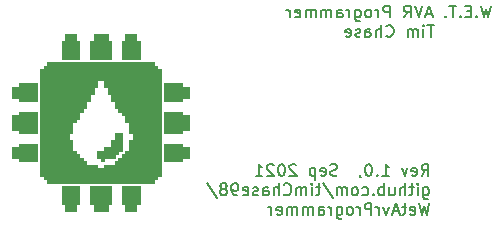
<source format=gbo>
%TF.GenerationSoftware,KiCad,Pcbnew,(5.1.10-1-10_14)*%
%TF.CreationDate,2021-09-25T17:09:40-04:00*%
%TF.ProjectId,WetProgrammer,57657450-726f-4677-9261-6d6d65722e6b,rev?*%
%TF.SameCoordinates,Original*%
%TF.FileFunction,Legend,Bot*%
%TF.FilePolarity,Positive*%
%FSLAX46Y46*%
G04 Gerber Fmt 4.6, Leading zero omitted, Abs format (unit mm)*
G04 Created by KiCad (PCBNEW (5.1.10-1-10_14)) date 2021-09-25 17:09:40*
%MOMM*%
%LPD*%
G01*
G04 APERTURE LIST*
%ADD10C,0.152400*%
%ADD11C,0.010000*%
%ADD12O,1.700000X1.700000*%
%ADD13R,1.700000X1.700000*%
%ADD14R,1.000000X1.000000*%
%ADD15O,1.000000X1.000000*%
%ADD16C,0.900000*%
%ADD17C,0.550000*%
%ADD18C,3.200000*%
G04 APERTURE END LIST*
D10*
X45980857Y22354219D02*
X45742761Y21354219D01*
X45552285Y22068504D01*
X45361809Y21354219D01*
X45123714Y22354219D01*
X44742761Y21449457D02*
X44695142Y21401838D01*
X44742761Y21354219D01*
X44790380Y21401838D01*
X44742761Y21449457D01*
X44742761Y21354219D01*
X44266571Y21878028D02*
X43933238Y21878028D01*
X43790380Y21354219D02*
X44266571Y21354219D01*
X44266571Y22354219D01*
X43790380Y22354219D01*
X43361809Y21449457D02*
X43314190Y21401838D01*
X43361809Y21354219D01*
X43409428Y21401838D01*
X43361809Y21449457D01*
X43361809Y21354219D01*
X43028476Y22354219D02*
X42457047Y22354219D01*
X42742761Y21354219D02*
X42742761Y22354219D01*
X42123714Y21449457D02*
X42076095Y21401838D01*
X42123714Y21354219D01*
X42171333Y21401838D01*
X42123714Y21449457D01*
X42123714Y21354219D01*
X40933238Y21639933D02*
X40457047Y21639933D01*
X41028476Y21354219D02*
X40695142Y22354219D01*
X40361809Y21354219D01*
X40171333Y22354219D02*
X39838000Y21354219D01*
X39504666Y22354219D01*
X38599904Y21354219D02*
X38933238Y21830409D01*
X39171333Y21354219D02*
X39171333Y22354219D01*
X38790380Y22354219D01*
X38695142Y22306600D01*
X38647523Y22258980D01*
X38599904Y22163742D01*
X38599904Y22020885D01*
X38647523Y21925647D01*
X38695142Y21878028D01*
X38790380Y21830409D01*
X39171333Y21830409D01*
X37409428Y21354219D02*
X37409428Y22354219D01*
X37028476Y22354219D01*
X36933238Y22306600D01*
X36885619Y22258980D01*
X36838000Y22163742D01*
X36838000Y22020885D01*
X36885619Y21925647D01*
X36933238Y21878028D01*
X37028476Y21830409D01*
X37409428Y21830409D01*
X36409428Y21354219D02*
X36409428Y22020885D01*
X36409428Y21830409D02*
X36361809Y21925647D01*
X36314190Y21973266D01*
X36218952Y22020885D01*
X36123714Y22020885D01*
X35647523Y21354219D02*
X35742761Y21401838D01*
X35790380Y21449457D01*
X35838000Y21544695D01*
X35838000Y21830409D01*
X35790380Y21925647D01*
X35742761Y21973266D01*
X35647523Y22020885D01*
X35504666Y22020885D01*
X35409428Y21973266D01*
X35361809Y21925647D01*
X35314190Y21830409D01*
X35314190Y21544695D01*
X35361809Y21449457D01*
X35409428Y21401838D01*
X35504666Y21354219D01*
X35647523Y21354219D01*
X34457047Y22020885D02*
X34457047Y21211361D01*
X34504666Y21116123D01*
X34552285Y21068504D01*
X34647523Y21020885D01*
X34790380Y21020885D01*
X34885619Y21068504D01*
X34457047Y21401838D02*
X34552285Y21354219D01*
X34742761Y21354219D01*
X34838000Y21401838D01*
X34885619Y21449457D01*
X34933238Y21544695D01*
X34933238Y21830409D01*
X34885619Y21925647D01*
X34838000Y21973266D01*
X34742761Y22020885D01*
X34552285Y22020885D01*
X34457047Y21973266D01*
X33980857Y21354219D02*
X33980857Y22020885D01*
X33980857Y21830409D02*
X33933238Y21925647D01*
X33885619Y21973266D01*
X33790380Y22020885D01*
X33695142Y22020885D01*
X32933238Y21354219D02*
X32933238Y21878028D01*
X32980857Y21973266D01*
X33076095Y22020885D01*
X33266571Y22020885D01*
X33361809Y21973266D01*
X32933238Y21401838D02*
X33028476Y21354219D01*
X33266571Y21354219D01*
X33361809Y21401838D01*
X33409428Y21497076D01*
X33409428Y21592314D01*
X33361809Y21687552D01*
X33266571Y21735171D01*
X33028476Y21735171D01*
X32933238Y21782790D01*
X32457047Y21354219D02*
X32457047Y22020885D01*
X32457047Y21925647D02*
X32409428Y21973266D01*
X32314190Y22020885D01*
X32171333Y22020885D01*
X32076095Y21973266D01*
X32028476Y21878028D01*
X32028476Y21354219D01*
X32028476Y21878028D02*
X31980857Y21973266D01*
X31885619Y22020885D01*
X31742761Y22020885D01*
X31647523Y21973266D01*
X31599904Y21878028D01*
X31599904Y21354219D01*
X31123714Y21354219D02*
X31123714Y22020885D01*
X31123714Y21925647D02*
X31076095Y21973266D01*
X30980857Y22020885D01*
X30838000Y22020885D01*
X30742761Y21973266D01*
X30695142Y21878028D01*
X30695142Y21354219D01*
X30695142Y21878028D02*
X30647523Y21973266D01*
X30552285Y22020885D01*
X30409428Y22020885D01*
X30314190Y21973266D01*
X30266571Y21878028D01*
X30266571Y21354219D01*
X29409428Y21401838D02*
X29504666Y21354219D01*
X29695142Y21354219D01*
X29790380Y21401838D01*
X29838000Y21497076D01*
X29838000Y21878028D01*
X29790380Y21973266D01*
X29695142Y22020885D01*
X29504666Y22020885D01*
X29409428Y21973266D01*
X29361809Y21878028D01*
X29361809Y21782790D01*
X29838000Y21687552D01*
X28933238Y21354219D02*
X28933238Y22020885D01*
X28933238Y21830409D02*
X28885619Y21925647D01*
X28838000Y21973266D01*
X28742761Y22020885D01*
X28647523Y22020885D01*
X41147523Y20701819D02*
X40576095Y20701819D01*
X40861809Y19701819D02*
X40861809Y20701819D01*
X40242761Y19701819D02*
X40242761Y20368485D01*
X40242761Y20701819D02*
X40290380Y20654200D01*
X40242761Y20606580D01*
X40195142Y20654200D01*
X40242761Y20701819D01*
X40242761Y20606580D01*
X39766571Y19701819D02*
X39766571Y20368485D01*
X39766571Y20273247D02*
X39718952Y20320866D01*
X39623714Y20368485D01*
X39480857Y20368485D01*
X39385619Y20320866D01*
X39338000Y20225628D01*
X39338000Y19701819D01*
X39338000Y20225628D02*
X39290380Y20320866D01*
X39195142Y20368485D01*
X39052285Y20368485D01*
X38957047Y20320866D01*
X38909428Y20225628D01*
X38909428Y19701819D01*
X37099904Y19797057D02*
X37147523Y19749438D01*
X37290380Y19701819D01*
X37385619Y19701819D01*
X37528476Y19749438D01*
X37623714Y19844676D01*
X37671333Y19939914D01*
X37718952Y20130390D01*
X37718952Y20273247D01*
X37671333Y20463723D01*
X37623714Y20558961D01*
X37528476Y20654200D01*
X37385619Y20701819D01*
X37290380Y20701819D01*
X37147523Y20654200D01*
X37099904Y20606580D01*
X36671333Y19701819D02*
X36671333Y20701819D01*
X36242761Y19701819D02*
X36242761Y20225628D01*
X36290380Y20320866D01*
X36385619Y20368485D01*
X36528476Y20368485D01*
X36623714Y20320866D01*
X36671333Y20273247D01*
X35338000Y19701819D02*
X35338000Y20225628D01*
X35385619Y20320866D01*
X35480857Y20368485D01*
X35671333Y20368485D01*
X35766571Y20320866D01*
X35338000Y19749438D02*
X35433238Y19701819D01*
X35671333Y19701819D01*
X35766571Y19749438D01*
X35814190Y19844676D01*
X35814190Y19939914D01*
X35766571Y20035152D01*
X35671333Y20082771D01*
X35433238Y20082771D01*
X35338000Y20130390D01*
X34909428Y19749438D02*
X34814190Y19701819D01*
X34623714Y19701819D01*
X34528476Y19749438D01*
X34480857Y19844676D01*
X34480857Y19892295D01*
X34528476Y19987533D01*
X34623714Y20035152D01*
X34766571Y20035152D01*
X34861809Y20082771D01*
X34909428Y20178009D01*
X34909428Y20225628D01*
X34861809Y20320866D01*
X34766571Y20368485D01*
X34623714Y20368485D01*
X34528476Y20320866D01*
X33671333Y19749438D02*
X33766571Y19701819D01*
X33957047Y19701819D01*
X34052285Y19749438D01*
X34099904Y19844676D01*
X34099904Y20225628D01*
X34052285Y20320866D01*
X33957047Y20368485D01*
X33766571Y20368485D01*
X33671333Y20320866D01*
X33623714Y20225628D01*
X33623714Y20130390D01*
X34099904Y20035152D01*
X40091416Y7950019D02*
X40424749Y8426209D01*
X40662844Y7950019D02*
X40662844Y8950019D01*
X40281892Y8950019D01*
X40186654Y8902400D01*
X40139035Y8854780D01*
X40091416Y8759542D01*
X40091416Y8616685D01*
X40139035Y8521447D01*
X40186654Y8473828D01*
X40281892Y8426209D01*
X40662844Y8426209D01*
X39281892Y7997638D02*
X39377130Y7950019D01*
X39567606Y7950019D01*
X39662844Y7997638D01*
X39710463Y8092876D01*
X39710463Y8473828D01*
X39662844Y8569066D01*
X39567606Y8616685D01*
X39377130Y8616685D01*
X39281892Y8569066D01*
X39234273Y8473828D01*
X39234273Y8378590D01*
X39710463Y8283352D01*
X38900940Y8616685D02*
X38662844Y7950019D01*
X38424749Y8616685D01*
X36758082Y7950019D02*
X37329511Y7950019D01*
X37043797Y7950019D02*
X37043797Y8950019D01*
X37139035Y8807161D01*
X37234273Y8711923D01*
X37329511Y8664304D01*
X36329511Y8045257D02*
X36281892Y7997638D01*
X36329511Y7950019D01*
X36377130Y7997638D01*
X36329511Y8045257D01*
X36329511Y7950019D01*
X35662844Y8950019D02*
X35567606Y8950019D01*
X35472368Y8902400D01*
X35424749Y8854780D01*
X35377130Y8759542D01*
X35329511Y8569066D01*
X35329511Y8330971D01*
X35377130Y8140495D01*
X35424749Y8045257D01*
X35472368Y7997638D01*
X35567606Y7950019D01*
X35662844Y7950019D01*
X35758082Y7997638D01*
X35805701Y8045257D01*
X35853320Y8140495D01*
X35900940Y8330971D01*
X35900940Y8569066D01*
X35853320Y8759542D01*
X35805701Y8854780D01*
X35758082Y8902400D01*
X35662844Y8950019D01*
X34853320Y7997638D02*
X34853320Y7950019D01*
X34900940Y7854780D01*
X34948559Y7807161D01*
X32948559Y7997638D02*
X32805701Y7950019D01*
X32567606Y7950019D01*
X32472368Y7997638D01*
X32424749Y8045257D01*
X32377130Y8140495D01*
X32377130Y8235733D01*
X32424749Y8330971D01*
X32472368Y8378590D01*
X32567606Y8426209D01*
X32758082Y8473828D01*
X32853320Y8521447D01*
X32900940Y8569066D01*
X32948559Y8664304D01*
X32948559Y8759542D01*
X32900940Y8854780D01*
X32853320Y8902400D01*
X32758082Y8950019D01*
X32519987Y8950019D01*
X32377130Y8902400D01*
X31567606Y7997638D02*
X31662844Y7950019D01*
X31853320Y7950019D01*
X31948559Y7997638D01*
X31996178Y8092876D01*
X31996178Y8473828D01*
X31948559Y8569066D01*
X31853320Y8616685D01*
X31662844Y8616685D01*
X31567606Y8569066D01*
X31519987Y8473828D01*
X31519987Y8378590D01*
X31996178Y8283352D01*
X31091416Y8616685D02*
X31091416Y7616685D01*
X31091416Y8569066D02*
X30996178Y8616685D01*
X30805701Y8616685D01*
X30710463Y8569066D01*
X30662844Y8521447D01*
X30615225Y8426209D01*
X30615225Y8140495D01*
X30662844Y8045257D01*
X30710463Y7997638D01*
X30805701Y7950019D01*
X30996178Y7950019D01*
X31091416Y7997638D01*
X29472368Y8854780D02*
X29424749Y8902400D01*
X29329511Y8950019D01*
X29091416Y8950019D01*
X28996178Y8902400D01*
X28948559Y8854780D01*
X28900940Y8759542D01*
X28900940Y8664304D01*
X28948559Y8521447D01*
X29519987Y7950019D01*
X28900940Y7950019D01*
X28281892Y8950019D02*
X28186654Y8950019D01*
X28091416Y8902400D01*
X28043797Y8854780D01*
X27996178Y8759542D01*
X27948559Y8569066D01*
X27948559Y8330971D01*
X27996178Y8140495D01*
X28043797Y8045257D01*
X28091416Y7997638D01*
X28186654Y7950019D01*
X28281892Y7950019D01*
X28377130Y7997638D01*
X28424749Y8045257D01*
X28472368Y8140495D01*
X28519987Y8330971D01*
X28519987Y8569066D01*
X28472368Y8759542D01*
X28424749Y8854780D01*
X28377130Y8902400D01*
X28281892Y8950019D01*
X27567606Y8854780D02*
X27519987Y8902400D01*
X27424749Y8950019D01*
X27186654Y8950019D01*
X27091416Y8902400D01*
X27043797Y8854780D01*
X26996178Y8759542D01*
X26996178Y8664304D01*
X27043797Y8521447D01*
X27615225Y7950019D01*
X26996178Y7950019D01*
X26043797Y7950019D02*
X26615225Y7950019D01*
X26329511Y7950019D02*
X26329511Y8950019D01*
X26424749Y8807161D01*
X26519987Y8711923D01*
X26615225Y8664304D01*
X40234273Y6964285D02*
X40234273Y6154761D01*
X40281892Y6059523D01*
X40329511Y6011904D01*
X40424749Y5964285D01*
X40567606Y5964285D01*
X40662844Y6011904D01*
X40234273Y6345238D02*
X40329511Y6297619D01*
X40519987Y6297619D01*
X40615225Y6345238D01*
X40662844Y6392857D01*
X40710463Y6488095D01*
X40710463Y6773809D01*
X40662844Y6869047D01*
X40615225Y6916666D01*
X40519987Y6964285D01*
X40329511Y6964285D01*
X40234273Y6916666D01*
X39758082Y6297619D02*
X39758082Y6964285D01*
X39758082Y7297619D02*
X39805701Y7250000D01*
X39758082Y7202380D01*
X39710463Y7250000D01*
X39758082Y7297619D01*
X39758082Y7202380D01*
X39424749Y6964285D02*
X39043797Y6964285D01*
X39281892Y7297619D02*
X39281892Y6440476D01*
X39234273Y6345238D01*
X39139035Y6297619D01*
X39043797Y6297619D01*
X38710463Y6297619D02*
X38710463Y7297619D01*
X38281892Y6297619D02*
X38281892Y6821428D01*
X38329511Y6916666D01*
X38424749Y6964285D01*
X38567606Y6964285D01*
X38662844Y6916666D01*
X38710463Y6869047D01*
X37377130Y6964285D02*
X37377130Y6297619D01*
X37805701Y6964285D02*
X37805701Y6440476D01*
X37758082Y6345238D01*
X37662844Y6297619D01*
X37519987Y6297619D01*
X37424749Y6345238D01*
X37377130Y6392857D01*
X36900940Y6297619D02*
X36900940Y7297619D01*
X36900940Y6916666D02*
X36805701Y6964285D01*
X36615225Y6964285D01*
X36519987Y6916666D01*
X36472368Y6869047D01*
X36424749Y6773809D01*
X36424749Y6488095D01*
X36472368Y6392857D01*
X36519987Y6345238D01*
X36615225Y6297619D01*
X36805701Y6297619D01*
X36900940Y6345238D01*
X35996178Y6392857D02*
X35948559Y6345238D01*
X35996178Y6297619D01*
X36043797Y6345238D01*
X35996178Y6392857D01*
X35996178Y6297619D01*
X35091416Y6345238D02*
X35186654Y6297619D01*
X35377130Y6297619D01*
X35472368Y6345238D01*
X35519987Y6392857D01*
X35567606Y6488095D01*
X35567606Y6773809D01*
X35519987Y6869047D01*
X35472368Y6916666D01*
X35377130Y6964285D01*
X35186654Y6964285D01*
X35091416Y6916666D01*
X34519987Y6297619D02*
X34615225Y6345238D01*
X34662844Y6392857D01*
X34710463Y6488095D01*
X34710463Y6773809D01*
X34662844Y6869047D01*
X34615225Y6916666D01*
X34519987Y6964285D01*
X34377130Y6964285D01*
X34281892Y6916666D01*
X34234273Y6869047D01*
X34186654Y6773809D01*
X34186654Y6488095D01*
X34234273Y6392857D01*
X34281892Y6345238D01*
X34377130Y6297619D01*
X34519987Y6297619D01*
X33758082Y6297619D02*
X33758082Y6964285D01*
X33758082Y6869047D02*
X33710463Y6916666D01*
X33615225Y6964285D01*
X33472368Y6964285D01*
X33377130Y6916666D01*
X33329511Y6821428D01*
X33329511Y6297619D01*
X33329511Y6821428D02*
X33281892Y6916666D01*
X33186654Y6964285D01*
X33043797Y6964285D01*
X32948559Y6916666D01*
X32900940Y6821428D01*
X32900940Y6297619D01*
X31710463Y7345238D02*
X32567606Y6059523D01*
X31519987Y6964285D02*
X31139035Y6964285D01*
X31377130Y7297619D02*
X31377130Y6440476D01*
X31329511Y6345238D01*
X31234273Y6297619D01*
X31139035Y6297619D01*
X30805701Y6297619D02*
X30805701Y6964285D01*
X30805701Y7297619D02*
X30853320Y7250000D01*
X30805701Y7202380D01*
X30758082Y7250000D01*
X30805701Y7297619D01*
X30805701Y7202380D01*
X30329511Y6297619D02*
X30329511Y6964285D01*
X30329511Y6869047D02*
X30281892Y6916666D01*
X30186654Y6964285D01*
X30043797Y6964285D01*
X29948559Y6916666D01*
X29900940Y6821428D01*
X29900940Y6297619D01*
X29900940Y6821428D02*
X29853320Y6916666D01*
X29758082Y6964285D01*
X29615225Y6964285D01*
X29519987Y6916666D01*
X29472368Y6821428D01*
X29472368Y6297619D01*
X28424749Y6392857D02*
X28472368Y6345238D01*
X28615225Y6297619D01*
X28710463Y6297619D01*
X28853320Y6345238D01*
X28948559Y6440476D01*
X28996178Y6535714D01*
X29043797Y6726190D01*
X29043797Y6869047D01*
X28996178Y7059523D01*
X28948559Y7154761D01*
X28853320Y7250000D01*
X28710463Y7297619D01*
X28615225Y7297619D01*
X28472368Y7250000D01*
X28424749Y7202380D01*
X27996178Y6297619D02*
X27996178Y7297619D01*
X27567606Y6297619D02*
X27567606Y6821428D01*
X27615225Y6916666D01*
X27710463Y6964285D01*
X27853320Y6964285D01*
X27948559Y6916666D01*
X27996178Y6869047D01*
X26662844Y6297619D02*
X26662844Y6821428D01*
X26710463Y6916666D01*
X26805701Y6964285D01*
X26996178Y6964285D01*
X27091416Y6916666D01*
X26662844Y6345238D02*
X26758082Y6297619D01*
X26996178Y6297619D01*
X27091416Y6345238D01*
X27139035Y6440476D01*
X27139035Y6535714D01*
X27091416Y6630952D01*
X26996178Y6678571D01*
X26758082Y6678571D01*
X26662844Y6726190D01*
X26234273Y6345238D02*
X26139035Y6297619D01*
X25948559Y6297619D01*
X25853320Y6345238D01*
X25805701Y6440476D01*
X25805701Y6488095D01*
X25853320Y6583333D01*
X25948559Y6630952D01*
X26091416Y6630952D01*
X26186654Y6678571D01*
X26234273Y6773809D01*
X26234273Y6821428D01*
X26186654Y6916666D01*
X26091416Y6964285D01*
X25948559Y6964285D01*
X25853320Y6916666D01*
X24996178Y6345238D02*
X25091416Y6297619D01*
X25281892Y6297619D01*
X25377130Y6345238D01*
X25424749Y6440476D01*
X25424749Y6821428D01*
X25377130Y6916666D01*
X25281892Y6964285D01*
X25091416Y6964285D01*
X24996178Y6916666D01*
X24948559Y6821428D01*
X24948559Y6726190D01*
X25424749Y6630952D01*
X24472368Y6297619D02*
X24281892Y6297619D01*
X24186654Y6345238D01*
X24139035Y6392857D01*
X24043797Y6535714D01*
X23996178Y6726190D01*
X23996178Y7107142D01*
X24043797Y7202380D01*
X24091416Y7250000D01*
X24186654Y7297619D01*
X24377130Y7297619D01*
X24472368Y7250000D01*
X24519987Y7202380D01*
X24567606Y7107142D01*
X24567606Y6869047D01*
X24519987Y6773809D01*
X24472368Y6726190D01*
X24377130Y6678571D01*
X24186654Y6678571D01*
X24091416Y6726190D01*
X24043797Y6773809D01*
X23996178Y6869047D01*
X23424749Y6869047D02*
X23519987Y6916666D01*
X23567606Y6964285D01*
X23615225Y7059523D01*
X23615225Y7107142D01*
X23567606Y7202380D01*
X23519987Y7250000D01*
X23424749Y7297619D01*
X23234273Y7297619D01*
X23139035Y7250000D01*
X23091416Y7202380D01*
X23043797Y7107142D01*
X23043797Y7059523D01*
X23091416Y6964285D01*
X23139035Y6916666D01*
X23234273Y6869047D01*
X23424749Y6869047D01*
X23519987Y6821428D01*
X23567606Y6773809D01*
X23615225Y6678571D01*
X23615225Y6488095D01*
X23567606Y6392857D01*
X23519987Y6345238D01*
X23424749Y6297619D01*
X23234273Y6297619D01*
X23139035Y6345238D01*
X23091416Y6392857D01*
X23043797Y6488095D01*
X23043797Y6678571D01*
X23091416Y6773809D01*
X23139035Y6821428D01*
X23234273Y6869047D01*
X21900940Y7345238D02*
X22758082Y6059523D01*
X40758082Y5645219D02*
X40519987Y4645219D01*
X40329511Y5359504D01*
X40139035Y4645219D01*
X39900940Y5645219D01*
X39139035Y4692838D02*
X39234273Y4645219D01*
X39424749Y4645219D01*
X39519987Y4692838D01*
X39567606Y4788076D01*
X39567606Y5169028D01*
X39519987Y5264266D01*
X39424749Y5311885D01*
X39234273Y5311885D01*
X39139035Y5264266D01*
X39091416Y5169028D01*
X39091416Y5073790D01*
X39567606Y4978552D01*
X38805701Y5311885D02*
X38424749Y5311885D01*
X38662844Y5645219D02*
X38662844Y4788076D01*
X38615225Y4692838D01*
X38519987Y4645219D01*
X38424749Y4645219D01*
X38139035Y4930933D02*
X37662844Y4930933D01*
X38234273Y4645219D02*
X37900940Y5645219D01*
X37567606Y4645219D01*
X37329511Y5311885D02*
X37091416Y4645219D01*
X36853320Y5311885D01*
X36472368Y4645219D02*
X36472368Y5311885D01*
X36472368Y5121409D02*
X36424749Y5216647D01*
X36377130Y5264266D01*
X36281892Y5311885D01*
X36186654Y5311885D01*
X35853320Y4645219D02*
X35853320Y5645219D01*
X35472368Y5645219D01*
X35377130Y5597600D01*
X35329511Y5549980D01*
X35281892Y5454742D01*
X35281892Y5311885D01*
X35329511Y5216647D01*
X35377130Y5169028D01*
X35472368Y5121409D01*
X35853320Y5121409D01*
X34853320Y4645219D02*
X34853320Y5311885D01*
X34853320Y5121409D02*
X34805701Y5216647D01*
X34758082Y5264266D01*
X34662844Y5311885D01*
X34567606Y5311885D01*
X34091416Y4645219D02*
X34186654Y4692838D01*
X34234273Y4740457D01*
X34281892Y4835695D01*
X34281892Y5121409D01*
X34234273Y5216647D01*
X34186654Y5264266D01*
X34091416Y5311885D01*
X33948559Y5311885D01*
X33853320Y5264266D01*
X33805701Y5216647D01*
X33758082Y5121409D01*
X33758082Y4835695D01*
X33805701Y4740457D01*
X33853320Y4692838D01*
X33948559Y4645219D01*
X34091416Y4645219D01*
X32900940Y5311885D02*
X32900940Y4502361D01*
X32948559Y4407123D01*
X32996178Y4359504D01*
X33091416Y4311885D01*
X33234273Y4311885D01*
X33329511Y4359504D01*
X32900940Y4692838D02*
X32996178Y4645219D01*
X33186654Y4645219D01*
X33281892Y4692838D01*
X33329511Y4740457D01*
X33377130Y4835695D01*
X33377130Y5121409D01*
X33329511Y5216647D01*
X33281892Y5264266D01*
X33186654Y5311885D01*
X32996178Y5311885D01*
X32900940Y5264266D01*
X32424749Y4645219D02*
X32424749Y5311885D01*
X32424749Y5121409D02*
X32377130Y5216647D01*
X32329511Y5264266D01*
X32234273Y5311885D01*
X32139035Y5311885D01*
X31377130Y4645219D02*
X31377130Y5169028D01*
X31424749Y5264266D01*
X31519987Y5311885D01*
X31710463Y5311885D01*
X31805701Y5264266D01*
X31377130Y4692838D02*
X31472368Y4645219D01*
X31710463Y4645219D01*
X31805701Y4692838D01*
X31853320Y4788076D01*
X31853320Y4883314D01*
X31805701Y4978552D01*
X31710463Y5026171D01*
X31472368Y5026171D01*
X31377130Y5073790D01*
X30900940Y4645219D02*
X30900940Y5311885D01*
X30900940Y5216647D02*
X30853320Y5264266D01*
X30758082Y5311885D01*
X30615225Y5311885D01*
X30519987Y5264266D01*
X30472368Y5169028D01*
X30472368Y4645219D01*
X30472368Y5169028D02*
X30424749Y5264266D01*
X30329511Y5311885D01*
X30186654Y5311885D01*
X30091416Y5264266D01*
X30043797Y5169028D01*
X30043797Y4645219D01*
X29567606Y4645219D02*
X29567606Y5311885D01*
X29567606Y5216647D02*
X29519987Y5264266D01*
X29424749Y5311885D01*
X29281892Y5311885D01*
X29186654Y5264266D01*
X29139035Y5169028D01*
X29139035Y4645219D01*
X29139035Y5169028D02*
X29091416Y5264266D01*
X28996178Y5311885D01*
X28853320Y5311885D01*
X28758082Y5264266D01*
X28710463Y5169028D01*
X28710463Y4645219D01*
X27853320Y4692838D02*
X27948559Y4645219D01*
X28139035Y4645219D01*
X28234273Y4692838D01*
X28281892Y4788076D01*
X28281892Y5169028D01*
X28234273Y5264266D01*
X28139035Y5311885D01*
X27948559Y5311885D01*
X27853320Y5264266D01*
X27805701Y5169028D01*
X27805701Y5073790D01*
X28281892Y4978552D01*
X27377130Y4645219D02*
X27377130Y5311885D01*
X27377130Y5121409D02*
X27329511Y5216647D01*
X27281892Y5264266D01*
X27186654Y5311885D01*
X27091416Y5311885D01*
D11*
%TO.C,wet*%
G36*
X10221600Y5264400D02*
G01*
X9921600Y5264400D01*
X9921600Y4964400D01*
X10221600Y4964400D01*
X10221600Y5264400D01*
G37*
X10221600Y5264400D02*
X9921600Y5264400D01*
X9921600Y4964400D01*
X10221600Y4964400D01*
X10221600Y5264400D01*
G36*
X10521600Y5264400D02*
G01*
X10221600Y5264400D01*
X10221600Y4964400D01*
X10521600Y4964400D01*
X10521600Y5264400D01*
G37*
X10521600Y5264400D02*
X10221600Y5264400D01*
X10221600Y4964400D01*
X10521600Y4964400D01*
X10521600Y5264400D01*
G36*
X10821600Y5264400D02*
G01*
X10521600Y5264400D01*
X10521600Y4964400D01*
X10821600Y4964400D01*
X10821600Y5264400D01*
G37*
X10821600Y5264400D02*
X10521600Y5264400D01*
X10521600Y4964400D01*
X10821600Y4964400D01*
X10821600Y5264400D01*
G36*
X12621600Y5264400D02*
G01*
X12321600Y5264400D01*
X12321600Y4964400D01*
X12621600Y4964400D01*
X12621600Y5264400D01*
G37*
X12621600Y5264400D02*
X12321600Y5264400D01*
X12321600Y4964400D01*
X12621600Y4964400D01*
X12621600Y5264400D01*
G36*
X12921600Y5264400D02*
G01*
X12621600Y5264400D01*
X12621600Y4964400D01*
X12921600Y4964400D01*
X12921600Y5264400D01*
G37*
X12921600Y5264400D02*
X12621600Y5264400D01*
X12621600Y4964400D01*
X12921600Y4964400D01*
X12921600Y5264400D01*
G36*
X13221600Y5264400D02*
G01*
X12921600Y5264400D01*
X12921600Y4964400D01*
X13221600Y4964400D01*
X13221600Y5264400D01*
G37*
X13221600Y5264400D02*
X12921600Y5264400D01*
X12921600Y4964400D01*
X13221600Y4964400D01*
X13221600Y5264400D01*
G36*
X13521600Y5264400D02*
G01*
X13221600Y5264400D01*
X13221600Y4964400D01*
X13521600Y4964400D01*
X13521600Y5264400D01*
G37*
X13521600Y5264400D02*
X13221600Y5264400D01*
X13221600Y4964400D01*
X13521600Y4964400D01*
X13521600Y5264400D01*
G36*
X15321600Y5264400D02*
G01*
X15021600Y5264400D01*
X15021600Y4964400D01*
X15321600Y4964400D01*
X15321600Y5264400D01*
G37*
X15321600Y5264400D02*
X15021600Y5264400D01*
X15021600Y4964400D01*
X15321600Y4964400D01*
X15321600Y5264400D01*
G36*
X15621600Y5264400D02*
G01*
X15321600Y5264400D01*
X15321600Y4964400D01*
X15621600Y4964400D01*
X15621600Y5264400D01*
G37*
X15621600Y5264400D02*
X15321600Y5264400D01*
X15321600Y4964400D01*
X15621600Y4964400D01*
X15621600Y5264400D01*
G36*
X15921600Y5264400D02*
G01*
X15621600Y5264400D01*
X15621600Y4964400D01*
X15921600Y4964400D01*
X15921600Y5264400D01*
G37*
X15921600Y5264400D02*
X15621600Y5264400D01*
X15621600Y4964400D01*
X15921600Y4964400D01*
X15921600Y5264400D01*
G36*
X10221600Y5564400D02*
G01*
X9921600Y5564400D01*
X9921600Y5264400D01*
X10221600Y5264400D01*
X10221600Y5564400D01*
G37*
X10221600Y5564400D02*
X9921600Y5564400D01*
X9921600Y5264400D01*
X10221600Y5264400D01*
X10221600Y5564400D01*
G36*
X10521600Y5564400D02*
G01*
X10221600Y5564400D01*
X10221600Y5264400D01*
X10521600Y5264400D01*
X10521600Y5564400D01*
G37*
X10521600Y5564400D02*
X10221600Y5564400D01*
X10221600Y5264400D01*
X10521600Y5264400D01*
X10521600Y5564400D01*
G36*
X10821600Y5564400D02*
G01*
X10521600Y5564400D01*
X10521600Y5264400D01*
X10821600Y5264400D01*
X10821600Y5564400D01*
G37*
X10821600Y5564400D02*
X10521600Y5564400D01*
X10521600Y5264400D01*
X10821600Y5264400D01*
X10821600Y5564400D01*
G36*
X12621600Y5564400D02*
G01*
X12321600Y5564400D01*
X12321600Y5264400D01*
X12621600Y5264400D01*
X12621600Y5564400D01*
G37*
X12621600Y5564400D02*
X12321600Y5564400D01*
X12321600Y5264400D01*
X12621600Y5264400D01*
X12621600Y5564400D01*
G36*
X12921600Y5564400D02*
G01*
X12621600Y5564400D01*
X12621600Y5264400D01*
X12921600Y5264400D01*
X12921600Y5564400D01*
G37*
X12921600Y5564400D02*
X12621600Y5564400D01*
X12621600Y5264400D01*
X12921600Y5264400D01*
X12921600Y5564400D01*
G36*
X13221600Y5564400D02*
G01*
X12921600Y5564400D01*
X12921600Y5264400D01*
X13221600Y5264400D01*
X13221600Y5564400D01*
G37*
X13221600Y5564400D02*
X12921600Y5564400D01*
X12921600Y5264400D01*
X13221600Y5264400D01*
X13221600Y5564400D01*
G36*
X13521600Y5564400D02*
G01*
X13221600Y5564400D01*
X13221600Y5264400D01*
X13521600Y5264400D01*
X13521600Y5564400D01*
G37*
X13521600Y5564400D02*
X13221600Y5564400D01*
X13221600Y5264400D01*
X13521600Y5264400D01*
X13521600Y5564400D01*
G36*
X15321600Y5564400D02*
G01*
X15021600Y5564400D01*
X15021600Y5264400D01*
X15321600Y5264400D01*
X15321600Y5564400D01*
G37*
X15321600Y5564400D02*
X15021600Y5564400D01*
X15021600Y5264400D01*
X15321600Y5264400D01*
X15321600Y5564400D01*
G36*
X15621600Y5564400D02*
G01*
X15321600Y5564400D01*
X15321600Y5264400D01*
X15621600Y5264400D01*
X15621600Y5564400D01*
G37*
X15621600Y5564400D02*
X15321600Y5564400D01*
X15321600Y5264400D01*
X15621600Y5264400D01*
X15621600Y5564400D01*
G36*
X15921600Y5564400D02*
G01*
X15621600Y5564400D01*
X15621600Y5264400D01*
X15921600Y5264400D01*
X15921600Y5564400D01*
G37*
X15921600Y5564400D02*
X15621600Y5564400D01*
X15621600Y5264400D01*
X15921600Y5264400D01*
X15921600Y5564400D01*
G36*
X9921600Y5864400D02*
G01*
X9621600Y5864400D01*
X9621600Y5564400D01*
X9921600Y5564400D01*
X9921600Y5864400D01*
G37*
X9921600Y5864400D02*
X9621600Y5864400D01*
X9621600Y5564400D01*
X9921600Y5564400D01*
X9921600Y5864400D01*
G36*
X10221600Y5864400D02*
G01*
X9921600Y5864400D01*
X9921600Y5564400D01*
X10221600Y5564400D01*
X10221600Y5864400D01*
G37*
X10221600Y5864400D02*
X9921600Y5864400D01*
X9921600Y5564400D01*
X10221600Y5564400D01*
X10221600Y5864400D01*
G36*
X10521600Y5864400D02*
G01*
X10221600Y5864400D01*
X10221600Y5564400D01*
X10521600Y5564400D01*
X10521600Y5864400D01*
G37*
X10521600Y5864400D02*
X10221600Y5864400D01*
X10221600Y5564400D01*
X10521600Y5564400D01*
X10521600Y5864400D01*
G36*
X10821600Y5864400D02*
G01*
X10521600Y5864400D01*
X10521600Y5564400D01*
X10821600Y5564400D01*
X10821600Y5864400D01*
G37*
X10821600Y5864400D02*
X10521600Y5864400D01*
X10521600Y5564400D01*
X10821600Y5564400D01*
X10821600Y5864400D01*
G36*
X11121600Y5864400D02*
G01*
X10821600Y5864400D01*
X10821600Y5564400D01*
X11121600Y5564400D01*
X11121600Y5864400D01*
G37*
X11121600Y5864400D02*
X10821600Y5864400D01*
X10821600Y5564400D01*
X11121600Y5564400D01*
X11121600Y5864400D01*
G36*
X12321600Y5864400D02*
G01*
X12021600Y5864400D01*
X12021600Y5564400D01*
X12321600Y5564400D01*
X12321600Y5864400D01*
G37*
X12321600Y5864400D02*
X12021600Y5864400D01*
X12021600Y5564400D01*
X12321600Y5564400D01*
X12321600Y5864400D01*
G36*
X12621600Y5864400D02*
G01*
X12321600Y5864400D01*
X12321600Y5564400D01*
X12621600Y5564400D01*
X12621600Y5864400D01*
G37*
X12621600Y5864400D02*
X12321600Y5864400D01*
X12321600Y5564400D01*
X12621600Y5564400D01*
X12621600Y5864400D01*
G36*
X12921600Y5864400D02*
G01*
X12621600Y5864400D01*
X12621600Y5564400D01*
X12921600Y5564400D01*
X12921600Y5864400D01*
G37*
X12921600Y5864400D02*
X12621600Y5864400D01*
X12621600Y5564400D01*
X12921600Y5564400D01*
X12921600Y5864400D01*
G36*
X13221600Y5864400D02*
G01*
X12921600Y5864400D01*
X12921600Y5564400D01*
X13221600Y5564400D01*
X13221600Y5864400D01*
G37*
X13221600Y5864400D02*
X12921600Y5864400D01*
X12921600Y5564400D01*
X13221600Y5564400D01*
X13221600Y5864400D01*
G36*
X13521600Y5864400D02*
G01*
X13221600Y5864400D01*
X13221600Y5564400D01*
X13521600Y5564400D01*
X13521600Y5864400D01*
G37*
X13521600Y5864400D02*
X13221600Y5864400D01*
X13221600Y5564400D01*
X13521600Y5564400D01*
X13521600Y5864400D01*
G36*
X13821600Y5864400D02*
G01*
X13521600Y5864400D01*
X13521600Y5564400D01*
X13821600Y5564400D01*
X13821600Y5864400D01*
G37*
X13821600Y5864400D02*
X13521600Y5864400D01*
X13521600Y5564400D01*
X13821600Y5564400D01*
X13821600Y5864400D01*
G36*
X15021600Y5864400D02*
G01*
X14721600Y5864400D01*
X14721600Y5564400D01*
X15021600Y5564400D01*
X15021600Y5864400D01*
G37*
X15021600Y5864400D02*
X14721600Y5864400D01*
X14721600Y5564400D01*
X15021600Y5564400D01*
X15021600Y5864400D01*
G36*
X15321600Y5864400D02*
G01*
X15021600Y5864400D01*
X15021600Y5564400D01*
X15321600Y5564400D01*
X15321600Y5864400D01*
G37*
X15321600Y5864400D02*
X15021600Y5864400D01*
X15021600Y5564400D01*
X15321600Y5564400D01*
X15321600Y5864400D01*
G36*
X15621600Y5864400D02*
G01*
X15321600Y5864400D01*
X15321600Y5564400D01*
X15621600Y5564400D01*
X15621600Y5864400D01*
G37*
X15621600Y5864400D02*
X15321600Y5864400D01*
X15321600Y5564400D01*
X15621600Y5564400D01*
X15621600Y5864400D01*
G36*
X15921600Y5864400D02*
G01*
X15621600Y5864400D01*
X15621600Y5564400D01*
X15921600Y5564400D01*
X15921600Y5864400D01*
G37*
X15921600Y5864400D02*
X15621600Y5864400D01*
X15621600Y5564400D01*
X15921600Y5564400D01*
X15921600Y5864400D01*
G36*
X16221600Y5864400D02*
G01*
X15921600Y5864400D01*
X15921600Y5564400D01*
X16221600Y5564400D01*
X16221600Y5864400D01*
G37*
X16221600Y5864400D02*
X15921600Y5864400D01*
X15921600Y5564400D01*
X16221600Y5564400D01*
X16221600Y5864400D01*
G36*
X9921600Y6164400D02*
G01*
X9621600Y6164400D01*
X9621600Y5864400D01*
X9921600Y5864400D01*
X9921600Y6164400D01*
G37*
X9921600Y6164400D02*
X9621600Y6164400D01*
X9621600Y5864400D01*
X9921600Y5864400D01*
X9921600Y6164400D01*
G36*
X10221600Y6164400D02*
G01*
X9921600Y6164400D01*
X9921600Y5864400D01*
X10221600Y5864400D01*
X10221600Y6164400D01*
G37*
X10221600Y6164400D02*
X9921600Y6164400D01*
X9921600Y5864400D01*
X10221600Y5864400D01*
X10221600Y6164400D01*
G36*
X10521600Y6164400D02*
G01*
X10221600Y6164400D01*
X10221600Y5864400D01*
X10521600Y5864400D01*
X10521600Y6164400D01*
G37*
X10521600Y6164400D02*
X10221600Y6164400D01*
X10221600Y5864400D01*
X10521600Y5864400D01*
X10521600Y6164400D01*
G36*
X10821600Y6164400D02*
G01*
X10521600Y6164400D01*
X10521600Y5864400D01*
X10821600Y5864400D01*
X10821600Y6164400D01*
G37*
X10821600Y6164400D02*
X10521600Y6164400D01*
X10521600Y5864400D01*
X10821600Y5864400D01*
X10821600Y6164400D01*
G36*
X11121600Y6164400D02*
G01*
X10821600Y6164400D01*
X10821600Y5864400D01*
X11121600Y5864400D01*
X11121600Y6164400D01*
G37*
X11121600Y6164400D02*
X10821600Y6164400D01*
X10821600Y5864400D01*
X11121600Y5864400D01*
X11121600Y6164400D01*
G36*
X12321600Y6164400D02*
G01*
X12021600Y6164400D01*
X12021600Y5864400D01*
X12321600Y5864400D01*
X12321600Y6164400D01*
G37*
X12321600Y6164400D02*
X12021600Y6164400D01*
X12021600Y5864400D01*
X12321600Y5864400D01*
X12321600Y6164400D01*
G36*
X12621600Y6164400D02*
G01*
X12321600Y6164400D01*
X12321600Y5864400D01*
X12621600Y5864400D01*
X12621600Y6164400D01*
G37*
X12621600Y6164400D02*
X12321600Y6164400D01*
X12321600Y5864400D01*
X12621600Y5864400D01*
X12621600Y6164400D01*
G36*
X12921600Y6164400D02*
G01*
X12621600Y6164400D01*
X12621600Y5864400D01*
X12921600Y5864400D01*
X12921600Y6164400D01*
G37*
X12921600Y6164400D02*
X12621600Y6164400D01*
X12621600Y5864400D01*
X12921600Y5864400D01*
X12921600Y6164400D01*
G36*
X13221600Y6164400D02*
G01*
X12921600Y6164400D01*
X12921600Y5864400D01*
X13221600Y5864400D01*
X13221600Y6164400D01*
G37*
X13221600Y6164400D02*
X12921600Y6164400D01*
X12921600Y5864400D01*
X13221600Y5864400D01*
X13221600Y6164400D01*
G36*
X13521600Y6164400D02*
G01*
X13221600Y6164400D01*
X13221600Y5864400D01*
X13521600Y5864400D01*
X13521600Y6164400D01*
G37*
X13521600Y6164400D02*
X13221600Y6164400D01*
X13221600Y5864400D01*
X13521600Y5864400D01*
X13521600Y6164400D01*
G36*
X13821600Y6164400D02*
G01*
X13521600Y6164400D01*
X13521600Y5864400D01*
X13821600Y5864400D01*
X13821600Y6164400D01*
G37*
X13821600Y6164400D02*
X13521600Y6164400D01*
X13521600Y5864400D01*
X13821600Y5864400D01*
X13821600Y6164400D01*
G36*
X15021600Y6164400D02*
G01*
X14721600Y6164400D01*
X14721600Y5864400D01*
X15021600Y5864400D01*
X15021600Y6164400D01*
G37*
X15021600Y6164400D02*
X14721600Y6164400D01*
X14721600Y5864400D01*
X15021600Y5864400D01*
X15021600Y6164400D01*
G36*
X15321600Y6164400D02*
G01*
X15021600Y6164400D01*
X15021600Y5864400D01*
X15321600Y5864400D01*
X15321600Y6164400D01*
G37*
X15321600Y6164400D02*
X15021600Y6164400D01*
X15021600Y5864400D01*
X15321600Y5864400D01*
X15321600Y6164400D01*
G36*
X15621600Y6164400D02*
G01*
X15321600Y6164400D01*
X15321600Y5864400D01*
X15621600Y5864400D01*
X15621600Y6164400D01*
G37*
X15621600Y6164400D02*
X15321600Y6164400D01*
X15321600Y5864400D01*
X15621600Y5864400D01*
X15621600Y6164400D01*
G36*
X15921600Y6164400D02*
G01*
X15621600Y6164400D01*
X15621600Y5864400D01*
X15921600Y5864400D01*
X15921600Y6164400D01*
G37*
X15921600Y6164400D02*
X15621600Y6164400D01*
X15621600Y5864400D01*
X15921600Y5864400D01*
X15921600Y6164400D01*
G36*
X16221600Y6164400D02*
G01*
X15921600Y6164400D01*
X15921600Y5864400D01*
X16221600Y5864400D01*
X16221600Y6164400D01*
G37*
X16221600Y6164400D02*
X15921600Y6164400D01*
X15921600Y5864400D01*
X16221600Y5864400D01*
X16221600Y6164400D01*
G36*
X9921600Y6464400D02*
G01*
X9621600Y6464400D01*
X9621600Y6164400D01*
X9921600Y6164400D01*
X9921600Y6464400D01*
G37*
X9921600Y6464400D02*
X9621600Y6464400D01*
X9621600Y6164400D01*
X9921600Y6164400D01*
X9921600Y6464400D01*
G36*
X10221600Y6464400D02*
G01*
X9921600Y6464400D01*
X9921600Y6164400D01*
X10221600Y6164400D01*
X10221600Y6464400D01*
G37*
X10221600Y6464400D02*
X9921600Y6464400D01*
X9921600Y6164400D01*
X10221600Y6164400D01*
X10221600Y6464400D01*
G36*
X10521600Y6464400D02*
G01*
X10221600Y6464400D01*
X10221600Y6164400D01*
X10521600Y6164400D01*
X10521600Y6464400D01*
G37*
X10521600Y6464400D02*
X10221600Y6464400D01*
X10221600Y6164400D01*
X10521600Y6164400D01*
X10521600Y6464400D01*
G36*
X10821600Y6464400D02*
G01*
X10521600Y6464400D01*
X10521600Y6164400D01*
X10821600Y6164400D01*
X10821600Y6464400D01*
G37*
X10821600Y6464400D02*
X10521600Y6464400D01*
X10521600Y6164400D01*
X10821600Y6164400D01*
X10821600Y6464400D01*
G36*
X11121600Y6464400D02*
G01*
X10821600Y6464400D01*
X10821600Y6164400D01*
X11121600Y6164400D01*
X11121600Y6464400D01*
G37*
X11121600Y6464400D02*
X10821600Y6464400D01*
X10821600Y6164400D01*
X11121600Y6164400D01*
X11121600Y6464400D01*
G36*
X12321600Y6464400D02*
G01*
X12021600Y6464400D01*
X12021600Y6164400D01*
X12321600Y6164400D01*
X12321600Y6464400D01*
G37*
X12321600Y6464400D02*
X12021600Y6464400D01*
X12021600Y6164400D01*
X12321600Y6164400D01*
X12321600Y6464400D01*
G36*
X12621600Y6464400D02*
G01*
X12321600Y6464400D01*
X12321600Y6164400D01*
X12621600Y6164400D01*
X12621600Y6464400D01*
G37*
X12621600Y6464400D02*
X12321600Y6464400D01*
X12321600Y6164400D01*
X12621600Y6164400D01*
X12621600Y6464400D01*
G36*
X12921600Y6464400D02*
G01*
X12621600Y6464400D01*
X12621600Y6164400D01*
X12921600Y6164400D01*
X12921600Y6464400D01*
G37*
X12921600Y6464400D02*
X12621600Y6464400D01*
X12621600Y6164400D01*
X12921600Y6164400D01*
X12921600Y6464400D01*
G36*
X13221600Y6464400D02*
G01*
X12921600Y6464400D01*
X12921600Y6164400D01*
X13221600Y6164400D01*
X13221600Y6464400D01*
G37*
X13221600Y6464400D02*
X12921600Y6464400D01*
X12921600Y6164400D01*
X13221600Y6164400D01*
X13221600Y6464400D01*
G36*
X13521600Y6464400D02*
G01*
X13221600Y6464400D01*
X13221600Y6164400D01*
X13521600Y6164400D01*
X13521600Y6464400D01*
G37*
X13521600Y6464400D02*
X13221600Y6464400D01*
X13221600Y6164400D01*
X13521600Y6164400D01*
X13521600Y6464400D01*
G36*
X13821600Y6464400D02*
G01*
X13521600Y6464400D01*
X13521600Y6164400D01*
X13821600Y6164400D01*
X13821600Y6464400D01*
G37*
X13821600Y6464400D02*
X13521600Y6464400D01*
X13521600Y6164400D01*
X13821600Y6164400D01*
X13821600Y6464400D01*
G36*
X15021600Y6464400D02*
G01*
X14721600Y6464400D01*
X14721600Y6164400D01*
X15021600Y6164400D01*
X15021600Y6464400D01*
G37*
X15021600Y6464400D02*
X14721600Y6464400D01*
X14721600Y6164400D01*
X15021600Y6164400D01*
X15021600Y6464400D01*
G36*
X15321600Y6464400D02*
G01*
X15021600Y6464400D01*
X15021600Y6164400D01*
X15321600Y6164400D01*
X15321600Y6464400D01*
G37*
X15321600Y6464400D02*
X15021600Y6464400D01*
X15021600Y6164400D01*
X15321600Y6164400D01*
X15321600Y6464400D01*
G36*
X15621600Y6464400D02*
G01*
X15321600Y6464400D01*
X15321600Y6164400D01*
X15621600Y6164400D01*
X15621600Y6464400D01*
G37*
X15621600Y6464400D02*
X15321600Y6464400D01*
X15321600Y6164400D01*
X15621600Y6164400D01*
X15621600Y6464400D01*
G36*
X15921600Y6464400D02*
G01*
X15621600Y6464400D01*
X15621600Y6164400D01*
X15921600Y6164400D01*
X15921600Y6464400D01*
G37*
X15921600Y6464400D02*
X15621600Y6464400D01*
X15621600Y6164400D01*
X15921600Y6164400D01*
X15921600Y6464400D01*
G36*
X16221600Y6464400D02*
G01*
X15921600Y6464400D01*
X15921600Y6164400D01*
X16221600Y6164400D01*
X16221600Y6464400D01*
G37*
X16221600Y6464400D02*
X15921600Y6464400D01*
X15921600Y6164400D01*
X16221600Y6164400D01*
X16221600Y6464400D01*
G36*
X9921600Y6764400D02*
G01*
X9621600Y6764400D01*
X9621600Y6464400D01*
X9921600Y6464400D01*
X9921600Y6764400D01*
G37*
X9921600Y6764400D02*
X9621600Y6764400D01*
X9621600Y6464400D01*
X9921600Y6464400D01*
X9921600Y6764400D01*
G36*
X10221600Y6764400D02*
G01*
X9921600Y6764400D01*
X9921600Y6464400D01*
X10221600Y6464400D01*
X10221600Y6764400D01*
G37*
X10221600Y6764400D02*
X9921600Y6764400D01*
X9921600Y6464400D01*
X10221600Y6464400D01*
X10221600Y6764400D01*
G36*
X10521600Y6764400D02*
G01*
X10221600Y6764400D01*
X10221600Y6464400D01*
X10521600Y6464400D01*
X10521600Y6764400D01*
G37*
X10521600Y6764400D02*
X10221600Y6764400D01*
X10221600Y6464400D01*
X10521600Y6464400D01*
X10521600Y6764400D01*
G36*
X10821600Y6764400D02*
G01*
X10521600Y6764400D01*
X10521600Y6464400D01*
X10821600Y6464400D01*
X10821600Y6764400D01*
G37*
X10821600Y6764400D02*
X10521600Y6764400D01*
X10521600Y6464400D01*
X10821600Y6464400D01*
X10821600Y6764400D01*
G36*
X11121600Y6764400D02*
G01*
X10821600Y6764400D01*
X10821600Y6464400D01*
X11121600Y6464400D01*
X11121600Y6764400D01*
G37*
X11121600Y6764400D02*
X10821600Y6764400D01*
X10821600Y6464400D01*
X11121600Y6464400D01*
X11121600Y6764400D01*
G36*
X12321600Y6764400D02*
G01*
X12021600Y6764400D01*
X12021600Y6464400D01*
X12321600Y6464400D01*
X12321600Y6764400D01*
G37*
X12321600Y6764400D02*
X12021600Y6764400D01*
X12021600Y6464400D01*
X12321600Y6464400D01*
X12321600Y6764400D01*
G36*
X12621600Y6764400D02*
G01*
X12321600Y6764400D01*
X12321600Y6464400D01*
X12621600Y6464400D01*
X12621600Y6764400D01*
G37*
X12621600Y6764400D02*
X12321600Y6764400D01*
X12321600Y6464400D01*
X12621600Y6464400D01*
X12621600Y6764400D01*
G36*
X12921600Y6764400D02*
G01*
X12621600Y6764400D01*
X12621600Y6464400D01*
X12921600Y6464400D01*
X12921600Y6764400D01*
G37*
X12921600Y6764400D02*
X12621600Y6764400D01*
X12621600Y6464400D01*
X12921600Y6464400D01*
X12921600Y6764400D01*
G36*
X13221600Y6764400D02*
G01*
X12921600Y6764400D01*
X12921600Y6464400D01*
X13221600Y6464400D01*
X13221600Y6764400D01*
G37*
X13221600Y6764400D02*
X12921600Y6764400D01*
X12921600Y6464400D01*
X13221600Y6464400D01*
X13221600Y6764400D01*
G36*
X13521600Y6764400D02*
G01*
X13221600Y6764400D01*
X13221600Y6464400D01*
X13521600Y6464400D01*
X13521600Y6764400D01*
G37*
X13521600Y6764400D02*
X13221600Y6764400D01*
X13221600Y6464400D01*
X13521600Y6464400D01*
X13521600Y6764400D01*
G36*
X13821600Y6764400D02*
G01*
X13521600Y6764400D01*
X13521600Y6464400D01*
X13821600Y6464400D01*
X13821600Y6764400D01*
G37*
X13821600Y6764400D02*
X13521600Y6764400D01*
X13521600Y6464400D01*
X13821600Y6464400D01*
X13821600Y6764400D01*
G36*
X15021600Y6764400D02*
G01*
X14721600Y6764400D01*
X14721600Y6464400D01*
X15021600Y6464400D01*
X15021600Y6764400D01*
G37*
X15021600Y6764400D02*
X14721600Y6764400D01*
X14721600Y6464400D01*
X15021600Y6464400D01*
X15021600Y6764400D01*
G36*
X15321600Y6764400D02*
G01*
X15021600Y6764400D01*
X15021600Y6464400D01*
X15321600Y6464400D01*
X15321600Y6764400D01*
G37*
X15321600Y6764400D02*
X15021600Y6764400D01*
X15021600Y6464400D01*
X15321600Y6464400D01*
X15321600Y6764400D01*
G36*
X15621600Y6764400D02*
G01*
X15321600Y6764400D01*
X15321600Y6464400D01*
X15621600Y6464400D01*
X15621600Y6764400D01*
G37*
X15621600Y6764400D02*
X15321600Y6764400D01*
X15321600Y6464400D01*
X15621600Y6464400D01*
X15621600Y6764400D01*
G36*
X15921600Y6764400D02*
G01*
X15621600Y6764400D01*
X15621600Y6464400D01*
X15921600Y6464400D01*
X15921600Y6764400D01*
G37*
X15921600Y6764400D02*
X15621600Y6764400D01*
X15621600Y6464400D01*
X15921600Y6464400D01*
X15921600Y6764400D01*
G36*
X16221600Y6764400D02*
G01*
X15921600Y6764400D01*
X15921600Y6464400D01*
X16221600Y6464400D01*
X16221600Y6764400D01*
G37*
X16221600Y6764400D02*
X15921600Y6764400D01*
X15921600Y6464400D01*
X16221600Y6464400D01*
X16221600Y6764400D01*
G36*
X9921600Y7064400D02*
G01*
X9621600Y7064400D01*
X9621600Y6764400D01*
X9921600Y6764400D01*
X9921600Y7064400D01*
G37*
X9921600Y7064400D02*
X9621600Y7064400D01*
X9621600Y6764400D01*
X9921600Y6764400D01*
X9921600Y7064400D01*
G36*
X10221600Y7064400D02*
G01*
X9921600Y7064400D01*
X9921600Y6764400D01*
X10221600Y6764400D01*
X10221600Y7064400D01*
G37*
X10221600Y7064400D02*
X9921600Y7064400D01*
X9921600Y6764400D01*
X10221600Y6764400D01*
X10221600Y7064400D01*
G36*
X10521600Y7064400D02*
G01*
X10221600Y7064400D01*
X10221600Y6764400D01*
X10521600Y6764400D01*
X10521600Y7064400D01*
G37*
X10521600Y7064400D02*
X10221600Y7064400D01*
X10221600Y6764400D01*
X10521600Y6764400D01*
X10521600Y7064400D01*
G36*
X10821600Y7064400D02*
G01*
X10521600Y7064400D01*
X10521600Y6764400D01*
X10821600Y6764400D01*
X10821600Y7064400D01*
G37*
X10821600Y7064400D02*
X10521600Y7064400D01*
X10521600Y6764400D01*
X10821600Y6764400D01*
X10821600Y7064400D01*
G36*
X11121600Y7064400D02*
G01*
X10821600Y7064400D01*
X10821600Y6764400D01*
X11121600Y6764400D01*
X11121600Y7064400D01*
G37*
X11121600Y7064400D02*
X10821600Y7064400D01*
X10821600Y6764400D01*
X11121600Y6764400D01*
X11121600Y7064400D01*
G36*
X12321600Y7064400D02*
G01*
X12021600Y7064400D01*
X12021600Y6764400D01*
X12321600Y6764400D01*
X12321600Y7064400D01*
G37*
X12321600Y7064400D02*
X12021600Y7064400D01*
X12021600Y6764400D01*
X12321600Y6764400D01*
X12321600Y7064400D01*
G36*
X12621600Y7064400D02*
G01*
X12321600Y7064400D01*
X12321600Y6764400D01*
X12621600Y6764400D01*
X12621600Y7064400D01*
G37*
X12621600Y7064400D02*
X12321600Y7064400D01*
X12321600Y6764400D01*
X12621600Y6764400D01*
X12621600Y7064400D01*
G36*
X12921600Y7064400D02*
G01*
X12621600Y7064400D01*
X12621600Y6764400D01*
X12921600Y6764400D01*
X12921600Y7064400D01*
G37*
X12921600Y7064400D02*
X12621600Y7064400D01*
X12621600Y6764400D01*
X12921600Y6764400D01*
X12921600Y7064400D01*
G36*
X13221600Y7064400D02*
G01*
X12921600Y7064400D01*
X12921600Y6764400D01*
X13221600Y6764400D01*
X13221600Y7064400D01*
G37*
X13221600Y7064400D02*
X12921600Y7064400D01*
X12921600Y6764400D01*
X13221600Y6764400D01*
X13221600Y7064400D01*
G36*
X13521600Y7064400D02*
G01*
X13221600Y7064400D01*
X13221600Y6764400D01*
X13521600Y6764400D01*
X13521600Y7064400D01*
G37*
X13521600Y7064400D02*
X13221600Y7064400D01*
X13221600Y6764400D01*
X13521600Y6764400D01*
X13521600Y7064400D01*
G36*
X13821600Y7064400D02*
G01*
X13521600Y7064400D01*
X13521600Y6764400D01*
X13821600Y6764400D01*
X13821600Y7064400D01*
G37*
X13821600Y7064400D02*
X13521600Y7064400D01*
X13521600Y6764400D01*
X13821600Y6764400D01*
X13821600Y7064400D01*
G36*
X15021600Y7064400D02*
G01*
X14721600Y7064400D01*
X14721600Y6764400D01*
X15021600Y6764400D01*
X15021600Y7064400D01*
G37*
X15021600Y7064400D02*
X14721600Y7064400D01*
X14721600Y6764400D01*
X15021600Y6764400D01*
X15021600Y7064400D01*
G36*
X15321600Y7064400D02*
G01*
X15021600Y7064400D01*
X15021600Y6764400D01*
X15321600Y6764400D01*
X15321600Y7064400D01*
G37*
X15321600Y7064400D02*
X15021600Y7064400D01*
X15021600Y6764400D01*
X15321600Y6764400D01*
X15321600Y7064400D01*
G36*
X15621600Y7064400D02*
G01*
X15321600Y7064400D01*
X15321600Y6764400D01*
X15621600Y6764400D01*
X15621600Y7064400D01*
G37*
X15621600Y7064400D02*
X15321600Y7064400D01*
X15321600Y6764400D01*
X15621600Y6764400D01*
X15621600Y7064400D01*
G36*
X15921600Y7064400D02*
G01*
X15621600Y7064400D01*
X15621600Y6764400D01*
X15921600Y6764400D01*
X15921600Y7064400D01*
G37*
X15921600Y7064400D02*
X15621600Y7064400D01*
X15621600Y6764400D01*
X15921600Y6764400D01*
X15921600Y7064400D01*
G36*
X16221600Y7064400D02*
G01*
X15921600Y7064400D01*
X15921600Y6764400D01*
X16221600Y6764400D01*
X16221600Y7064400D01*
G37*
X16221600Y7064400D02*
X15921600Y7064400D01*
X15921600Y6764400D01*
X16221600Y6764400D01*
X16221600Y7064400D01*
G36*
X8721600Y7664400D02*
G01*
X8421600Y7664400D01*
X8421600Y7364400D01*
X8721600Y7364400D01*
X8721600Y7664400D01*
G37*
X8721600Y7664400D02*
X8421600Y7664400D01*
X8421600Y7364400D01*
X8721600Y7364400D01*
X8721600Y7664400D01*
G36*
X9021600Y7664400D02*
G01*
X8721600Y7664400D01*
X8721600Y7364400D01*
X9021600Y7364400D01*
X9021600Y7664400D01*
G37*
X9021600Y7664400D02*
X8721600Y7664400D01*
X8721600Y7364400D01*
X9021600Y7364400D01*
X9021600Y7664400D01*
G36*
X9321600Y7664400D02*
G01*
X9021600Y7664400D01*
X9021600Y7364400D01*
X9321600Y7364400D01*
X9321600Y7664400D01*
G37*
X9321600Y7664400D02*
X9021600Y7664400D01*
X9021600Y7364400D01*
X9321600Y7364400D01*
X9321600Y7664400D01*
G36*
X9621600Y7664400D02*
G01*
X9321600Y7664400D01*
X9321600Y7364400D01*
X9621600Y7364400D01*
X9621600Y7664400D01*
G37*
X9621600Y7664400D02*
X9321600Y7664400D01*
X9321600Y7364400D01*
X9621600Y7364400D01*
X9621600Y7664400D01*
G36*
X9921600Y7664400D02*
G01*
X9621600Y7664400D01*
X9621600Y7364400D01*
X9921600Y7364400D01*
X9921600Y7664400D01*
G37*
X9921600Y7664400D02*
X9621600Y7664400D01*
X9621600Y7364400D01*
X9921600Y7364400D01*
X9921600Y7664400D01*
G36*
X10221600Y7664400D02*
G01*
X9921600Y7664400D01*
X9921600Y7364400D01*
X10221600Y7364400D01*
X10221600Y7664400D01*
G37*
X10221600Y7664400D02*
X9921600Y7664400D01*
X9921600Y7364400D01*
X10221600Y7364400D01*
X10221600Y7664400D01*
G36*
X10521600Y7664400D02*
G01*
X10221600Y7664400D01*
X10221600Y7364400D01*
X10521600Y7364400D01*
X10521600Y7664400D01*
G37*
X10521600Y7664400D02*
X10221600Y7664400D01*
X10221600Y7364400D01*
X10521600Y7364400D01*
X10521600Y7664400D01*
G36*
X10821600Y7664400D02*
G01*
X10521600Y7664400D01*
X10521600Y7364400D01*
X10821600Y7364400D01*
X10821600Y7664400D01*
G37*
X10821600Y7664400D02*
X10521600Y7664400D01*
X10521600Y7364400D01*
X10821600Y7364400D01*
X10821600Y7664400D01*
G36*
X11121600Y7664400D02*
G01*
X10821600Y7664400D01*
X10821600Y7364400D01*
X11121600Y7364400D01*
X11121600Y7664400D01*
G37*
X11121600Y7664400D02*
X10821600Y7664400D01*
X10821600Y7364400D01*
X11121600Y7364400D01*
X11121600Y7664400D01*
G36*
X11421600Y7664400D02*
G01*
X11121600Y7664400D01*
X11121600Y7364400D01*
X11421600Y7364400D01*
X11421600Y7664400D01*
G37*
X11421600Y7664400D02*
X11121600Y7664400D01*
X11121600Y7364400D01*
X11421600Y7364400D01*
X11421600Y7664400D01*
G36*
X11721600Y7664400D02*
G01*
X11421600Y7664400D01*
X11421600Y7364400D01*
X11721600Y7364400D01*
X11721600Y7664400D01*
G37*
X11721600Y7664400D02*
X11421600Y7664400D01*
X11421600Y7364400D01*
X11721600Y7364400D01*
X11721600Y7664400D01*
G36*
X12021600Y7664400D02*
G01*
X11721600Y7664400D01*
X11721600Y7364400D01*
X12021600Y7364400D01*
X12021600Y7664400D01*
G37*
X12021600Y7664400D02*
X11721600Y7664400D01*
X11721600Y7364400D01*
X12021600Y7364400D01*
X12021600Y7664400D01*
G36*
X12321600Y7664400D02*
G01*
X12021600Y7664400D01*
X12021600Y7364400D01*
X12321600Y7364400D01*
X12321600Y7664400D01*
G37*
X12321600Y7664400D02*
X12021600Y7664400D01*
X12021600Y7364400D01*
X12321600Y7364400D01*
X12321600Y7664400D01*
G36*
X12621600Y7664400D02*
G01*
X12321600Y7664400D01*
X12321600Y7364400D01*
X12621600Y7364400D01*
X12621600Y7664400D01*
G37*
X12621600Y7664400D02*
X12321600Y7664400D01*
X12321600Y7364400D01*
X12621600Y7364400D01*
X12621600Y7664400D01*
G36*
X12921600Y7664400D02*
G01*
X12621600Y7664400D01*
X12621600Y7364400D01*
X12921600Y7364400D01*
X12921600Y7664400D01*
G37*
X12921600Y7664400D02*
X12621600Y7664400D01*
X12621600Y7364400D01*
X12921600Y7364400D01*
X12921600Y7664400D01*
G36*
X13221600Y7664400D02*
G01*
X12921600Y7664400D01*
X12921600Y7364400D01*
X13221600Y7364400D01*
X13221600Y7664400D01*
G37*
X13221600Y7664400D02*
X12921600Y7664400D01*
X12921600Y7364400D01*
X13221600Y7364400D01*
X13221600Y7664400D01*
G36*
X13521600Y7664400D02*
G01*
X13221600Y7664400D01*
X13221600Y7364400D01*
X13521600Y7364400D01*
X13521600Y7664400D01*
G37*
X13521600Y7664400D02*
X13221600Y7664400D01*
X13221600Y7364400D01*
X13521600Y7364400D01*
X13521600Y7664400D01*
G36*
X13821600Y7664400D02*
G01*
X13521600Y7664400D01*
X13521600Y7364400D01*
X13821600Y7364400D01*
X13821600Y7664400D01*
G37*
X13821600Y7664400D02*
X13521600Y7664400D01*
X13521600Y7364400D01*
X13821600Y7364400D01*
X13821600Y7664400D01*
G36*
X14121600Y7664400D02*
G01*
X13821600Y7664400D01*
X13821600Y7364400D01*
X14121600Y7364400D01*
X14121600Y7664400D01*
G37*
X14121600Y7664400D02*
X13821600Y7664400D01*
X13821600Y7364400D01*
X14121600Y7364400D01*
X14121600Y7664400D01*
G36*
X14421600Y7664400D02*
G01*
X14121600Y7664400D01*
X14121600Y7364400D01*
X14421600Y7364400D01*
X14421600Y7664400D01*
G37*
X14421600Y7664400D02*
X14121600Y7664400D01*
X14121600Y7364400D01*
X14421600Y7364400D01*
X14421600Y7664400D01*
G36*
X14721600Y7664400D02*
G01*
X14421600Y7664400D01*
X14421600Y7364400D01*
X14721600Y7364400D01*
X14721600Y7664400D01*
G37*
X14721600Y7664400D02*
X14421600Y7664400D01*
X14421600Y7364400D01*
X14721600Y7364400D01*
X14721600Y7664400D01*
G36*
X15021600Y7664400D02*
G01*
X14721600Y7664400D01*
X14721600Y7364400D01*
X15021600Y7364400D01*
X15021600Y7664400D01*
G37*
X15021600Y7664400D02*
X14721600Y7664400D01*
X14721600Y7364400D01*
X15021600Y7364400D01*
X15021600Y7664400D01*
G36*
X15321600Y7664400D02*
G01*
X15021600Y7664400D01*
X15021600Y7364400D01*
X15321600Y7364400D01*
X15321600Y7664400D01*
G37*
X15321600Y7664400D02*
X15021600Y7664400D01*
X15021600Y7364400D01*
X15321600Y7364400D01*
X15321600Y7664400D01*
G36*
X15621600Y7664400D02*
G01*
X15321600Y7664400D01*
X15321600Y7364400D01*
X15621600Y7364400D01*
X15621600Y7664400D01*
G37*
X15621600Y7664400D02*
X15321600Y7664400D01*
X15321600Y7364400D01*
X15621600Y7364400D01*
X15621600Y7664400D01*
G36*
X15921600Y7664400D02*
G01*
X15621600Y7664400D01*
X15621600Y7364400D01*
X15921600Y7364400D01*
X15921600Y7664400D01*
G37*
X15921600Y7664400D02*
X15621600Y7664400D01*
X15621600Y7364400D01*
X15921600Y7364400D01*
X15921600Y7664400D01*
G36*
X16221600Y7664400D02*
G01*
X15921600Y7664400D01*
X15921600Y7364400D01*
X16221600Y7364400D01*
X16221600Y7664400D01*
G37*
X16221600Y7664400D02*
X15921600Y7664400D01*
X15921600Y7364400D01*
X16221600Y7364400D01*
X16221600Y7664400D01*
G36*
X16521600Y7664400D02*
G01*
X16221600Y7664400D01*
X16221600Y7364400D01*
X16521600Y7364400D01*
X16521600Y7664400D01*
G37*
X16521600Y7664400D02*
X16221600Y7664400D01*
X16221600Y7364400D01*
X16521600Y7364400D01*
X16521600Y7664400D01*
G36*
X16821600Y7664400D02*
G01*
X16521600Y7664400D01*
X16521600Y7364400D01*
X16821600Y7364400D01*
X16821600Y7664400D01*
G37*
X16821600Y7664400D02*
X16521600Y7664400D01*
X16521600Y7364400D01*
X16821600Y7364400D01*
X16821600Y7664400D01*
G36*
X17121600Y7664400D02*
G01*
X16821600Y7664400D01*
X16821600Y7364400D01*
X17121600Y7364400D01*
X17121600Y7664400D01*
G37*
X17121600Y7664400D02*
X16821600Y7664400D01*
X16821600Y7364400D01*
X17121600Y7364400D01*
X17121600Y7664400D01*
G36*
X17421600Y7664400D02*
G01*
X17121600Y7664400D01*
X17121600Y7364400D01*
X17421600Y7364400D01*
X17421600Y7664400D01*
G37*
X17421600Y7664400D02*
X17121600Y7664400D01*
X17121600Y7364400D01*
X17421600Y7364400D01*
X17421600Y7664400D01*
G36*
X8421600Y7964400D02*
G01*
X8121600Y7964400D01*
X8121600Y7664400D01*
X8421600Y7664400D01*
X8421600Y7964400D01*
G37*
X8421600Y7964400D02*
X8121600Y7964400D01*
X8121600Y7664400D01*
X8421600Y7664400D01*
X8421600Y7964400D01*
G36*
X8721600Y7964400D02*
G01*
X8421600Y7964400D01*
X8421600Y7664400D01*
X8721600Y7664400D01*
X8721600Y7964400D01*
G37*
X8721600Y7964400D02*
X8421600Y7964400D01*
X8421600Y7664400D01*
X8721600Y7664400D01*
X8721600Y7964400D01*
G36*
X9021600Y7964400D02*
G01*
X8721600Y7964400D01*
X8721600Y7664400D01*
X9021600Y7664400D01*
X9021600Y7964400D01*
G37*
X9021600Y7964400D02*
X8721600Y7964400D01*
X8721600Y7664400D01*
X9021600Y7664400D01*
X9021600Y7964400D01*
G36*
X9321600Y7964400D02*
G01*
X9021600Y7964400D01*
X9021600Y7664400D01*
X9321600Y7664400D01*
X9321600Y7964400D01*
G37*
X9321600Y7964400D02*
X9021600Y7964400D01*
X9021600Y7664400D01*
X9321600Y7664400D01*
X9321600Y7964400D01*
G36*
X9621600Y7964400D02*
G01*
X9321600Y7964400D01*
X9321600Y7664400D01*
X9621600Y7664400D01*
X9621600Y7964400D01*
G37*
X9621600Y7964400D02*
X9321600Y7964400D01*
X9321600Y7664400D01*
X9621600Y7664400D01*
X9621600Y7964400D01*
G36*
X9921600Y7964400D02*
G01*
X9621600Y7964400D01*
X9621600Y7664400D01*
X9921600Y7664400D01*
X9921600Y7964400D01*
G37*
X9921600Y7964400D02*
X9621600Y7964400D01*
X9621600Y7664400D01*
X9921600Y7664400D01*
X9921600Y7964400D01*
G36*
X10221600Y7964400D02*
G01*
X9921600Y7964400D01*
X9921600Y7664400D01*
X10221600Y7664400D01*
X10221600Y7964400D01*
G37*
X10221600Y7964400D02*
X9921600Y7964400D01*
X9921600Y7664400D01*
X10221600Y7664400D01*
X10221600Y7964400D01*
G36*
X10521600Y7964400D02*
G01*
X10221600Y7964400D01*
X10221600Y7664400D01*
X10521600Y7664400D01*
X10521600Y7964400D01*
G37*
X10521600Y7964400D02*
X10221600Y7964400D01*
X10221600Y7664400D01*
X10521600Y7664400D01*
X10521600Y7964400D01*
G36*
X10821600Y7964400D02*
G01*
X10521600Y7964400D01*
X10521600Y7664400D01*
X10821600Y7664400D01*
X10821600Y7964400D01*
G37*
X10821600Y7964400D02*
X10521600Y7964400D01*
X10521600Y7664400D01*
X10821600Y7664400D01*
X10821600Y7964400D01*
G36*
X11121600Y7964400D02*
G01*
X10821600Y7964400D01*
X10821600Y7664400D01*
X11121600Y7664400D01*
X11121600Y7964400D01*
G37*
X11121600Y7964400D02*
X10821600Y7964400D01*
X10821600Y7664400D01*
X11121600Y7664400D01*
X11121600Y7964400D01*
G36*
X11421600Y7964400D02*
G01*
X11121600Y7964400D01*
X11121600Y7664400D01*
X11421600Y7664400D01*
X11421600Y7964400D01*
G37*
X11421600Y7964400D02*
X11121600Y7964400D01*
X11121600Y7664400D01*
X11421600Y7664400D01*
X11421600Y7964400D01*
G36*
X11721600Y7964400D02*
G01*
X11421600Y7964400D01*
X11421600Y7664400D01*
X11721600Y7664400D01*
X11721600Y7964400D01*
G37*
X11721600Y7964400D02*
X11421600Y7964400D01*
X11421600Y7664400D01*
X11721600Y7664400D01*
X11721600Y7964400D01*
G36*
X12021600Y7964400D02*
G01*
X11721600Y7964400D01*
X11721600Y7664400D01*
X12021600Y7664400D01*
X12021600Y7964400D01*
G37*
X12021600Y7964400D02*
X11721600Y7964400D01*
X11721600Y7664400D01*
X12021600Y7664400D01*
X12021600Y7964400D01*
G36*
X12321600Y7964400D02*
G01*
X12021600Y7964400D01*
X12021600Y7664400D01*
X12321600Y7664400D01*
X12321600Y7964400D01*
G37*
X12321600Y7964400D02*
X12021600Y7964400D01*
X12021600Y7664400D01*
X12321600Y7664400D01*
X12321600Y7964400D01*
G36*
X12621600Y7964400D02*
G01*
X12321600Y7964400D01*
X12321600Y7664400D01*
X12621600Y7664400D01*
X12621600Y7964400D01*
G37*
X12621600Y7964400D02*
X12321600Y7964400D01*
X12321600Y7664400D01*
X12621600Y7664400D01*
X12621600Y7964400D01*
G36*
X12921600Y7964400D02*
G01*
X12621600Y7964400D01*
X12621600Y7664400D01*
X12921600Y7664400D01*
X12921600Y7964400D01*
G37*
X12921600Y7964400D02*
X12621600Y7964400D01*
X12621600Y7664400D01*
X12921600Y7664400D01*
X12921600Y7964400D01*
G36*
X13221600Y7964400D02*
G01*
X12921600Y7964400D01*
X12921600Y7664400D01*
X13221600Y7664400D01*
X13221600Y7964400D01*
G37*
X13221600Y7964400D02*
X12921600Y7964400D01*
X12921600Y7664400D01*
X13221600Y7664400D01*
X13221600Y7964400D01*
G36*
X13521600Y7964400D02*
G01*
X13221600Y7964400D01*
X13221600Y7664400D01*
X13521600Y7664400D01*
X13521600Y7964400D01*
G37*
X13521600Y7964400D02*
X13221600Y7964400D01*
X13221600Y7664400D01*
X13521600Y7664400D01*
X13521600Y7964400D01*
G36*
X13821600Y7964400D02*
G01*
X13521600Y7964400D01*
X13521600Y7664400D01*
X13821600Y7664400D01*
X13821600Y7964400D01*
G37*
X13821600Y7964400D02*
X13521600Y7964400D01*
X13521600Y7664400D01*
X13821600Y7664400D01*
X13821600Y7964400D01*
G36*
X14121600Y7964400D02*
G01*
X13821600Y7964400D01*
X13821600Y7664400D01*
X14121600Y7664400D01*
X14121600Y7964400D01*
G37*
X14121600Y7964400D02*
X13821600Y7964400D01*
X13821600Y7664400D01*
X14121600Y7664400D01*
X14121600Y7964400D01*
G36*
X14421600Y7964400D02*
G01*
X14121600Y7964400D01*
X14121600Y7664400D01*
X14421600Y7664400D01*
X14421600Y7964400D01*
G37*
X14421600Y7964400D02*
X14121600Y7964400D01*
X14121600Y7664400D01*
X14421600Y7664400D01*
X14421600Y7964400D01*
G36*
X14721600Y7964400D02*
G01*
X14421600Y7964400D01*
X14421600Y7664400D01*
X14721600Y7664400D01*
X14721600Y7964400D01*
G37*
X14721600Y7964400D02*
X14421600Y7964400D01*
X14421600Y7664400D01*
X14721600Y7664400D01*
X14721600Y7964400D01*
G36*
X15021600Y7964400D02*
G01*
X14721600Y7964400D01*
X14721600Y7664400D01*
X15021600Y7664400D01*
X15021600Y7964400D01*
G37*
X15021600Y7964400D02*
X14721600Y7964400D01*
X14721600Y7664400D01*
X15021600Y7664400D01*
X15021600Y7964400D01*
G36*
X15321600Y7964400D02*
G01*
X15021600Y7964400D01*
X15021600Y7664400D01*
X15321600Y7664400D01*
X15321600Y7964400D01*
G37*
X15321600Y7964400D02*
X15021600Y7964400D01*
X15021600Y7664400D01*
X15321600Y7664400D01*
X15321600Y7964400D01*
G36*
X15621600Y7964400D02*
G01*
X15321600Y7964400D01*
X15321600Y7664400D01*
X15621600Y7664400D01*
X15621600Y7964400D01*
G37*
X15621600Y7964400D02*
X15321600Y7964400D01*
X15321600Y7664400D01*
X15621600Y7664400D01*
X15621600Y7964400D01*
G36*
X15921600Y7964400D02*
G01*
X15621600Y7964400D01*
X15621600Y7664400D01*
X15921600Y7664400D01*
X15921600Y7964400D01*
G37*
X15921600Y7964400D02*
X15621600Y7964400D01*
X15621600Y7664400D01*
X15921600Y7664400D01*
X15921600Y7964400D01*
G36*
X16221600Y7964400D02*
G01*
X15921600Y7964400D01*
X15921600Y7664400D01*
X16221600Y7664400D01*
X16221600Y7964400D01*
G37*
X16221600Y7964400D02*
X15921600Y7964400D01*
X15921600Y7664400D01*
X16221600Y7664400D01*
X16221600Y7964400D01*
G36*
X16521600Y7964400D02*
G01*
X16221600Y7964400D01*
X16221600Y7664400D01*
X16521600Y7664400D01*
X16521600Y7964400D01*
G37*
X16521600Y7964400D02*
X16221600Y7964400D01*
X16221600Y7664400D01*
X16521600Y7664400D01*
X16521600Y7964400D01*
G36*
X16821600Y7964400D02*
G01*
X16521600Y7964400D01*
X16521600Y7664400D01*
X16821600Y7664400D01*
X16821600Y7964400D01*
G37*
X16821600Y7964400D02*
X16521600Y7964400D01*
X16521600Y7664400D01*
X16821600Y7664400D01*
X16821600Y7964400D01*
G36*
X17121600Y7964400D02*
G01*
X16821600Y7964400D01*
X16821600Y7664400D01*
X17121600Y7664400D01*
X17121600Y7964400D01*
G37*
X17121600Y7964400D02*
X16821600Y7964400D01*
X16821600Y7664400D01*
X17121600Y7664400D01*
X17121600Y7964400D01*
G36*
X17421600Y7964400D02*
G01*
X17121600Y7964400D01*
X17121600Y7664400D01*
X17421600Y7664400D01*
X17421600Y7964400D01*
G37*
X17421600Y7964400D02*
X17121600Y7964400D01*
X17121600Y7664400D01*
X17421600Y7664400D01*
X17421600Y7964400D01*
G36*
X17721600Y7964400D02*
G01*
X17421600Y7964400D01*
X17421600Y7664400D01*
X17721600Y7664400D01*
X17721600Y7964400D01*
G37*
X17721600Y7964400D02*
X17421600Y7964400D01*
X17421600Y7664400D01*
X17721600Y7664400D01*
X17721600Y7964400D01*
G36*
X8121600Y8264400D02*
G01*
X7821600Y8264400D01*
X7821600Y7964400D01*
X8121600Y7964400D01*
X8121600Y8264400D01*
G37*
X8121600Y8264400D02*
X7821600Y8264400D01*
X7821600Y7964400D01*
X8121600Y7964400D01*
X8121600Y8264400D01*
G36*
X8421600Y8264400D02*
G01*
X8121600Y8264400D01*
X8121600Y7964400D01*
X8421600Y7964400D01*
X8421600Y8264400D01*
G37*
X8421600Y8264400D02*
X8121600Y8264400D01*
X8121600Y7964400D01*
X8421600Y7964400D01*
X8421600Y8264400D01*
G36*
X8721600Y8264400D02*
G01*
X8421600Y8264400D01*
X8421600Y7964400D01*
X8721600Y7964400D01*
X8721600Y8264400D01*
G37*
X8721600Y8264400D02*
X8421600Y8264400D01*
X8421600Y7964400D01*
X8721600Y7964400D01*
X8721600Y8264400D01*
G36*
X9021600Y8264400D02*
G01*
X8721600Y8264400D01*
X8721600Y7964400D01*
X9021600Y7964400D01*
X9021600Y8264400D01*
G37*
X9021600Y8264400D02*
X8721600Y8264400D01*
X8721600Y7964400D01*
X9021600Y7964400D01*
X9021600Y8264400D01*
G36*
X9321600Y8264400D02*
G01*
X9021600Y8264400D01*
X9021600Y7964400D01*
X9321600Y7964400D01*
X9321600Y8264400D01*
G37*
X9321600Y8264400D02*
X9021600Y8264400D01*
X9021600Y7964400D01*
X9321600Y7964400D01*
X9321600Y8264400D01*
G36*
X9621600Y8264400D02*
G01*
X9321600Y8264400D01*
X9321600Y7964400D01*
X9621600Y7964400D01*
X9621600Y8264400D01*
G37*
X9621600Y8264400D02*
X9321600Y8264400D01*
X9321600Y7964400D01*
X9621600Y7964400D01*
X9621600Y8264400D01*
G36*
X9921600Y8264400D02*
G01*
X9621600Y8264400D01*
X9621600Y7964400D01*
X9921600Y7964400D01*
X9921600Y8264400D01*
G37*
X9921600Y8264400D02*
X9621600Y8264400D01*
X9621600Y7964400D01*
X9921600Y7964400D01*
X9921600Y8264400D01*
G36*
X10221600Y8264400D02*
G01*
X9921600Y8264400D01*
X9921600Y7964400D01*
X10221600Y7964400D01*
X10221600Y8264400D01*
G37*
X10221600Y8264400D02*
X9921600Y8264400D01*
X9921600Y7964400D01*
X10221600Y7964400D01*
X10221600Y8264400D01*
G36*
X10521600Y8264400D02*
G01*
X10221600Y8264400D01*
X10221600Y7964400D01*
X10521600Y7964400D01*
X10521600Y8264400D01*
G37*
X10521600Y8264400D02*
X10221600Y8264400D01*
X10221600Y7964400D01*
X10521600Y7964400D01*
X10521600Y8264400D01*
G36*
X10821600Y8264400D02*
G01*
X10521600Y8264400D01*
X10521600Y7964400D01*
X10821600Y7964400D01*
X10821600Y8264400D01*
G37*
X10821600Y8264400D02*
X10521600Y8264400D01*
X10521600Y7964400D01*
X10821600Y7964400D01*
X10821600Y8264400D01*
G36*
X11121600Y8264400D02*
G01*
X10821600Y8264400D01*
X10821600Y7964400D01*
X11121600Y7964400D01*
X11121600Y8264400D01*
G37*
X11121600Y8264400D02*
X10821600Y8264400D01*
X10821600Y7964400D01*
X11121600Y7964400D01*
X11121600Y8264400D01*
G36*
X11421600Y8264400D02*
G01*
X11121600Y8264400D01*
X11121600Y7964400D01*
X11421600Y7964400D01*
X11421600Y8264400D01*
G37*
X11421600Y8264400D02*
X11121600Y8264400D01*
X11121600Y7964400D01*
X11421600Y7964400D01*
X11421600Y8264400D01*
G36*
X11721600Y8264400D02*
G01*
X11421600Y8264400D01*
X11421600Y7964400D01*
X11721600Y7964400D01*
X11721600Y8264400D01*
G37*
X11721600Y8264400D02*
X11421600Y8264400D01*
X11421600Y7964400D01*
X11721600Y7964400D01*
X11721600Y8264400D01*
G36*
X12021600Y8264400D02*
G01*
X11721600Y8264400D01*
X11721600Y7964400D01*
X12021600Y7964400D01*
X12021600Y8264400D01*
G37*
X12021600Y8264400D02*
X11721600Y8264400D01*
X11721600Y7964400D01*
X12021600Y7964400D01*
X12021600Y8264400D01*
G36*
X12321600Y8264400D02*
G01*
X12021600Y8264400D01*
X12021600Y7964400D01*
X12321600Y7964400D01*
X12321600Y8264400D01*
G37*
X12321600Y8264400D02*
X12021600Y8264400D01*
X12021600Y7964400D01*
X12321600Y7964400D01*
X12321600Y8264400D01*
G36*
X12621600Y8264400D02*
G01*
X12321600Y8264400D01*
X12321600Y7964400D01*
X12621600Y7964400D01*
X12621600Y8264400D01*
G37*
X12621600Y8264400D02*
X12321600Y8264400D01*
X12321600Y7964400D01*
X12621600Y7964400D01*
X12621600Y8264400D01*
G36*
X12921600Y8264400D02*
G01*
X12621600Y8264400D01*
X12621600Y7964400D01*
X12921600Y7964400D01*
X12921600Y8264400D01*
G37*
X12921600Y8264400D02*
X12621600Y8264400D01*
X12621600Y7964400D01*
X12921600Y7964400D01*
X12921600Y8264400D01*
G36*
X13221600Y8264400D02*
G01*
X12921600Y8264400D01*
X12921600Y7964400D01*
X13221600Y7964400D01*
X13221600Y8264400D01*
G37*
X13221600Y8264400D02*
X12921600Y8264400D01*
X12921600Y7964400D01*
X13221600Y7964400D01*
X13221600Y8264400D01*
G36*
X13521600Y8264400D02*
G01*
X13221600Y8264400D01*
X13221600Y7964400D01*
X13521600Y7964400D01*
X13521600Y8264400D01*
G37*
X13521600Y8264400D02*
X13221600Y8264400D01*
X13221600Y7964400D01*
X13521600Y7964400D01*
X13521600Y8264400D01*
G36*
X13821600Y8264400D02*
G01*
X13521600Y8264400D01*
X13521600Y7964400D01*
X13821600Y7964400D01*
X13821600Y8264400D01*
G37*
X13821600Y8264400D02*
X13521600Y8264400D01*
X13521600Y7964400D01*
X13821600Y7964400D01*
X13821600Y8264400D01*
G36*
X14121600Y8264400D02*
G01*
X13821600Y8264400D01*
X13821600Y7964400D01*
X14121600Y7964400D01*
X14121600Y8264400D01*
G37*
X14121600Y8264400D02*
X13821600Y8264400D01*
X13821600Y7964400D01*
X14121600Y7964400D01*
X14121600Y8264400D01*
G36*
X14421600Y8264400D02*
G01*
X14121600Y8264400D01*
X14121600Y7964400D01*
X14421600Y7964400D01*
X14421600Y8264400D01*
G37*
X14421600Y8264400D02*
X14121600Y8264400D01*
X14121600Y7964400D01*
X14421600Y7964400D01*
X14421600Y8264400D01*
G36*
X14721600Y8264400D02*
G01*
X14421600Y8264400D01*
X14421600Y7964400D01*
X14721600Y7964400D01*
X14721600Y8264400D01*
G37*
X14721600Y8264400D02*
X14421600Y8264400D01*
X14421600Y7964400D01*
X14721600Y7964400D01*
X14721600Y8264400D01*
G36*
X15021600Y8264400D02*
G01*
X14721600Y8264400D01*
X14721600Y7964400D01*
X15021600Y7964400D01*
X15021600Y8264400D01*
G37*
X15021600Y8264400D02*
X14721600Y8264400D01*
X14721600Y7964400D01*
X15021600Y7964400D01*
X15021600Y8264400D01*
G36*
X15321600Y8264400D02*
G01*
X15021600Y8264400D01*
X15021600Y7964400D01*
X15321600Y7964400D01*
X15321600Y8264400D01*
G37*
X15321600Y8264400D02*
X15021600Y8264400D01*
X15021600Y7964400D01*
X15321600Y7964400D01*
X15321600Y8264400D01*
G36*
X15621600Y8264400D02*
G01*
X15321600Y8264400D01*
X15321600Y7964400D01*
X15621600Y7964400D01*
X15621600Y8264400D01*
G37*
X15621600Y8264400D02*
X15321600Y8264400D01*
X15321600Y7964400D01*
X15621600Y7964400D01*
X15621600Y8264400D01*
G36*
X15921600Y8264400D02*
G01*
X15621600Y8264400D01*
X15621600Y7964400D01*
X15921600Y7964400D01*
X15921600Y8264400D01*
G37*
X15921600Y8264400D02*
X15621600Y8264400D01*
X15621600Y7964400D01*
X15921600Y7964400D01*
X15921600Y8264400D01*
G36*
X16221600Y8264400D02*
G01*
X15921600Y8264400D01*
X15921600Y7964400D01*
X16221600Y7964400D01*
X16221600Y8264400D01*
G37*
X16221600Y8264400D02*
X15921600Y8264400D01*
X15921600Y7964400D01*
X16221600Y7964400D01*
X16221600Y8264400D01*
G36*
X16521600Y8264400D02*
G01*
X16221600Y8264400D01*
X16221600Y7964400D01*
X16521600Y7964400D01*
X16521600Y8264400D01*
G37*
X16521600Y8264400D02*
X16221600Y8264400D01*
X16221600Y7964400D01*
X16521600Y7964400D01*
X16521600Y8264400D01*
G36*
X16821600Y8264400D02*
G01*
X16521600Y8264400D01*
X16521600Y7964400D01*
X16821600Y7964400D01*
X16821600Y8264400D01*
G37*
X16821600Y8264400D02*
X16521600Y8264400D01*
X16521600Y7964400D01*
X16821600Y7964400D01*
X16821600Y8264400D01*
G36*
X17121600Y8264400D02*
G01*
X16821600Y8264400D01*
X16821600Y7964400D01*
X17121600Y7964400D01*
X17121600Y8264400D01*
G37*
X17121600Y8264400D02*
X16821600Y8264400D01*
X16821600Y7964400D01*
X17121600Y7964400D01*
X17121600Y8264400D01*
G36*
X17421600Y8264400D02*
G01*
X17121600Y8264400D01*
X17121600Y7964400D01*
X17421600Y7964400D01*
X17421600Y8264400D01*
G37*
X17421600Y8264400D02*
X17121600Y8264400D01*
X17121600Y7964400D01*
X17421600Y7964400D01*
X17421600Y8264400D01*
G36*
X17721600Y8264400D02*
G01*
X17421600Y8264400D01*
X17421600Y7964400D01*
X17721600Y7964400D01*
X17721600Y8264400D01*
G37*
X17721600Y8264400D02*
X17421600Y8264400D01*
X17421600Y7964400D01*
X17721600Y7964400D01*
X17721600Y8264400D01*
G36*
X18021600Y8264400D02*
G01*
X17721600Y8264400D01*
X17721600Y7964400D01*
X18021600Y7964400D01*
X18021600Y8264400D01*
G37*
X18021600Y8264400D02*
X17721600Y8264400D01*
X17721600Y7964400D01*
X18021600Y7964400D01*
X18021600Y8264400D01*
G36*
X8121600Y8564400D02*
G01*
X7821600Y8564400D01*
X7821600Y8264400D01*
X8121600Y8264400D01*
X8121600Y8564400D01*
G37*
X8121600Y8564400D02*
X7821600Y8564400D01*
X7821600Y8264400D01*
X8121600Y8264400D01*
X8121600Y8564400D01*
G36*
X8421600Y8564400D02*
G01*
X8121600Y8564400D01*
X8121600Y8264400D01*
X8421600Y8264400D01*
X8421600Y8564400D01*
G37*
X8421600Y8564400D02*
X8121600Y8564400D01*
X8121600Y8264400D01*
X8421600Y8264400D01*
X8421600Y8564400D01*
G36*
X8721600Y8564400D02*
G01*
X8421600Y8564400D01*
X8421600Y8264400D01*
X8721600Y8264400D01*
X8721600Y8564400D01*
G37*
X8721600Y8564400D02*
X8421600Y8564400D01*
X8421600Y8264400D01*
X8721600Y8264400D01*
X8721600Y8564400D01*
G36*
X9021600Y8564400D02*
G01*
X8721600Y8564400D01*
X8721600Y8264400D01*
X9021600Y8264400D01*
X9021600Y8564400D01*
G37*
X9021600Y8564400D02*
X8721600Y8564400D01*
X8721600Y8264400D01*
X9021600Y8264400D01*
X9021600Y8564400D01*
G36*
X9321600Y8564400D02*
G01*
X9021600Y8564400D01*
X9021600Y8264400D01*
X9321600Y8264400D01*
X9321600Y8564400D01*
G37*
X9321600Y8564400D02*
X9021600Y8564400D01*
X9021600Y8264400D01*
X9321600Y8264400D01*
X9321600Y8564400D01*
G36*
X9621600Y8564400D02*
G01*
X9321600Y8564400D01*
X9321600Y8264400D01*
X9621600Y8264400D01*
X9621600Y8564400D01*
G37*
X9621600Y8564400D02*
X9321600Y8564400D01*
X9321600Y8264400D01*
X9621600Y8264400D01*
X9621600Y8564400D01*
G36*
X9921600Y8564400D02*
G01*
X9621600Y8564400D01*
X9621600Y8264400D01*
X9921600Y8264400D01*
X9921600Y8564400D01*
G37*
X9921600Y8564400D02*
X9621600Y8564400D01*
X9621600Y8264400D01*
X9921600Y8264400D01*
X9921600Y8564400D01*
G36*
X10221600Y8564400D02*
G01*
X9921600Y8564400D01*
X9921600Y8264400D01*
X10221600Y8264400D01*
X10221600Y8564400D01*
G37*
X10221600Y8564400D02*
X9921600Y8564400D01*
X9921600Y8264400D01*
X10221600Y8264400D01*
X10221600Y8564400D01*
G36*
X10521600Y8564400D02*
G01*
X10221600Y8564400D01*
X10221600Y8264400D01*
X10521600Y8264400D01*
X10521600Y8564400D01*
G37*
X10521600Y8564400D02*
X10221600Y8564400D01*
X10221600Y8264400D01*
X10521600Y8264400D01*
X10521600Y8564400D01*
G36*
X10821600Y8564400D02*
G01*
X10521600Y8564400D01*
X10521600Y8264400D01*
X10821600Y8264400D01*
X10821600Y8564400D01*
G37*
X10821600Y8564400D02*
X10521600Y8564400D01*
X10521600Y8264400D01*
X10821600Y8264400D01*
X10821600Y8564400D01*
G36*
X11121600Y8564400D02*
G01*
X10821600Y8564400D01*
X10821600Y8264400D01*
X11121600Y8264400D01*
X11121600Y8564400D01*
G37*
X11121600Y8564400D02*
X10821600Y8564400D01*
X10821600Y8264400D01*
X11121600Y8264400D01*
X11121600Y8564400D01*
G36*
X11421600Y8564400D02*
G01*
X11121600Y8564400D01*
X11121600Y8264400D01*
X11421600Y8264400D01*
X11421600Y8564400D01*
G37*
X11421600Y8564400D02*
X11121600Y8564400D01*
X11121600Y8264400D01*
X11421600Y8264400D01*
X11421600Y8564400D01*
G36*
X11721600Y8564400D02*
G01*
X11421600Y8564400D01*
X11421600Y8264400D01*
X11721600Y8264400D01*
X11721600Y8564400D01*
G37*
X11721600Y8564400D02*
X11421600Y8564400D01*
X11421600Y8264400D01*
X11721600Y8264400D01*
X11721600Y8564400D01*
G36*
X12021600Y8564400D02*
G01*
X11721600Y8564400D01*
X11721600Y8264400D01*
X12021600Y8264400D01*
X12021600Y8564400D01*
G37*
X12021600Y8564400D02*
X11721600Y8564400D01*
X11721600Y8264400D01*
X12021600Y8264400D01*
X12021600Y8564400D01*
G36*
X12321600Y8564400D02*
G01*
X12021600Y8564400D01*
X12021600Y8264400D01*
X12321600Y8264400D01*
X12321600Y8564400D01*
G37*
X12321600Y8564400D02*
X12021600Y8564400D01*
X12021600Y8264400D01*
X12321600Y8264400D01*
X12321600Y8564400D01*
G36*
X12621600Y8564400D02*
G01*
X12321600Y8564400D01*
X12321600Y8264400D01*
X12621600Y8264400D01*
X12621600Y8564400D01*
G37*
X12621600Y8564400D02*
X12321600Y8564400D01*
X12321600Y8264400D01*
X12621600Y8264400D01*
X12621600Y8564400D01*
G36*
X12921600Y8564400D02*
G01*
X12621600Y8564400D01*
X12621600Y8264400D01*
X12921600Y8264400D01*
X12921600Y8564400D01*
G37*
X12921600Y8564400D02*
X12621600Y8564400D01*
X12621600Y8264400D01*
X12921600Y8264400D01*
X12921600Y8564400D01*
G36*
X13221600Y8564400D02*
G01*
X12921600Y8564400D01*
X12921600Y8264400D01*
X13221600Y8264400D01*
X13221600Y8564400D01*
G37*
X13221600Y8564400D02*
X12921600Y8564400D01*
X12921600Y8264400D01*
X13221600Y8264400D01*
X13221600Y8564400D01*
G36*
X13521600Y8564400D02*
G01*
X13221600Y8564400D01*
X13221600Y8264400D01*
X13521600Y8264400D01*
X13521600Y8564400D01*
G37*
X13521600Y8564400D02*
X13221600Y8564400D01*
X13221600Y8264400D01*
X13521600Y8264400D01*
X13521600Y8564400D01*
G36*
X13821600Y8564400D02*
G01*
X13521600Y8564400D01*
X13521600Y8264400D01*
X13821600Y8264400D01*
X13821600Y8564400D01*
G37*
X13821600Y8564400D02*
X13521600Y8564400D01*
X13521600Y8264400D01*
X13821600Y8264400D01*
X13821600Y8564400D01*
G36*
X14121600Y8564400D02*
G01*
X13821600Y8564400D01*
X13821600Y8264400D01*
X14121600Y8264400D01*
X14121600Y8564400D01*
G37*
X14121600Y8564400D02*
X13821600Y8564400D01*
X13821600Y8264400D01*
X14121600Y8264400D01*
X14121600Y8564400D01*
G36*
X14421600Y8564400D02*
G01*
X14121600Y8564400D01*
X14121600Y8264400D01*
X14421600Y8264400D01*
X14421600Y8564400D01*
G37*
X14421600Y8564400D02*
X14121600Y8564400D01*
X14121600Y8264400D01*
X14421600Y8264400D01*
X14421600Y8564400D01*
G36*
X14721600Y8564400D02*
G01*
X14421600Y8564400D01*
X14421600Y8264400D01*
X14721600Y8264400D01*
X14721600Y8564400D01*
G37*
X14721600Y8564400D02*
X14421600Y8564400D01*
X14421600Y8264400D01*
X14721600Y8264400D01*
X14721600Y8564400D01*
G36*
X15021600Y8564400D02*
G01*
X14721600Y8564400D01*
X14721600Y8264400D01*
X15021600Y8264400D01*
X15021600Y8564400D01*
G37*
X15021600Y8564400D02*
X14721600Y8564400D01*
X14721600Y8264400D01*
X15021600Y8264400D01*
X15021600Y8564400D01*
G36*
X15321600Y8564400D02*
G01*
X15021600Y8564400D01*
X15021600Y8264400D01*
X15321600Y8264400D01*
X15321600Y8564400D01*
G37*
X15321600Y8564400D02*
X15021600Y8564400D01*
X15021600Y8264400D01*
X15321600Y8264400D01*
X15321600Y8564400D01*
G36*
X15621600Y8564400D02*
G01*
X15321600Y8564400D01*
X15321600Y8264400D01*
X15621600Y8264400D01*
X15621600Y8564400D01*
G37*
X15621600Y8564400D02*
X15321600Y8564400D01*
X15321600Y8264400D01*
X15621600Y8264400D01*
X15621600Y8564400D01*
G36*
X15921600Y8564400D02*
G01*
X15621600Y8564400D01*
X15621600Y8264400D01*
X15921600Y8264400D01*
X15921600Y8564400D01*
G37*
X15921600Y8564400D02*
X15621600Y8564400D01*
X15621600Y8264400D01*
X15921600Y8264400D01*
X15921600Y8564400D01*
G36*
X16221600Y8564400D02*
G01*
X15921600Y8564400D01*
X15921600Y8264400D01*
X16221600Y8264400D01*
X16221600Y8564400D01*
G37*
X16221600Y8564400D02*
X15921600Y8564400D01*
X15921600Y8264400D01*
X16221600Y8264400D01*
X16221600Y8564400D01*
G36*
X16521600Y8564400D02*
G01*
X16221600Y8564400D01*
X16221600Y8264400D01*
X16521600Y8264400D01*
X16521600Y8564400D01*
G37*
X16521600Y8564400D02*
X16221600Y8564400D01*
X16221600Y8264400D01*
X16521600Y8264400D01*
X16521600Y8564400D01*
G36*
X16821600Y8564400D02*
G01*
X16521600Y8564400D01*
X16521600Y8264400D01*
X16821600Y8264400D01*
X16821600Y8564400D01*
G37*
X16821600Y8564400D02*
X16521600Y8564400D01*
X16521600Y8264400D01*
X16821600Y8264400D01*
X16821600Y8564400D01*
G36*
X17121600Y8564400D02*
G01*
X16821600Y8564400D01*
X16821600Y8264400D01*
X17121600Y8264400D01*
X17121600Y8564400D01*
G37*
X17121600Y8564400D02*
X16821600Y8564400D01*
X16821600Y8264400D01*
X17121600Y8264400D01*
X17121600Y8564400D01*
G36*
X17421600Y8564400D02*
G01*
X17121600Y8564400D01*
X17121600Y8264400D01*
X17421600Y8264400D01*
X17421600Y8564400D01*
G37*
X17421600Y8564400D02*
X17121600Y8564400D01*
X17121600Y8264400D01*
X17421600Y8264400D01*
X17421600Y8564400D01*
G36*
X17721600Y8564400D02*
G01*
X17421600Y8564400D01*
X17421600Y8264400D01*
X17721600Y8264400D01*
X17721600Y8564400D01*
G37*
X17721600Y8564400D02*
X17421600Y8564400D01*
X17421600Y8264400D01*
X17721600Y8264400D01*
X17721600Y8564400D01*
G36*
X18021600Y8564400D02*
G01*
X17721600Y8564400D01*
X17721600Y8264400D01*
X18021600Y8264400D01*
X18021600Y8564400D01*
G37*
X18021600Y8564400D02*
X17721600Y8564400D01*
X17721600Y8264400D01*
X18021600Y8264400D01*
X18021600Y8564400D01*
G36*
X8121600Y8864400D02*
G01*
X7821600Y8864400D01*
X7821600Y8564400D01*
X8121600Y8564400D01*
X8121600Y8864400D01*
G37*
X8121600Y8864400D02*
X7821600Y8864400D01*
X7821600Y8564400D01*
X8121600Y8564400D01*
X8121600Y8864400D01*
G36*
X8421600Y8864400D02*
G01*
X8121600Y8864400D01*
X8121600Y8564400D01*
X8421600Y8564400D01*
X8421600Y8864400D01*
G37*
X8421600Y8864400D02*
X8121600Y8864400D01*
X8121600Y8564400D01*
X8421600Y8564400D01*
X8421600Y8864400D01*
G36*
X8721600Y8864400D02*
G01*
X8421600Y8864400D01*
X8421600Y8564400D01*
X8721600Y8564400D01*
X8721600Y8864400D01*
G37*
X8721600Y8864400D02*
X8421600Y8864400D01*
X8421600Y8564400D01*
X8721600Y8564400D01*
X8721600Y8864400D01*
G36*
X9021600Y8864400D02*
G01*
X8721600Y8864400D01*
X8721600Y8564400D01*
X9021600Y8564400D01*
X9021600Y8864400D01*
G37*
X9021600Y8864400D02*
X8721600Y8864400D01*
X8721600Y8564400D01*
X9021600Y8564400D01*
X9021600Y8864400D01*
G36*
X9321600Y8864400D02*
G01*
X9021600Y8864400D01*
X9021600Y8564400D01*
X9321600Y8564400D01*
X9321600Y8864400D01*
G37*
X9321600Y8864400D02*
X9021600Y8864400D01*
X9021600Y8564400D01*
X9321600Y8564400D01*
X9321600Y8864400D01*
G36*
X9621600Y8864400D02*
G01*
X9321600Y8864400D01*
X9321600Y8564400D01*
X9621600Y8564400D01*
X9621600Y8864400D01*
G37*
X9621600Y8864400D02*
X9321600Y8864400D01*
X9321600Y8564400D01*
X9621600Y8564400D01*
X9621600Y8864400D01*
G36*
X9921600Y8864400D02*
G01*
X9621600Y8864400D01*
X9621600Y8564400D01*
X9921600Y8564400D01*
X9921600Y8864400D01*
G37*
X9921600Y8864400D02*
X9621600Y8864400D01*
X9621600Y8564400D01*
X9921600Y8564400D01*
X9921600Y8864400D01*
G36*
X10221600Y8864400D02*
G01*
X9921600Y8864400D01*
X9921600Y8564400D01*
X10221600Y8564400D01*
X10221600Y8864400D01*
G37*
X10221600Y8864400D02*
X9921600Y8864400D01*
X9921600Y8564400D01*
X10221600Y8564400D01*
X10221600Y8864400D01*
G36*
X10521600Y8864400D02*
G01*
X10221600Y8864400D01*
X10221600Y8564400D01*
X10521600Y8564400D01*
X10521600Y8864400D01*
G37*
X10521600Y8864400D02*
X10221600Y8864400D01*
X10221600Y8564400D01*
X10521600Y8564400D01*
X10521600Y8864400D01*
G36*
X10821600Y8864400D02*
G01*
X10521600Y8864400D01*
X10521600Y8564400D01*
X10821600Y8564400D01*
X10821600Y8864400D01*
G37*
X10821600Y8864400D02*
X10521600Y8864400D01*
X10521600Y8564400D01*
X10821600Y8564400D01*
X10821600Y8864400D01*
G36*
X11121600Y8864400D02*
G01*
X10821600Y8864400D01*
X10821600Y8564400D01*
X11121600Y8564400D01*
X11121600Y8864400D01*
G37*
X11121600Y8864400D02*
X10821600Y8864400D01*
X10821600Y8564400D01*
X11121600Y8564400D01*
X11121600Y8864400D01*
G36*
X11421600Y8864400D02*
G01*
X11121600Y8864400D01*
X11121600Y8564400D01*
X11421600Y8564400D01*
X11421600Y8864400D01*
G37*
X11421600Y8864400D02*
X11121600Y8864400D01*
X11121600Y8564400D01*
X11421600Y8564400D01*
X11421600Y8864400D01*
G36*
X11721600Y8864400D02*
G01*
X11421600Y8864400D01*
X11421600Y8564400D01*
X11721600Y8564400D01*
X11721600Y8864400D01*
G37*
X11721600Y8864400D02*
X11421600Y8864400D01*
X11421600Y8564400D01*
X11721600Y8564400D01*
X11721600Y8864400D01*
G36*
X12021600Y8864400D02*
G01*
X11721600Y8864400D01*
X11721600Y8564400D01*
X12021600Y8564400D01*
X12021600Y8864400D01*
G37*
X12021600Y8864400D02*
X11721600Y8864400D01*
X11721600Y8564400D01*
X12021600Y8564400D01*
X12021600Y8864400D01*
G36*
X12321600Y8864400D02*
G01*
X12021600Y8864400D01*
X12021600Y8564400D01*
X12321600Y8564400D01*
X12321600Y8864400D01*
G37*
X12321600Y8864400D02*
X12021600Y8864400D01*
X12021600Y8564400D01*
X12321600Y8564400D01*
X12321600Y8864400D01*
G36*
X12621600Y8864400D02*
G01*
X12321600Y8864400D01*
X12321600Y8564400D01*
X12621600Y8564400D01*
X12621600Y8864400D01*
G37*
X12621600Y8864400D02*
X12321600Y8864400D01*
X12321600Y8564400D01*
X12621600Y8564400D01*
X12621600Y8864400D01*
G36*
X13521600Y8864400D02*
G01*
X13221600Y8864400D01*
X13221600Y8564400D01*
X13521600Y8564400D01*
X13521600Y8864400D01*
G37*
X13521600Y8864400D02*
X13221600Y8864400D01*
X13221600Y8564400D01*
X13521600Y8564400D01*
X13521600Y8864400D01*
G36*
X13821600Y8864400D02*
G01*
X13521600Y8864400D01*
X13521600Y8564400D01*
X13821600Y8564400D01*
X13821600Y8864400D01*
G37*
X13821600Y8864400D02*
X13521600Y8864400D01*
X13521600Y8564400D01*
X13821600Y8564400D01*
X13821600Y8864400D01*
G36*
X14121600Y8864400D02*
G01*
X13821600Y8864400D01*
X13821600Y8564400D01*
X14121600Y8564400D01*
X14121600Y8864400D01*
G37*
X14121600Y8864400D02*
X13821600Y8864400D01*
X13821600Y8564400D01*
X14121600Y8564400D01*
X14121600Y8864400D01*
G36*
X14421600Y8864400D02*
G01*
X14121600Y8864400D01*
X14121600Y8564400D01*
X14421600Y8564400D01*
X14421600Y8864400D01*
G37*
X14421600Y8864400D02*
X14121600Y8864400D01*
X14121600Y8564400D01*
X14421600Y8564400D01*
X14421600Y8864400D01*
G36*
X14721600Y8864400D02*
G01*
X14421600Y8864400D01*
X14421600Y8564400D01*
X14721600Y8564400D01*
X14721600Y8864400D01*
G37*
X14721600Y8864400D02*
X14421600Y8864400D01*
X14421600Y8564400D01*
X14721600Y8564400D01*
X14721600Y8864400D01*
G36*
X15021600Y8864400D02*
G01*
X14721600Y8864400D01*
X14721600Y8564400D01*
X15021600Y8564400D01*
X15021600Y8864400D01*
G37*
X15021600Y8864400D02*
X14721600Y8864400D01*
X14721600Y8564400D01*
X15021600Y8564400D01*
X15021600Y8864400D01*
G36*
X15321600Y8864400D02*
G01*
X15021600Y8864400D01*
X15021600Y8564400D01*
X15321600Y8564400D01*
X15321600Y8864400D01*
G37*
X15321600Y8864400D02*
X15021600Y8864400D01*
X15021600Y8564400D01*
X15321600Y8564400D01*
X15321600Y8864400D01*
G36*
X15621600Y8864400D02*
G01*
X15321600Y8864400D01*
X15321600Y8564400D01*
X15621600Y8564400D01*
X15621600Y8864400D01*
G37*
X15621600Y8864400D02*
X15321600Y8864400D01*
X15321600Y8564400D01*
X15621600Y8564400D01*
X15621600Y8864400D01*
G36*
X15921600Y8864400D02*
G01*
X15621600Y8864400D01*
X15621600Y8564400D01*
X15921600Y8564400D01*
X15921600Y8864400D01*
G37*
X15921600Y8864400D02*
X15621600Y8864400D01*
X15621600Y8564400D01*
X15921600Y8564400D01*
X15921600Y8864400D01*
G36*
X16221600Y8864400D02*
G01*
X15921600Y8864400D01*
X15921600Y8564400D01*
X16221600Y8564400D01*
X16221600Y8864400D01*
G37*
X16221600Y8864400D02*
X15921600Y8864400D01*
X15921600Y8564400D01*
X16221600Y8564400D01*
X16221600Y8864400D01*
G36*
X16521600Y8864400D02*
G01*
X16221600Y8864400D01*
X16221600Y8564400D01*
X16521600Y8564400D01*
X16521600Y8864400D01*
G37*
X16521600Y8864400D02*
X16221600Y8864400D01*
X16221600Y8564400D01*
X16521600Y8564400D01*
X16521600Y8864400D01*
G36*
X16821600Y8864400D02*
G01*
X16521600Y8864400D01*
X16521600Y8564400D01*
X16821600Y8564400D01*
X16821600Y8864400D01*
G37*
X16821600Y8864400D02*
X16521600Y8864400D01*
X16521600Y8564400D01*
X16821600Y8564400D01*
X16821600Y8864400D01*
G36*
X17121600Y8864400D02*
G01*
X16821600Y8864400D01*
X16821600Y8564400D01*
X17121600Y8564400D01*
X17121600Y8864400D01*
G37*
X17121600Y8864400D02*
X16821600Y8864400D01*
X16821600Y8564400D01*
X17121600Y8564400D01*
X17121600Y8864400D01*
G36*
X17421600Y8864400D02*
G01*
X17121600Y8864400D01*
X17121600Y8564400D01*
X17421600Y8564400D01*
X17421600Y8864400D01*
G37*
X17421600Y8864400D02*
X17121600Y8864400D01*
X17121600Y8564400D01*
X17421600Y8564400D01*
X17421600Y8864400D01*
G36*
X17721600Y8864400D02*
G01*
X17421600Y8864400D01*
X17421600Y8564400D01*
X17721600Y8564400D01*
X17721600Y8864400D01*
G37*
X17721600Y8864400D02*
X17421600Y8864400D01*
X17421600Y8564400D01*
X17721600Y8564400D01*
X17721600Y8864400D01*
G36*
X18021600Y8864400D02*
G01*
X17721600Y8864400D01*
X17721600Y8564400D01*
X18021600Y8564400D01*
X18021600Y8864400D01*
G37*
X18021600Y8864400D02*
X17721600Y8864400D01*
X17721600Y8564400D01*
X18021600Y8564400D01*
X18021600Y8864400D01*
G36*
X8121600Y9164400D02*
G01*
X7821600Y9164400D01*
X7821600Y8864400D01*
X8121600Y8864400D01*
X8121600Y9164400D01*
G37*
X8121600Y9164400D02*
X7821600Y9164400D01*
X7821600Y8864400D01*
X8121600Y8864400D01*
X8121600Y9164400D01*
G36*
X8421600Y9164400D02*
G01*
X8121600Y9164400D01*
X8121600Y8864400D01*
X8421600Y8864400D01*
X8421600Y9164400D01*
G37*
X8421600Y9164400D02*
X8121600Y9164400D01*
X8121600Y8864400D01*
X8421600Y8864400D01*
X8421600Y9164400D01*
G36*
X8721600Y9164400D02*
G01*
X8421600Y9164400D01*
X8421600Y8864400D01*
X8721600Y8864400D01*
X8721600Y9164400D01*
G37*
X8721600Y9164400D02*
X8421600Y9164400D01*
X8421600Y8864400D01*
X8721600Y8864400D01*
X8721600Y9164400D01*
G36*
X9021600Y9164400D02*
G01*
X8721600Y9164400D01*
X8721600Y8864400D01*
X9021600Y8864400D01*
X9021600Y9164400D01*
G37*
X9021600Y9164400D02*
X8721600Y9164400D01*
X8721600Y8864400D01*
X9021600Y8864400D01*
X9021600Y9164400D01*
G36*
X9321600Y9164400D02*
G01*
X9021600Y9164400D01*
X9021600Y8864400D01*
X9321600Y8864400D01*
X9321600Y9164400D01*
G37*
X9321600Y9164400D02*
X9021600Y9164400D01*
X9021600Y8864400D01*
X9321600Y8864400D01*
X9321600Y9164400D01*
G36*
X9621600Y9164400D02*
G01*
X9321600Y9164400D01*
X9321600Y8864400D01*
X9621600Y8864400D01*
X9621600Y9164400D01*
G37*
X9621600Y9164400D02*
X9321600Y9164400D01*
X9321600Y8864400D01*
X9621600Y8864400D01*
X9621600Y9164400D01*
G36*
X9921600Y9164400D02*
G01*
X9621600Y9164400D01*
X9621600Y8864400D01*
X9921600Y8864400D01*
X9921600Y9164400D01*
G37*
X9921600Y9164400D02*
X9621600Y9164400D01*
X9621600Y8864400D01*
X9921600Y8864400D01*
X9921600Y9164400D01*
G36*
X10221600Y9164400D02*
G01*
X9921600Y9164400D01*
X9921600Y8864400D01*
X10221600Y8864400D01*
X10221600Y9164400D01*
G37*
X10221600Y9164400D02*
X9921600Y9164400D01*
X9921600Y8864400D01*
X10221600Y8864400D01*
X10221600Y9164400D01*
G36*
X10521600Y9164400D02*
G01*
X10221600Y9164400D01*
X10221600Y8864400D01*
X10521600Y8864400D01*
X10521600Y9164400D01*
G37*
X10521600Y9164400D02*
X10221600Y9164400D01*
X10221600Y8864400D01*
X10521600Y8864400D01*
X10521600Y9164400D01*
G36*
X10821600Y9164400D02*
G01*
X10521600Y9164400D01*
X10521600Y8864400D01*
X10821600Y8864400D01*
X10821600Y9164400D01*
G37*
X10821600Y9164400D02*
X10521600Y9164400D01*
X10521600Y8864400D01*
X10821600Y8864400D01*
X10821600Y9164400D01*
G36*
X11121600Y9164400D02*
G01*
X10821600Y9164400D01*
X10821600Y8864400D01*
X11121600Y8864400D01*
X11121600Y9164400D01*
G37*
X11121600Y9164400D02*
X10821600Y9164400D01*
X10821600Y8864400D01*
X11121600Y8864400D01*
X11121600Y9164400D01*
G36*
X11421600Y9164400D02*
G01*
X11121600Y9164400D01*
X11121600Y8864400D01*
X11421600Y8864400D01*
X11421600Y9164400D01*
G37*
X11421600Y9164400D02*
X11121600Y9164400D01*
X11121600Y8864400D01*
X11421600Y8864400D01*
X11421600Y9164400D01*
G36*
X11721600Y9164400D02*
G01*
X11421600Y9164400D01*
X11421600Y8864400D01*
X11721600Y8864400D01*
X11721600Y9164400D01*
G37*
X11721600Y9164400D02*
X11421600Y9164400D01*
X11421600Y8864400D01*
X11721600Y8864400D01*
X11721600Y9164400D01*
G36*
X14421600Y9164400D02*
G01*
X14121600Y9164400D01*
X14121600Y8864400D01*
X14421600Y8864400D01*
X14421600Y9164400D01*
G37*
X14421600Y9164400D02*
X14121600Y9164400D01*
X14121600Y8864400D01*
X14421600Y8864400D01*
X14421600Y9164400D01*
G36*
X14721600Y9164400D02*
G01*
X14421600Y9164400D01*
X14421600Y8864400D01*
X14721600Y8864400D01*
X14721600Y9164400D01*
G37*
X14721600Y9164400D02*
X14421600Y9164400D01*
X14421600Y8864400D01*
X14721600Y8864400D01*
X14721600Y9164400D01*
G36*
X15021600Y9164400D02*
G01*
X14721600Y9164400D01*
X14721600Y8864400D01*
X15021600Y8864400D01*
X15021600Y9164400D01*
G37*
X15021600Y9164400D02*
X14721600Y9164400D01*
X14721600Y8864400D01*
X15021600Y8864400D01*
X15021600Y9164400D01*
G36*
X15321600Y9164400D02*
G01*
X15021600Y9164400D01*
X15021600Y8864400D01*
X15321600Y8864400D01*
X15321600Y9164400D01*
G37*
X15321600Y9164400D02*
X15021600Y9164400D01*
X15021600Y8864400D01*
X15321600Y8864400D01*
X15321600Y9164400D01*
G36*
X15621600Y9164400D02*
G01*
X15321600Y9164400D01*
X15321600Y8864400D01*
X15621600Y8864400D01*
X15621600Y9164400D01*
G37*
X15621600Y9164400D02*
X15321600Y9164400D01*
X15321600Y8864400D01*
X15621600Y8864400D01*
X15621600Y9164400D01*
G36*
X15921600Y9164400D02*
G01*
X15621600Y9164400D01*
X15621600Y8864400D01*
X15921600Y8864400D01*
X15921600Y9164400D01*
G37*
X15921600Y9164400D02*
X15621600Y9164400D01*
X15621600Y8864400D01*
X15921600Y8864400D01*
X15921600Y9164400D01*
G36*
X16221600Y9164400D02*
G01*
X15921600Y9164400D01*
X15921600Y8864400D01*
X16221600Y8864400D01*
X16221600Y9164400D01*
G37*
X16221600Y9164400D02*
X15921600Y9164400D01*
X15921600Y8864400D01*
X16221600Y8864400D01*
X16221600Y9164400D01*
G36*
X16521600Y9164400D02*
G01*
X16221600Y9164400D01*
X16221600Y8864400D01*
X16521600Y8864400D01*
X16521600Y9164400D01*
G37*
X16521600Y9164400D02*
X16221600Y9164400D01*
X16221600Y8864400D01*
X16521600Y8864400D01*
X16521600Y9164400D01*
G36*
X16821600Y9164400D02*
G01*
X16521600Y9164400D01*
X16521600Y8864400D01*
X16821600Y8864400D01*
X16821600Y9164400D01*
G37*
X16821600Y9164400D02*
X16521600Y9164400D01*
X16521600Y8864400D01*
X16821600Y8864400D01*
X16821600Y9164400D01*
G36*
X17121600Y9164400D02*
G01*
X16821600Y9164400D01*
X16821600Y8864400D01*
X17121600Y8864400D01*
X17121600Y9164400D01*
G37*
X17121600Y9164400D02*
X16821600Y9164400D01*
X16821600Y8864400D01*
X17121600Y8864400D01*
X17121600Y9164400D01*
G36*
X17421600Y9164400D02*
G01*
X17121600Y9164400D01*
X17121600Y8864400D01*
X17421600Y8864400D01*
X17421600Y9164400D01*
G37*
X17421600Y9164400D02*
X17121600Y9164400D01*
X17121600Y8864400D01*
X17421600Y8864400D01*
X17421600Y9164400D01*
G36*
X17721600Y9164400D02*
G01*
X17421600Y9164400D01*
X17421600Y8864400D01*
X17721600Y8864400D01*
X17721600Y9164400D01*
G37*
X17721600Y9164400D02*
X17421600Y9164400D01*
X17421600Y8864400D01*
X17721600Y8864400D01*
X17721600Y9164400D01*
G36*
X18021600Y9164400D02*
G01*
X17721600Y9164400D01*
X17721600Y8864400D01*
X18021600Y8864400D01*
X18021600Y9164400D01*
G37*
X18021600Y9164400D02*
X17721600Y9164400D01*
X17721600Y8864400D01*
X18021600Y8864400D01*
X18021600Y9164400D01*
G36*
X6321600Y9464400D02*
G01*
X6021600Y9464400D01*
X6021600Y9164400D01*
X6321600Y9164400D01*
X6321600Y9464400D01*
G37*
X6321600Y9464400D02*
X6021600Y9464400D01*
X6021600Y9164400D01*
X6321600Y9164400D01*
X6321600Y9464400D01*
G36*
X6621600Y9464400D02*
G01*
X6321600Y9464400D01*
X6321600Y9164400D01*
X6621600Y9164400D01*
X6621600Y9464400D01*
G37*
X6621600Y9464400D02*
X6321600Y9464400D01*
X6321600Y9164400D01*
X6621600Y9164400D01*
X6621600Y9464400D01*
G36*
X6921600Y9464400D02*
G01*
X6621600Y9464400D01*
X6621600Y9164400D01*
X6921600Y9164400D01*
X6921600Y9464400D01*
G37*
X6921600Y9464400D02*
X6621600Y9464400D01*
X6621600Y9164400D01*
X6921600Y9164400D01*
X6921600Y9464400D01*
G36*
X7221600Y9464400D02*
G01*
X6921600Y9464400D01*
X6921600Y9164400D01*
X7221600Y9164400D01*
X7221600Y9464400D01*
G37*
X7221600Y9464400D02*
X6921600Y9464400D01*
X6921600Y9164400D01*
X7221600Y9164400D01*
X7221600Y9464400D01*
G36*
X7521600Y9464400D02*
G01*
X7221600Y9464400D01*
X7221600Y9164400D01*
X7521600Y9164400D01*
X7521600Y9464400D01*
G37*
X7521600Y9464400D02*
X7221600Y9464400D01*
X7221600Y9164400D01*
X7521600Y9164400D01*
X7521600Y9464400D01*
G36*
X8121600Y9464400D02*
G01*
X7821600Y9464400D01*
X7821600Y9164400D01*
X8121600Y9164400D01*
X8121600Y9464400D01*
G37*
X8121600Y9464400D02*
X7821600Y9464400D01*
X7821600Y9164400D01*
X8121600Y9164400D01*
X8121600Y9464400D01*
G36*
X8421600Y9464400D02*
G01*
X8121600Y9464400D01*
X8121600Y9164400D01*
X8421600Y9164400D01*
X8421600Y9464400D01*
G37*
X8421600Y9464400D02*
X8121600Y9464400D01*
X8121600Y9164400D01*
X8421600Y9164400D01*
X8421600Y9464400D01*
G36*
X8721600Y9464400D02*
G01*
X8421600Y9464400D01*
X8421600Y9164400D01*
X8721600Y9164400D01*
X8721600Y9464400D01*
G37*
X8721600Y9464400D02*
X8421600Y9464400D01*
X8421600Y9164400D01*
X8721600Y9164400D01*
X8721600Y9464400D01*
G36*
X9021600Y9464400D02*
G01*
X8721600Y9464400D01*
X8721600Y9164400D01*
X9021600Y9164400D01*
X9021600Y9464400D01*
G37*
X9021600Y9464400D02*
X8721600Y9464400D01*
X8721600Y9164400D01*
X9021600Y9164400D01*
X9021600Y9464400D01*
G36*
X9321600Y9464400D02*
G01*
X9021600Y9464400D01*
X9021600Y9164400D01*
X9321600Y9164400D01*
X9321600Y9464400D01*
G37*
X9321600Y9464400D02*
X9021600Y9464400D01*
X9021600Y9164400D01*
X9321600Y9164400D01*
X9321600Y9464400D01*
G36*
X9621600Y9464400D02*
G01*
X9321600Y9464400D01*
X9321600Y9164400D01*
X9621600Y9164400D01*
X9621600Y9464400D01*
G37*
X9621600Y9464400D02*
X9321600Y9464400D01*
X9321600Y9164400D01*
X9621600Y9164400D01*
X9621600Y9464400D01*
G36*
X9921600Y9464400D02*
G01*
X9621600Y9464400D01*
X9621600Y9164400D01*
X9921600Y9164400D01*
X9921600Y9464400D01*
G37*
X9921600Y9464400D02*
X9621600Y9464400D01*
X9621600Y9164400D01*
X9921600Y9164400D01*
X9921600Y9464400D01*
G36*
X10221600Y9464400D02*
G01*
X9921600Y9464400D01*
X9921600Y9164400D01*
X10221600Y9164400D01*
X10221600Y9464400D01*
G37*
X10221600Y9464400D02*
X9921600Y9464400D01*
X9921600Y9164400D01*
X10221600Y9164400D01*
X10221600Y9464400D01*
G36*
X10521600Y9464400D02*
G01*
X10221600Y9464400D01*
X10221600Y9164400D01*
X10521600Y9164400D01*
X10521600Y9464400D01*
G37*
X10521600Y9464400D02*
X10221600Y9464400D01*
X10221600Y9164400D01*
X10521600Y9164400D01*
X10521600Y9464400D01*
G36*
X10821600Y9464400D02*
G01*
X10521600Y9464400D01*
X10521600Y9164400D01*
X10821600Y9164400D01*
X10821600Y9464400D01*
G37*
X10821600Y9464400D02*
X10521600Y9464400D01*
X10521600Y9164400D01*
X10821600Y9164400D01*
X10821600Y9464400D01*
G36*
X11121600Y9464400D02*
G01*
X10821600Y9464400D01*
X10821600Y9164400D01*
X11121600Y9164400D01*
X11121600Y9464400D01*
G37*
X11121600Y9464400D02*
X10821600Y9464400D01*
X10821600Y9164400D01*
X11121600Y9164400D01*
X11121600Y9464400D01*
G36*
X11421600Y9464400D02*
G01*
X11121600Y9464400D01*
X11121600Y9164400D01*
X11421600Y9164400D01*
X11421600Y9464400D01*
G37*
X11421600Y9464400D02*
X11121600Y9464400D01*
X11121600Y9164400D01*
X11421600Y9164400D01*
X11421600Y9464400D01*
G36*
X13221600Y9464400D02*
G01*
X12921600Y9464400D01*
X12921600Y9164400D01*
X13221600Y9164400D01*
X13221600Y9464400D01*
G37*
X13221600Y9464400D02*
X12921600Y9464400D01*
X12921600Y9164400D01*
X13221600Y9164400D01*
X13221600Y9464400D01*
G36*
X14721600Y9464400D02*
G01*
X14421600Y9464400D01*
X14421600Y9164400D01*
X14721600Y9164400D01*
X14721600Y9464400D01*
G37*
X14721600Y9464400D02*
X14421600Y9464400D01*
X14421600Y9164400D01*
X14721600Y9164400D01*
X14721600Y9464400D01*
G36*
X15021600Y9464400D02*
G01*
X14721600Y9464400D01*
X14721600Y9164400D01*
X15021600Y9164400D01*
X15021600Y9464400D01*
G37*
X15021600Y9464400D02*
X14721600Y9464400D01*
X14721600Y9164400D01*
X15021600Y9164400D01*
X15021600Y9464400D01*
G36*
X15321600Y9464400D02*
G01*
X15021600Y9464400D01*
X15021600Y9164400D01*
X15321600Y9164400D01*
X15321600Y9464400D01*
G37*
X15321600Y9464400D02*
X15021600Y9464400D01*
X15021600Y9164400D01*
X15321600Y9164400D01*
X15321600Y9464400D01*
G36*
X15621600Y9464400D02*
G01*
X15321600Y9464400D01*
X15321600Y9164400D01*
X15621600Y9164400D01*
X15621600Y9464400D01*
G37*
X15621600Y9464400D02*
X15321600Y9464400D01*
X15321600Y9164400D01*
X15621600Y9164400D01*
X15621600Y9464400D01*
G36*
X15921600Y9464400D02*
G01*
X15621600Y9464400D01*
X15621600Y9164400D01*
X15921600Y9164400D01*
X15921600Y9464400D01*
G37*
X15921600Y9464400D02*
X15621600Y9464400D01*
X15621600Y9164400D01*
X15921600Y9164400D01*
X15921600Y9464400D01*
G36*
X16221600Y9464400D02*
G01*
X15921600Y9464400D01*
X15921600Y9164400D01*
X16221600Y9164400D01*
X16221600Y9464400D01*
G37*
X16221600Y9464400D02*
X15921600Y9464400D01*
X15921600Y9164400D01*
X16221600Y9164400D01*
X16221600Y9464400D01*
G36*
X16521600Y9464400D02*
G01*
X16221600Y9464400D01*
X16221600Y9164400D01*
X16521600Y9164400D01*
X16521600Y9464400D01*
G37*
X16521600Y9464400D02*
X16221600Y9464400D01*
X16221600Y9164400D01*
X16521600Y9164400D01*
X16521600Y9464400D01*
G36*
X16821600Y9464400D02*
G01*
X16521600Y9464400D01*
X16521600Y9164400D01*
X16821600Y9164400D01*
X16821600Y9464400D01*
G37*
X16821600Y9464400D02*
X16521600Y9464400D01*
X16521600Y9164400D01*
X16821600Y9164400D01*
X16821600Y9464400D01*
G36*
X17121600Y9464400D02*
G01*
X16821600Y9464400D01*
X16821600Y9164400D01*
X17121600Y9164400D01*
X17121600Y9464400D01*
G37*
X17121600Y9464400D02*
X16821600Y9464400D01*
X16821600Y9164400D01*
X17121600Y9164400D01*
X17121600Y9464400D01*
G36*
X17421600Y9464400D02*
G01*
X17121600Y9464400D01*
X17121600Y9164400D01*
X17421600Y9164400D01*
X17421600Y9464400D01*
G37*
X17421600Y9464400D02*
X17121600Y9464400D01*
X17121600Y9164400D01*
X17421600Y9164400D01*
X17421600Y9464400D01*
G36*
X17721600Y9464400D02*
G01*
X17421600Y9464400D01*
X17421600Y9164400D01*
X17721600Y9164400D01*
X17721600Y9464400D01*
G37*
X17721600Y9464400D02*
X17421600Y9464400D01*
X17421600Y9164400D01*
X17721600Y9164400D01*
X17721600Y9464400D01*
G36*
X18021600Y9464400D02*
G01*
X17721600Y9464400D01*
X17721600Y9164400D01*
X18021600Y9164400D01*
X18021600Y9464400D01*
G37*
X18021600Y9464400D02*
X17721600Y9464400D01*
X17721600Y9164400D01*
X18021600Y9164400D01*
X18021600Y9464400D01*
G36*
X18621600Y9464400D02*
G01*
X18321600Y9464400D01*
X18321600Y9164400D01*
X18621600Y9164400D01*
X18621600Y9464400D01*
G37*
X18621600Y9464400D02*
X18321600Y9464400D01*
X18321600Y9164400D01*
X18621600Y9164400D01*
X18621600Y9464400D01*
G36*
X18921600Y9464400D02*
G01*
X18621600Y9464400D01*
X18621600Y9164400D01*
X18921600Y9164400D01*
X18921600Y9464400D01*
G37*
X18921600Y9464400D02*
X18621600Y9464400D01*
X18621600Y9164400D01*
X18921600Y9164400D01*
X18921600Y9464400D01*
G36*
X19221600Y9464400D02*
G01*
X18921600Y9464400D01*
X18921600Y9164400D01*
X19221600Y9164400D01*
X19221600Y9464400D01*
G37*
X19221600Y9464400D02*
X18921600Y9464400D01*
X18921600Y9164400D01*
X19221600Y9164400D01*
X19221600Y9464400D01*
G36*
X19521600Y9464400D02*
G01*
X19221600Y9464400D01*
X19221600Y9164400D01*
X19521600Y9164400D01*
X19521600Y9464400D01*
G37*
X19521600Y9464400D02*
X19221600Y9464400D01*
X19221600Y9164400D01*
X19521600Y9164400D01*
X19521600Y9464400D01*
G36*
X19821600Y9464400D02*
G01*
X19521600Y9464400D01*
X19521600Y9164400D01*
X19821600Y9164400D01*
X19821600Y9464400D01*
G37*
X19821600Y9464400D02*
X19521600Y9464400D01*
X19521600Y9164400D01*
X19821600Y9164400D01*
X19821600Y9464400D01*
G36*
X5721600Y9764400D02*
G01*
X5421600Y9764400D01*
X5421600Y9464400D01*
X5721600Y9464400D01*
X5721600Y9764400D01*
G37*
X5721600Y9764400D02*
X5421600Y9764400D01*
X5421600Y9464400D01*
X5721600Y9464400D01*
X5721600Y9764400D01*
G36*
X6021600Y9764400D02*
G01*
X5721600Y9764400D01*
X5721600Y9464400D01*
X6021600Y9464400D01*
X6021600Y9764400D01*
G37*
X6021600Y9764400D02*
X5721600Y9764400D01*
X5721600Y9464400D01*
X6021600Y9464400D01*
X6021600Y9764400D01*
G36*
X6321600Y9764400D02*
G01*
X6021600Y9764400D01*
X6021600Y9464400D01*
X6321600Y9464400D01*
X6321600Y9764400D01*
G37*
X6321600Y9764400D02*
X6021600Y9764400D01*
X6021600Y9464400D01*
X6321600Y9464400D01*
X6321600Y9764400D01*
G36*
X6621600Y9764400D02*
G01*
X6321600Y9764400D01*
X6321600Y9464400D01*
X6621600Y9464400D01*
X6621600Y9764400D01*
G37*
X6621600Y9764400D02*
X6321600Y9764400D01*
X6321600Y9464400D01*
X6621600Y9464400D01*
X6621600Y9764400D01*
G36*
X6921600Y9764400D02*
G01*
X6621600Y9764400D01*
X6621600Y9464400D01*
X6921600Y9464400D01*
X6921600Y9764400D01*
G37*
X6921600Y9764400D02*
X6621600Y9764400D01*
X6621600Y9464400D01*
X6921600Y9464400D01*
X6921600Y9764400D01*
G36*
X7221600Y9764400D02*
G01*
X6921600Y9764400D01*
X6921600Y9464400D01*
X7221600Y9464400D01*
X7221600Y9764400D01*
G37*
X7221600Y9764400D02*
X6921600Y9764400D01*
X6921600Y9464400D01*
X7221600Y9464400D01*
X7221600Y9764400D01*
G36*
X7521600Y9764400D02*
G01*
X7221600Y9764400D01*
X7221600Y9464400D01*
X7521600Y9464400D01*
X7521600Y9764400D01*
G37*
X7521600Y9764400D02*
X7221600Y9764400D01*
X7221600Y9464400D01*
X7521600Y9464400D01*
X7521600Y9764400D01*
G36*
X8121600Y9764400D02*
G01*
X7821600Y9764400D01*
X7821600Y9464400D01*
X8121600Y9464400D01*
X8121600Y9764400D01*
G37*
X8121600Y9764400D02*
X7821600Y9764400D01*
X7821600Y9464400D01*
X8121600Y9464400D01*
X8121600Y9764400D01*
G36*
X8421600Y9764400D02*
G01*
X8121600Y9764400D01*
X8121600Y9464400D01*
X8421600Y9464400D01*
X8421600Y9764400D01*
G37*
X8421600Y9764400D02*
X8121600Y9764400D01*
X8121600Y9464400D01*
X8421600Y9464400D01*
X8421600Y9764400D01*
G36*
X8721600Y9764400D02*
G01*
X8421600Y9764400D01*
X8421600Y9464400D01*
X8721600Y9464400D01*
X8721600Y9764400D01*
G37*
X8721600Y9764400D02*
X8421600Y9764400D01*
X8421600Y9464400D01*
X8721600Y9464400D01*
X8721600Y9764400D01*
G36*
X9021600Y9764400D02*
G01*
X8721600Y9764400D01*
X8721600Y9464400D01*
X9021600Y9464400D01*
X9021600Y9764400D01*
G37*
X9021600Y9764400D02*
X8721600Y9764400D01*
X8721600Y9464400D01*
X9021600Y9464400D01*
X9021600Y9764400D01*
G36*
X9321600Y9764400D02*
G01*
X9021600Y9764400D01*
X9021600Y9464400D01*
X9321600Y9464400D01*
X9321600Y9764400D01*
G37*
X9321600Y9764400D02*
X9021600Y9764400D01*
X9021600Y9464400D01*
X9321600Y9464400D01*
X9321600Y9764400D01*
G36*
X9621600Y9764400D02*
G01*
X9321600Y9764400D01*
X9321600Y9464400D01*
X9621600Y9464400D01*
X9621600Y9764400D01*
G37*
X9621600Y9764400D02*
X9321600Y9764400D01*
X9321600Y9464400D01*
X9621600Y9464400D01*
X9621600Y9764400D01*
G36*
X9921600Y9764400D02*
G01*
X9621600Y9764400D01*
X9621600Y9464400D01*
X9921600Y9464400D01*
X9921600Y9764400D01*
G37*
X9921600Y9764400D02*
X9621600Y9764400D01*
X9621600Y9464400D01*
X9921600Y9464400D01*
X9921600Y9764400D01*
G36*
X10221600Y9764400D02*
G01*
X9921600Y9764400D01*
X9921600Y9464400D01*
X10221600Y9464400D01*
X10221600Y9764400D01*
G37*
X10221600Y9764400D02*
X9921600Y9764400D01*
X9921600Y9464400D01*
X10221600Y9464400D01*
X10221600Y9764400D01*
G36*
X10521600Y9764400D02*
G01*
X10221600Y9764400D01*
X10221600Y9464400D01*
X10521600Y9464400D01*
X10521600Y9764400D01*
G37*
X10521600Y9764400D02*
X10221600Y9764400D01*
X10221600Y9464400D01*
X10521600Y9464400D01*
X10521600Y9764400D01*
G36*
X10821600Y9764400D02*
G01*
X10521600Y9764400D01*
X10521600Y9464400D01*
X10821600Y9464400D01*
X10821600Y9764400D01*
G37*
X10821600Y9764400D02*
X10521600Y9764400D01*
X10521600Y9464400D01*
X10821600Y9464400D01*
X10821600Y9764400D01*
G36*
X11121600Y9764400D02*
G01*
X10821600Y9764400D01*
X10821600Y9464400D01*
X11121600Y9464400D01*
X11121600Y9764400D01*
G37*
X11121600Y9764400D02*
X10821600Y9764400D01*
X10821600Y9464400D01*
X11121600Y9464400D01*
X11121600Y9764400D01*
G36*
X12921600Y9764400D02*
G01*
X12621600Y9764400D01*
X12621600Y9464400D01*
X12921600Y9464400D01*
X12921600Y9764400D01*
G37*
X12921600Y9764400D02*
X12621600Y9764400D01*
X12621600Y9464400D01*
X12921600Y9464400D01*
X12921600Y9764400D01*
G36*
X13221600Y9764400D02*
G01*
X12921600Y9764400D01*
X12921600Y9464400D01*
X13221600Y9464400D01*
X13221600Y9764400D01*
G37*
X13221600Y9764400D02*
X12921600Y9764400D01*
X12921600Y9464400D01*
X13221600Y9464400D01*
X13221600Y9764400D01*
G36*
X13521600Y9764400D02*
G01*
X13221600Y9764400D01*
X13221600Y9464400D01*
X13521600Y9464400D01*
X13521600Y9764400D01*
G37*
X13521600Y9764400D02*
X13221600Y9764400D01*
X13221600Y9464400D01*
X13521600Y9464400D01*
X13521600Y9764400D01*
G36*
X13821600Y9764400D02*
G01*
X13521600Y9764400D01*
X13521600Y9464400D01*
X13821600Y9464400D01*
X13821600Y9764400D01*
G37*
X13821600Y9764400D02*
X13521600Y9764400D01*
X13521600Y9464400D01*
X13821600Y9464400D01*
X13821600Y9764400D01*
G36*
X14121600Y9764400D02*
G01*
X13821600Y9764400D01*
X13821600Y9464400D01*
X14121600Y9464400D01*
X14121600Y9764400D01*
G37*
X14121600Y9764400D02*
X13821600Y9764400D01*
X13821600Y9464400D01*
X14121600Y9464400D01*
X14121600Y9764400D01*
G36*
X15021600Y9764400D02*
G01*
X14721600Y9764400D01*
X14721600Y9464400D01*
X15021600Y9464400D01*
X15021600Y9764400D01*
G37*
X15021600Y9764400D02*
X14721600Y9764400D01*
X14721600Y9464400D01*
X15021600Y9464400D01*
X15021600Y9764400D01*
G36*
X15321600Y9764400D02*
G01*
X15021600Y9764400D01*
X15021600Y9464400D01*
X15321600Y9464400D01*
X15321600Y9764400D01*
G37*
X15321600Y9764400D02*
X15021600Y9764400D01*
X15021600Y9464400D01*
X15321600Y9464400D01*
X15321600Y9764400D01*
G36*
X15621600Y9764400D02*
G01*
X15321600Y9764400D01*
X15321600Y9464400D01*
X15621600Y9464400D01*
X15621600Y9764400D01*
G37*
X15621600Y9764400D02*
X15321600Y9764400D01*
X15321600Y9464400D01*
X15621600Y9464400D01*
X15621600Y9764400D01*
G36*
X15921600Y9764400D02*
G01*
X15621600Y9764400D01*
X15621600Y9464400D01*
X15921600Y9464400D01*
X15921600Y9764400D01*
G37*
X15921600Y9764400D02*
X15621600Y9764400D01*
X15621600Y9464400D01*
X15921600Y9464400D01*
X15921600Y9764400D01*
G36*
X16221600Y9764400D02*
G01*
X15921600Y9764400D01*
X15921600Y9464400D01*
X16221600Y9464400D01*
X16221600Y9764400D01*
G37*
X16221600Y9764400D02*
X15921600Y9764400D01*
X15921600Y9464400D01*
X16221600Y9464400D01*
X16221600Y9764400D01*
G36*
X16521600Y9764400D02*
G01*
X16221600Y9764400D01*
X16221600Y9464400D01*
X16521600Y9464400D01*
X16521600Y9764400D01*
G37*
X16521600Y9764400D02*
X16221600Y9764400D01*
X16221600Y9464400D01*
X16521600Y9464400D01*
X16521600Y9764400D01*
G36*
X16821600Y9764400D02*
G01*
X16521600Y9764400D01*
X16521600Y9464400D01*
X16821600Y9464400D01*
X16821600Y9764400D01*
G37*
X16821600Y9764400D02*
X16521600Y9764400D01*
X16521600Y9464400D01*
X16821600Y9464400D01*
X16821600Y9764400D01*
G36*
X17121600Y9764400D02*
G01*
X16821600Y9764400D01*
X16821600Y9464400D01*
X17121600Y9464400D01*
X17121600Y9764400D01*
G37*
X17121600Y9764400D02*
X16821600Y9764400D01*
X16821600Y9464400D01*
X17121600Y9464400D01*
X17121600Y9764400D01*
G36*
X17421600Y9764400D02*
G01*
X17121600Y9764400D01*
X17121600Y9464400D01*
X17421600Y9464400D01*
X17421600Y9764400D01*
G37*
X17421600Y9764400D02*
X17121600Y9764400D01*
X17121600Y9464400D01*
X17421600Y9464400D01*
X17421600Y9764400D01*
G36*
X17721600Y9764400D02*
G01*
X17421600Y9764400D01*
X17421600Y9464400D01*
X17721600Y9464400D01*
X17721600Y9764400D01*
G37*
X17721600Y9764400D02*
X17421600Y9764400D01*
X17421600Y9464400D01*
X17721600Y9464400D01*
X17721600Y9764400D01*
G36*
X18021600Y9764400D02*
G01*
X17721600Y9764400D01*
X17721600Y9464400D01*
X18021600Y9464400D01*
X18021600Y9764400D01*
G37*
X18021600Y9764400D02*
X17721600Y9764400D01*
X17721600Y9464400D01*
X18021600Y9464400D01*
X18021600Y9764400D01*
G36*
X18621600Y9764400D02*
G01*
X18321600Y9764400D01*
X18321600Y9464400D01*
X18621600Y9464400D01*
X18621600Y9764400D01*
G37*
X18621600Y9764400D02*
X18321600Y9764400D01*
X18321600Y9464400D01*
X18621600Y9464400D01*
X18621600Y9764400D01*
G36*
X18921600Y9764400D02*
G01*
X18621600Y9764400D01*
X18621600Y9464400D01*
X18921600Y9464400D01*
X18921600Y9764400D01*
G37*
X18921600Y9764400D02*
X18621600Y9764400D01*
X18621600Y9464400D01*
X18921600Y9464400D01*
X18921600Y9764400D01*
G36*
X19221600Y9764400D02*
G01*
X18921600Y9764400D01*
X18921600Y9464400D01*
X19221600Y9464400D01*
X19221600Y9764400D01*
G37*
X19221600Y9764400D02*
X18921600Y9764400D01*
X18921600Y9464400D01*
X19221600Y9464400D01*
X19221600Y9764400D01*
G36*
X19521600Y9764400D02*
G01*
X19221600Y9764400D01*
X19221600Y9464400D01*
X19521600Y9464400D01*
X19521600Y9764400D01*
G37*
X19521600Y9764400D02*
X19221600Y9764400D01*
X19221600Y9464400D01*
X19521600Y9464400D01*
X19521600Y9764400D01*
G36*
X19821600Y9764400D02*
G01*
X19521600Y9764400D01*
X19521600Y9464400D01*
X19821600Y9464400D01*
X19821600Y9764400D01*
G37*
X19821600Y9764400D02*
X19521600Y9764400D01*
X19521600Y9464400D01*
X19821600Y9464400D01*
X19821600Y9764400D01*
G36*
X20121600Y9764400D02*
G01*
X19821600Y9764400D01*
X19821600Y9464400D01*
X20121600Y9464400D01*
X20121600Y9764400D01*
G37*
X20121600Y9764400D02*
X19821600Y9764400D01*
X19821600Y9464400D01*
X20121600Y9464400D01*
X20121600Y9764400D01*
G36*
X20421600Y9764400D02*
G01*
X20121600Y9764400D01*
X20121600Y9464400D01*
X20421600Y9464400D01*
X20421600Y9764400D01*
G37*
X20421600Y9764400D02*
X20121600Y9764400D01*
X20121600Y9464400D01*
X20421600Y9464400D01*
X20421600Y9764400D01*
G36*
X5721600Y10064400D02*
G01*
X5421600Y10064400D01*
X5421600Y9764400D01*
X5721600Y9764400D01*
X5721600Y10064400D01*
G37*
X5721600Y10064400D02*
X5421600Y10064400D01*
X5421600Y9764400D01*
X5721600Y9764400D01*
X5721600Y10064400D01*
G36*
X6021600Y10064400D02*
G01*
X5721600Y10064400D01*
X5721600Y9764400D01*
X6021600Y9764400D01*
X6021600Y10064400D01*
G37*
X6021600Y10064400D02*
X5721600Y10064400D01*
X5721600Y9764400D01*
X6021600Y9764400D01*
X6021600Y10064400D01*
G36*
X6321600Y10064400D02*
G01*
X6021600Y10064400D01*
X6021600Y9764400D01*
X6321600Y9764400D01*
X6321600Y10064400D01*
G37*
X6321600Y10064400D02*
X6021600Y10064400D01*
X6021600Y9764400D01*
X6321600Y9764400D01*
X6321600Y10064400D01*
G36*
X6621600Y10064400D02*
G01*
X6321600Y10064400D01*
X6321600Y9764400D01*
X6621600Y9764400D01*
X6621600Y10064400D01*
G37*
X6621600Y10064400D02*
X6321600Y10064400D01*
X6321600Y9764400D01*
X6621600Y9764400D01*
X6621600Y10064400D01*
G36*
X6921600Y10064400D02*
G01*
X6621600Y10064400D01*
X6621600Y9764400D01*
X6921600Y9764400D01*
X6921600Y10064400D01*
G37*
X6921600Y10064400D02*
X6621600Y10064400D01*
X6621600Y9764400D01*
X6921600Y9764400D01*
X6921600Y10064400D01*
G36*
X7221600Y10064400D02*
G01*
X6921600Y10064400D01*
X6921600Y9764400D01*
X7221600Y9764400D01*
X7221600Y10064400D01*
G37*
X7221600Y10064400D02*
X6921600Y10064400D01*
X6921600Y9764400D01*
X7221600Y9764400D01*
X7221600Y10064400D01*
G36*
X7521600Y10064400D02*
G01*
X7221600Y10064400D01*
X7221600Y9764400D01*
X7521600Y9764400D01*
X7521600Y10064400D01*
G37*
X7521600Y10064400D02*
X7221600Y10064400D01*
X7221600Y9764400D01*
X7521600Y9764400D01*
X7521600Y10064400D01*
G36*
X8121600Y10064400D02*
G01*
X7821600Y10064400D01*
X7821600Y9764400D01*
X8121600Y9764400D01*
X8121600Y10064400D01*
G37*
X8121600Y10064400D02*
X7821600Y10064400D01*
X7821600Y9764400D01*
X8121600Y9764400D01*
X8121600Y10064400D01*
G36*
X8421600Y10064400D02*
G01*
X8121600Y10064400D01*
X8121600Y9764400D01*
X8421600Y9764400D01*
X8421600Y10064400D01*
G37*
X8421600Y10064400D02*
X8121600Y10064400D01*
X8121600Y9764400D01*
X8421600Y9764400D01*
X8421600Y10064400D01*
G36*
X8721600Y10064400D02*
G01*
X8421600Y10064400D01*
X8421600Y9764400D01*
X8721600Y9764400D01*
X8721600Y10064400D01*
G37*
X8721600Y10064400D02*
X8421600Y10064400D01*
X8421600Y9764400D01*
X8721600Y9764400D01*
X8721600Y10064400D01*
G36*
X9021600Y10064400D02*
G01*
X8721600Y10064400D01*
X8721600Y9764400D01*
X9021600Y9764400D01*
X9021600Y10064400D01*
G37*
X9021600Y10064400D02*
X8721600Y10064400D01*
X8721600Y9764400D01*
X9021600Y9764400D01*
X9021600Y10064400D01*
G36*
X9321600Y10064400D02*
G01*
X9021600Y10064400D01*
X9021600Y9764400D01*
X9321600Y9764400D01*
X9321600Y10064400D01*
G37*
X9321600Y10064400D02*
X9021600Y10064400D01*
X9021600Y9764400D01*
X9321600Y9764400D01*
X9321600Y10064400D01*
G36*
X9621600Y10064400D02*
G01*
X9321600Y10064400D01*
X9321600Y9764400D01*
X9621600Y9764400D01*
X9621600Y10064400D01*
G37*
X9621600Y10064400D02*
X9321600Y10064400D01*
X9321600Y9764400D01*
X9621600Y9764400D01*
X9621600Y10064400D01*
G36*
X9921600Y10064400D02*
G01*
X9621600Y10064400D01*
X9621600Y9764400D01*
X9921600Y9764400D01*
X9921600Y10064400D01*
G37*
X9921600Y10064400D02*
X9621600Y10064400D01*
X9621600Y9764400D01*
X9921600Y9764400D01*
X9921600Y10064400D01*
G36*
X10221600Y10064400D02*
G01*
X9921600Y10064400D01*
X9921600Y9764400D01*
X10221600Y9764400D01*
X10221600Y10064400D01*
G37*
X10221600Y10064400D02*
X9921600Y10064400D01*
X9921600Y9764400D01*
X10221600Y9764400D01*
X10221600Y10064400D01*
G36*
X10521600Y10064400D02*
G01*
X10221600Y10064400D01*
X10221600Y9764400D01*
X10521600Y9764400D01*
X10521600Y10064400D01*
G37*
X10521600Y10064400D02*
X10221600Y10064400D01*
X10221600Y9764400D01*
X10521600Y9764400D01*
X10521600Y10064400D01*
G36*
X10821600Y10064400D02*
G01*
X10521600Y10064400D01*
X10521600Y9764400D01*
X10821600Y9764400D01*
X10821600Y10064400D01*
G37*
X10821600Y10064400D02*
X10521600Y10064400D01*
X10521600Y9764400D01*
X10821600Y9764400D01*
X10821600Y10064400D01*
G36*
X12921600Y10064400D02*
G01*
X12621600Y10064400D01*
X12621600Y9764400D01*
X12921600Y9764400D01*
X12921600Y10064400D01*
G37*
X12921600Y10064400D02*
X12621600Y10064400D01*
X12621600Y9764400D01*
X12921600Y9764400D01*
X12921600Y10064400D01*
G36*
X13221600Y10064400D02*
G01*
X12921600Y10064400D01*
X12921600Y9764400D01*
X13221600Y9764400D01*
X13221600Y10064400D01*
G37*
X13221600Y10064400D02*
X12921600Y10064400D01*
X12921600Y9764400D01*
X13221600Y9764400D01*
X13221600Y10064400D01*
G36*
X13521600Y10064400D02*
G01*
X13221600Y10064400D01*
X13221600Y9764400D01*
X13521600Y9764400D01*
X13521600Y10064400D01*
G37*
X13521600Y10064400D02*
X13221600Y10064400D01*
X13221600Y9764400D01*
X13521600Y9764400D01*
X13521600Y10064400D01*
G36*
X13821600Y10064400D02*
G01*
X13521600Y10064400D01*
X13521600Y9764400D01*
X13821600Y9764400D01*
X13821600Y10064400D01*
G37*
X13821600Y10064400D02*
X13521600Y10064400D01*
X13521600Y9764400D01*
X13821600Y9764400D01*
X13821600Y10064400D01*
G36*
X14121600Y10064400D02*
G01*
X13821600Y10064400D01*
X13821600Y9764400D01*
X14121600Y9764400D01*
X14121600Y10064400D01*
G37*
X14121600Y10064400D02*
X13821600Y10064400D01*
X13821600Y9764400D01*
X14121600Y9764400D01*
X14121600Y10064400D01*
G36*
X14421600Y10064400D02*
G01*
X14121600Y10064400D01*
X14121600Y9764400D01*
X14421600Y9764400D01*
X14421600Y10064400D01*
G37*
X14421600Y10064400D02*
X14121600Y10064400D01*
X14121600Y9764400D01*
X14421600Y9764400D01*
X14421600Y10064400D01*
G36*
X15321600Y10064400D02*
G01*
X15021600Y10064400D01*
X15021600Y9764400D01*
X15321600Y9764400D01*
X15321600Y10064400D01*
G37*
X15321600Y10064400D02*
X15021600Y10064400D01*
X15021600Y9764400D01*
X15321600Y9764400D01*
X15321600Y10064400D01*
G36*
X15621600Y10064400D02*
G01*
X15321600Y10064400D01*
X15321600Y9764400D01*
X15621600Y9764400D01*
X15621600Y10064400D01*
G37*
X15621600Y10064400D02*
X15321600Y10064400D01*
X15321600Y9764400D01*
X15621600Y9764400D01*
X15621600Y10064400D01*
G36*
X15921600Y10064400D02*
G01*
X15621600Y10064400D01*
X15621600Y9764400D01*
X15921600Y9764400D01*
X15921600Y10064400D01*
G37*
X15921600Y10064400D02*
X15621600Y10064400D01*
X15621600Y9764400D01*
X15921600Y9764400D01*
X15921600Y10064400D01*
G36*
X16221600Y10064400D02*
G01*
X15921600Y10064400D01*
X15921600Y9764400D01*
X16221600Y9764400D01*
X16221600Y10064400D01*
G37*
X16221600Y10064400D02*
X15921600Y10064400D01*
X15921600Y9764400D01*
X16221600Y9764400D01*
X16221600Y10064400D01*
G36*
X16521600Y10064400D02*
G01*
X16221600Y10064400D01*
X16221600Y9764400D01*
X16521600Y9764400D01*
X16521600Y10064400D01*
G37*
X16521600Y10064400D02*
X16221600Y10064400D01*
X16221600Y9764400D01*
X16521600Y9764400D01*
X16521600Y10064400D01*
G36*
X16821600Y10064400D02*
G01*
X16521600Y10064400D01*
X16521600Y9764400D01*
X16821600Y9764400D01*
X16821600Y10064400D01*
G37*
X16821600Y10064400D02*
X16521600Y10064400D01*
X16521600Y9764400D01*
X16821600Y9764400D01*
X16821600Y10064400D01*
G36*
X17121600Y10064400D02*
G01*
X16821600Y10064400D01*
X16821600Y9764400D01*
X17121600Y9764400D01*
X17121600Y10064400D01*
G37*
X17121600Y10064400D02*
X16821600Y10064400D01*
X16821600Y9764400D01*
X17121600Y9764400D01*
X17121600Y10064400D01*
G36*
X17421600Y10064400D02*
G01*
X17121600Y10064400D01*
X17121600Y9764400D01*
X17421600Y9764400D01*
X17421600Y10064400D01*
G37*
X17421600Y10064400D02*
X17121600Y10064400D01*
X17121600Y9764400D01*
X17421600Y9764400D01*
X17421600Y10064400D01*
G36*
X17721600Y10064400D02*
G01*
X17421600Y10064400D01*
X17421600Y9764400D01*
X17721600Y9764400D01*
X17721600Y10064400D01*
G37*
X17721600Y10064400D02*
X17421600Y10064400D01*
X17421600Y9764400D01*
X17721600Y9764400D01*
X17721600Y10064400D01*
G36*
X18021600Y10064400D02*
G01*
X17721600Y10064400D01*
X17721600Y9764400D01*
X18021600Y9764400D01*
X18021600Y10064400D01*
G37*
X18021600Y10064400D02*
X17721600Y10064400D01*
X17721600Y9764400D01*
X18021600Y9764400D01*
X18021600Y10064400D01*
G36*
X18621600Y10064400D02*
G01*
X18321600Y10064400D01*
X18321600Y9764400D01*
X18621600Y9764400D01*
X18621600Y10064400D01*
G37*
X18621600Y10064400D02*
X18321600Y10064400D01*
X18321600Y9764400D01*
X18621600Y9764400D01*
X18621600Y10064400D01*
G36*
X18921600Y10064400D02*
G01*
X18621600Y10064400D01*
X18621600Y9764400D01*
X18921600Y9764400D01*
X18921600Y10064400D01*
G37*
X18921600Y10064400D02*
X18621600Y10064400D01*
X18621600Y9764400D01*
X18921600Y9764400D01*
X18921600Y10064400D01*
G36*
X19221600Y10064400D02*
G01*
X18921600Y10064400D01*
X18921600Y9764400D01*
X19221600Y9764400D01*
X19221600Y10064400D01*
G37*
X19221600Y10064400D02*
X18921600Y10064400D01*
X18921600Y9764400D01*
X19221600Y9764400D01*
X19221600Y10064400D01*
G36*
X19521600Y10064400D02*
G01*
X19221600Y10064400D01*
X19221600Y9764400D01*
X19521600Y9764400D01*
X19521600Y10064400D01*
G37*
X19521600Y10064400D02*
X19221600Y10064400D01*
X19221600Y9764400D01*
X19521600Y9764400D01*
X19521600Y10064400D01*
G36*
X19821600Y10064400D02*
G01*
X19521600Y10064400D01*
X19521600Y9764400D01*
X19821600Y9764400D01*
X19821600Y10064400D01*
G37*
X19821600Y10064400D02*
X19521600Y10064400D01*
X19521600Y9764400D01*
X19821600Y9764400D01*
X19821600Y10064400D01*
G36*
X20121600Y10064400D02*
G01*
X19821600Y10064400D01*
X19821600Y9764400D01*
X20121600Y9764400D01*
X20121600Y10064400D01*
G37*
X20121600Y10064400D02*
X19821600Y10064400D01*
X19821600Y9764400D01*
X20121600Y9764400D01*
X20121600Y10064400D01*
G36*
X20421600Y10064400D02*
G01*
X20121600Y10064400D01*
X20121600Y9764400D01*
X20421600Y9764400D01*
X20421600Y10064400D01*
G37*
X20421600Y10064400D02*
X20121600Y10064400D01*
X20121600Y9764400D01*
X20421600Y9764400D01*
X20421600Y10064400D01*
G36*
X5721600Y10364400D02*
G01*
X5421600Y10364400D01*
X5421600Y10064400D01*
X5721600Y10064400D01*
X5721600Y10364400D01*
G37*
X5721600Y10364400D02*
X5421600Y10364400D01*
X5421600Y10064400D01*
X5721600Y10064400D01*
X5721600Y10364400D01*
G36*
X6021600Y10364400D02*
G01*
X5721600Y10364400D01*
X5721600Y10064400D01*
X6021600Y10064400D01*
X6021600Y10364400D01*
G37*
X6021600Y10364400D02*
X5721600Y10364400D01*
X5721600Y10064400D01*
X6021600Y10064400D01*
X6021600Y10364400D01*
G36*
X6321600Y10364400D02*
G01*
X6021600Y10364400D01*
X6021600Y10064400D01*
X6321600Y10064400D01*
X6321600Y10364400D01*
G37*
X6321600Y10364400D02*
X6021600Y10364400D01*
X6021600Y10064400D01*
X6321600Y10064400D01*
X6321600Y10364400D01*
G36*
X6621600Y10364400D02*
G01*
X6321600Y10364400D01*
X6321600Y10064400D01*
X6621600Y10064400D01*
X6621600Y10364400D01*
G37*
X6621600Y10364400D02*
X6321600Y10364400D01*
X6321600Y10064400D01*
X6621600Y10064400D01*
X6621600Y10364400D01*
G36*
X6921600Y10364400D02*
G01*
X6621600Y10364400D01*
X6621600Y10064400D01*
X6921600Y10064400D01*
X6921600Y10364400D01*
G37*
X6921600Y10364400D02*
X6621600Y10364400D01*
X6621600Y10064400D01*
X6921600Y10064400D01*
X6921600Y10364400D01*
G36*
X7221600Y10364400D02*
G01*
X6921600Y10364400D01*
X6921600Y10064400D01*
X7221600Y10064400D01*
X7221600Y10364400D01*
G37*
X7221600Y10364400D02*
X6921600Y10364400D01*
X6921600Y10064400D01*
X7221600Y10064400D01*
X7221600Y10364400D01*
G36*
X7521600Y10364400D02*
G01*
X7221600Y10364400D01*
X7221600Y10064400D01*
X7521600Y10064400D01*
X7521600Y10364400D01*
G37*
X7521600Y10364400D02*
X7221600Y10364400D01*
X7221600Y10064400D01*
X7521600Y10064400D01*
X7521600Y10364400D01*
G36*
X8121600Y10364400D02*
G01*
X7821600Y10364400D01*
X7821600Y10064400D01*
X8121600Y10064400D01*
X8121600Y10364400D01*
G37*
X8121600Y10364400D02*
X7821600Y10364400D01*
X7821600Y10064400D01*
X8121600Y10064400D01*
X8121600Y10364400D01*
G36*
X8421600Y10364400D02*
G01*
X8121600Y10364400D01*
X8121600Y10064400D01*
X8421600Y10064400D01*
X8421600Y10364400D01*
G37*
X8421600Y10364400D02*
X8121600Y10364400D01*
X8121600Y10064400D01*
X8421600Y10064400D01*
X8421600Y10364400D01*
G36*
X8721600Y10364400D02*
G01*
X8421600Y10364400D01*
X8421600Y10064400D01*
X8721600Y10064400D01*
X8721600Y10364400D01*
G37*
X8721600Y10364400D02*
X8421600Y10364400D01*
X8421600Y10064400D01*
X8721600Y10064400D01*
X8721600Y10364400D01*
G36*
X9021600Y10364400D02*
G01*
X8721600Y10364400D01*
X8721600Y10064400D01*
X9021600Y10064400D01*
X9021600Y10364400D01*
G37*
X9021600Y10364400D02*
X8721600Y10364400D01*
X8721600Y10064400D01*
X9021600Y10064400D01*
X9021600Y10364400D01*
G36*
X9321600Y10364400D02*
G01*
X9021600Y10364400D01*
X9021600Y10064400D01*
X9321600Y10064400D01*
X9321600Y10364400D01*
G37*
X9321600Y10364400D02*
X9021600Y10364400D01*
X9021600Y10064400D01*
X9321600Y10064400D01*
X9321600Y10364400D01*
G36*
X9621600Y10364400D02*
G01*
X9321600Y10364400D01*
X9321600Y10064400D01*
X9621600Y10064400D01*
X9621600Y10364400D01*
G37*
X9621600Y10364400D02*
X9321600Y10364400D01*
X9321600Y10064400D01*
X9621600Y10064400D01*
X9621600Y10364400D01*
G36*
X9921600Y10364400D02*
G01*
X9621600Y10364400D01*
X9621600Y10064400D01*
X9921600Y10064400D01*
X9921600Y10364400D01*
G37*
X9921600Y10364400D02*
X9621600Y10364400D01*
X9621600Y10064400D01*
X9921600Y10064400D01*
X9921600Y10364400D01*
G36*
X10221600Y10364400D02*
G01*
X9921600Y10364400D01*
X9921600Y10064400D01*
X10221600Y10064400D01*
X10221600Y10364400D01*
G37*
X10221600Y10364400D02*
X9921600Y10364400D01*
X9921600Y10064400D01*
X10221600Y10064400D01*
X10221600Y10364400D01*
G36*
X10521600Y10364400D02*
G01*
X10221600Y10364400D01*
X10221600Y10064400D01*
X10521600Y10064400D01*
X10521600Y10364400D01*
G37*
X10521600Y10364400D02*
X10221600Y10364400D01*
X10221600Y10064400D01*
X10521600Y10064400D01*
X10521600Y10364400D01*
G36*
X13521600Y10364400D02*
G01*
X13221600Y10364400D01*
X13221600Y10064400D01*
X13521600Y10064400D01*
X13521600Y10364400D01*
G37*
X13521600Y10364400D02*
X13221600Y10364400D01*
X13221600Y10064400D01*
X13521600Y10064400D01*
X13521600Y10364400D01*
G36*
X13821600Y10364400D02*
G01*
X13521600Y10364400D01*
X13521600Y10064400D01*
X13821600Y10064400D01*
X13821600Y10364400D01*
G37*
X13821600Y10364400D02*
X13521600Y10364400D01*
X13521600Y10064400D01*
X13821600Y10064400D01*
X13821600Y10364400D01*
G36*
X14121600Y10364400D02*
G01*
X13821600Y10364400D01*
X13821600Y10064400D01*
X14121600Y10064400D01*
X14121600Y10364400D01*
G37*
X14121600Y10364400D02*
X13821600Y10364400D01*
X13821600Y10064400D01*
X14121600Y10064400D01*
X14121600Y10364400D01*
G36*
X14421600Y10364400D02*
G01*
X14121600Y10364400D01*
X14121600Y10064400D01*
X14421600Y10064400D01*
X14421600Y10364400D01*
G37*
X14421600Y10364400D02*
X14121600Y10364400D01*
X14121600Y10064400D01*
X14421600Y10064400D01*
X14421600Y10364400D01*
G36*
X14721600Y10364400D02*
G01*
X14421600Y10364400D01*
X14421600Y10064400D01*
X14721600Y10064400D01*
X14721600Y10364400D01*
G37*
X14721600Y10364400D02*
X14421600Y10364400D01*
X14421600Y10064400D01*
X14721600Y10064400D01*
X14721600Y10364400D01*
G36*
X15621600Y10364400D02*
G01*
X15321600Y10364400D01*
X15321600Y10064400D01*
X15621600Y10064400D01*
X15621600Y10364400D01*
G37*
X15621600Y10364400D02*
X15321600Y10364400D01*
X15321600Y10064400D01*
X15621600Y10064400D01*
X15621600Y10364400D01*
G36*
X15921600Y10364400D02*
G01*
X15621600Y10364400D01*
X15621600Y10064400D01*
X15921600Y10064400D01*
X15921600Y10364400D01*
G37*
X15921600Y10364400D02*
X15621600Y10364400D01*
X15621600Y10064400D01*
X15921600Y10064400D01*
X15921600Y10364400D01*
G36*
X16221600Y10364400D02*
G01*
X15921600Y10364400D01*
X15921600Y10064400D01*
X16221600Y10064400D01*
X16221600Y10364400D01*
G37*
X16221600Y10364400D02*
X15921600Y10364400D01*
X15921600Y10064400D01*
X16221600Y10064400D01*
X16221600Y10364400D01*
G36*
X16521600Y10364400D02*
G01*
X16221600Y10364400D01*
X16221600Y10064400D01*
X16521600Y10064400D01*
X16521600Y10364400D01*
G37*
X16521600Y10364400D02*
X16221600Y10364400D01*
X16221600Y10064400D01*
X16521600Y10064400D01*
X16521600Y10364400D01*
G36*
X16821600Y10364400D02*
G01*
X16521600Y10364400D01*
X16521600Y10064400D01*
X16821600Y10064400D01*
X16821600Y10364400D01*
G37*
X16821600Y10364400D02*
X16521600Y10364400D01*
X16521600Y10064400D01*
X16821600Y10064400D01*
X16821600Y10364400D01*
G36*
X17121600Y10364400D02*
G01*
X16821600Y10364400D01*
X16821600Y10064400D01*
X17121600Y10064400D01*
X17121600Y10364400D01*
G37*
X17121600Y10364400D02*
X16821600Y10364400D01*
X16821600Y10064400D01*
X17121600Y10064400D01*
X17121600Y10364400D01*
G36*
X17421600Y10364400D02*
G01*
X17121600Y10364400D01*
X17121600Y10064400D01*
X17421600Y10064400D01*
X17421600Y10364400D01*
G37*
X17421600Y10364400D02*
X17121600Y10364400D01*
X17121600Y10064400D01*
X17421600Y10064400D01*
X17421600Y10364400D01*
G36*
X17721600Y10364400D02*
G01*
X17421600Y10364400D01*
X17421600Y10064400D01*
X17721600Y10064400D01*
X17721600Y10364400D01*
G37*
X17721600Y10364400D02*
X17421600Y10364400D01*
X17421600Y10064400D01*
X17721600Y10064400D01*
X17721600Y10364400D01*
G36*
X18021600Y10364400D02*
G01*
X17721600Y10364400D01*
X17721600Y10064400D01*
X18021600Y10064400D01*
X18021600Y10364400D01*
G37*
X18021600Y10364400D02*
X17721600Y10364400D01*
X17721600Y10064400D01*
X18021600Y10064400D01*
X18021600Y10364400D01*
G36*
X18621600Y10364400D02*
G01*
X18321600Y10364400D01*
X18321600Y10064400D01*
X18621600Y10064400D01*
X18621600Y10364400D01*
G37*
X18621600Y10364400D02*
X18321600Y10364400D01*
X18321600Y10064400D01*
X18621600Y10064400D01*
X18621600Y10364400D01*
G36*
X18921600Y10364400D02*
G01*
X18621600Y10364400D01*
X18621600Y10064400D01*
X18921600Y10064400D01*
X18921600Y10364400D01*
G37*
X18921600Y10364400D02*
X18621600Y10364400D01*
X18621600Y10064400D01*
X18921600Y10064400D01*
X18921600Y10364400D01*
G36*
X19221600Y10364400D02*
G01*
X18921600Y10364400D01*
X18921600Y10064400D01*
X19221600Y10064400D01*
X19221600Y10364400D01*
G37*
X19221600Y10364400D02*
X18921600Y10364400D01*
X18921600Y10064400D01*
X19221600Y10064400D01*
X19221600Y10364400D01*
G36*
X19521600Y10364400D02*
G01*
X19221600Y10364400D01*
X19221600Y10064400D01*
X19521600Y10064400D01*
X19521600Y10364400D01*
G37*
X19521600Y10364400D02*
X19221600Y10364400D01*
X19221600Y10064400D01*
X19521600Y10064400D01*
X19521600Y10364400D01*
G36*
X19821600Y10364400D02*
G01*
X19521600Y10364400D01*
X19521600Y10064400D01*
X19821600Y10064400D01*
X19821600Y10364400D01*
G37*
X19821600Y10364400D02*
X19521600Y10364400D01*
X19521600Y10064400D01*
X19821600Y10064400D01*
X19821600Y10364400D01*
G36*
X20121600Y10364400D02*
G01*
X19821600Y10364400D01*
X19821600Y10064400D01*
X20121600Y10064400D01*
X20121600Y10364400D01*
G37*
X20121600Y10364400D02*
X19821600Y10364400D01*
X19821600Y10064400D01*
X20121600Y10064400D01*
X20121600Y10364400D01*
G36*
X20421600Y10364400D02*
G01*
X20121600Y10364400D01*
X20121600Y10064400D01*
X20421600Y10064400D01*
X20421600Y10364400D01*
G37*
X20421600Y10364400D02*
X20121600Y10364400D01*
X20121600Y10064400D01*
X20421600Y10064400D01*
X20421600Y10364400D01*
G36*
X6321600Y10664400D02*
G01*
X6021600Y10664400D01*
X6021600Y10364400D01*
X6321600Y10364400D01*
X6321600Y10664400D01*
G37*
X6321600Y10664400D02*
X6021600Y10664400D01*
X6021600Y10364400D01*
X6321600Y10364400D01*
X6321600Y10664400D01*
G36*
X6621600Y10664400D02*
G01*
X6321600Y10664400D01*
X6321600Y10364400D01*
X6621600Y10364400D01*
X6621600Y10664400D01*
G37*
X6621600Y10664400D02*
X6321600Y10664400D01*
X6321600Y10364400D01*
X6621600Y10364400D01*
X6621600Y10664400D01*
G36*
X6921600Y10664400D02*
G01*
X6621600Y10664400D01*
X6621600Y10364400D01*
X6921600Y10364400D01*
X6921600Y10664400D01*
G37*
X6921600Y10664400D02*
X6621600Y10664400D01*
X6621600Y10364400D01*
X6921600Y10364400D01*
X6921600Y10664400D01*
G36*
X7221600Y10664400D02*
G01*
X6921600Y10664400D01*
X6921600Y10364400D01*
X7221600Y10364400D01*
X7221600Y10664400D01*
G37*
X7221600Y10664400D02*
X6921600Y10664400D01*
X6921600Y10364400D01*
X7221600Y10364400D01*
X7221600Y10664400D01*
G36*
X7521600Y10664400D02*
G01*
X7221600Y10664400D01*
X7221600Y10364400D01*
X7521600Y10364400D01*
X7521600Y10664400D01*
G37*
X7521600Y10664400D02*
X7221600Y10664400D01*
X7221600Y10364400D01*
X7521600Y10364400D01*
X7521600Y10664400D01*
G36*
X8121600Y10664400D02*
G01*
X7821600Y10664400D01*
X7821600Y10364400D01*
X8121600Y10364400D01*
X8121600Y10664400D01*
G37*
X8121600Y10664400D02*
X7821600Y10664400D01*
X7821600Y10364400D01*
X8121600Y10364400D01*
X8121600Y10664400D01*
G36*
X8421600Y10664400D02*
G01*
X8121600Y10664400D01*
X8121600Y10364400D01*
X8421600Y10364400D01*
X8421600Y10664400D01*
G37*
X8421600Y10664400D02*
X8121600Y10664400D01*
X8121600Y10364400D01*
X8421600Y10364400D01*
X8421600Y10664400D01*
G36*
X8721600Y10664400D02*
G01*
X8421600Y10664400D01*
X8421600Y10364400D01*
X8721600Y10364400D01*
X8721600Y10664400D01*
G37*
X8721600Y10664400D02*
X8421600Y10664400D01*
X8421600Y10364400D01*
X8721600Y10364400D01*
X8721600Y10664400D01*
G36*
X9021600Y10664400D02*
G01*
X8721600Y10664400D01*
X8721600Y10364400D01*
X9021600Y10364400D01*
X9021600Y10664400D01*
G37*
X9021600Y10664400D02*
X8721600Y10664400D01*
X8721600Y10364400D01*
X9021600Y10364400D01*
X9021600Y10664400D01*
G36*
X9321600Y10664400D02*
G01*
X9021600Y10664400D01*
X9021600Y10364400D01*
X9321600Y10364400D01*
X9321600Y10664400D01*
G37*
X9321600Y10664400D02*
X9021600Y10664400D01*
X9021600Y10364400D01*
X9321600Y10364400D01*
X9321600Y10664400D01*
G36*
X9621600Y10664400D02*
G01*
X9321600Y10664400D01*
X9321600Y10364400D01*
X9621600Y10364400D01*
X9621600Y10664400D01*
G37*
X9621600Y10664400D02*
X9321600Y10664400D01*
X9321600Y10364400D01*
X9621600Y10364400D01*
X9621600Y10664400D01*
G36*
X9921600Y10664400D02*
G01*
X9621600Y10664400D01*
X9621600Y10364400D01*
X9921600Y10364400D01*
X9921600Y10664400D01*
G37*
X9921600Y10664400D02*
X9621600Y10664400D01*
X9621600Y10364400D01*
X9921600Y10364400D01*
X9921600Y10664400D01*
G36*
X10221600Y10664400D02*
G01*
X9921600Y10664400D01*
X9921600Y10364400D01*
X10221600Y10364400D01*
X10221600Y10664400D01*
G37*
X10221600Y10664400D02*
X9921600Y10664400D01*
X9921600Y10364400D01*
X10221600Y10364400D01*
X10221600Y10664400D01*
G36*
X10521600Y10664400D02*
G01*
X10221600Y10664400D01*
X10221600Y10364400D01*
X10521600Y10364400D01*
X10521600Y10664400D01*
G37*
X10521600Y10664400D02*
X10221600Y10664400D01*
X10221600Y10364400D01*
X10521600Y10364400D01*
X10521600Y10664400D01*
G36*
X14121600Y10664400D02*
G01*
X13821600Y10664400D01*
X13821600Y10364400D01*
X14121600Y10364400D01*
X14121600Y10664400D01*
G37*
X14121600Y10664400D02*
X13821600Y10664400D01*
X13821600Y10364400D01*
X14121600Y10364400D01*
X14121600Y10664400D01*
G36*
X14421600Y10664400D02*
G01*
X14121600Y10664400D01*
X14121600Y10364400D01*
X14421600Y10364400D01*
X14421600Y10664400D01*
G37*
X14421600Y10664400D02*
X14121600Y10664400D01*
X14121600Y10364400D01*
X14421600Y10364400D01*
X14421600Y10664400D01*
G36*
X14721600Y10664400D02*
G01*
X14421600Y10664400D01*
X14421600Y10364400D01*
X14721600Y10364400D01*
X14721600Y10664400D01*
G37*
X14721600Y10664400D02*
X14421600Y10664400D01*
X14421600Y10364400D01*
X14721600Y10364400D01*
X14721600Y10664400D01*
G36*
X15621600Y10664400D02*
G01*
X15321600Y10664400D01*
X15321600Y10364400D01*
X15621600Y10364400D01*
X15621600Y10664400D01*
G37*
X15621600Y10664400D02*
X15321600Y10664400D01*
X15321600Y10364400D01*
X15621600Y10364400D01*
X15621600Y10664400D01*
G36*
X15921600Y10664400D02*
G01*
X15621600Y10664400D01*
X15621600Y10364400D01*
X15921600Y10364400D01*
X15921600Y10664400D01*
G37*
X15921600Y10664400D02*
X15621600Y10664400D01*
X15621600Y10364400D01*
X15921600Y10364400D01*
X15921600Y10664400D01*
G36*
X16221600Y10664400D02*
G01*
X15921600Y10664400D01*
X15921600Y10364400D01*
X16221600Y10364400D01*
X16221600Y10664400D01*
G37*
X16221600Y10664400D02*
X15921600Y10664400D01*
X15921600Y10364400D01*
X16221600Y10364400D01*
X16221600Y10664400D01*
G36*
X16521600Y10664400D02*
G01*
X16221600Y10664400D01*
X16221600Y10364400D01*
X16521600Y10364400D01*
X16521600Y10664400D01*
G37*
X16521600Y10664400D02*
X16221600Y10664400D01*
X16221600Y10364400D01*
X16521600Y10364400D01*
X16521600Y10664400D01*
G36*
X16821600Y10664400D02*
G01*
X16521600Y10664400D01*
X16521600Y10364400D01*
X16821600Y10364400D01*
X16821600Y10664400D01*
G37*
X16821600Y10664400D02*
X16521600Y10664400D01*
X16521600Y10364400D01*
X16821600Y10364400D01*
X16821600Y10664400D01*
G36*
X17121600Y10664400D02*
G01*
X16821600Y10664400D01*
X16821600Y10364400D01*
X17121600Y10364400D01*
X17121600Y10664400D01*
G37*
X17121600Y10664400D02*
X16821600Y10664400D01*
X16821600Y10364400D01*
X17121600Y10364400D01*
X17121600Y10664400D01*
G36*
X17421600Y10664400D02*
G01*
X17121600Y10664400D01*
X17121600Y10364400D01*
X17421600Y10364400D01*
X17421600Y10664400D01*
G37*
X17421600Y10664400D02*
X17121600Y10664400D01*
X17121600Y10364400D01*
X17421600Y10364400D01*
X17421600Y10664400D01*
G36*
X17721600Y10664400D02*
G01*
X17421600Y10664400D01*
X17421600Y10364400D01*
X17721600Y10364400D01*
X17721600Y10664400D01*
G37*
X17721600Y10664400D02*
X17421600Y10664400D01*
X17421600Y10364400D01*
X17721600Y10364400D01*
X17721600Y10664400D01*
G36*
X18021600Y10664400D02*
G01*
X17721600Y10664400D01*
X17721600Y10364400D01*
X18021600Y10364400D01*
X18021600Y10664400D01*
G37*
X18021600Y10664400D02*
X17721600Y10664400D01*
X17721600Y10364400D01*
X18021600Y10364400D01*
X18021600Y10664400D01*
G36*
X18621600Y10664400D02*
G01*
X18321600Y10664400D01*
X18321600Y10364400D01*
X18621600Y10364400D01*
X18621600Y10664400D01*
G37*
X18621600Y10664400D02*
X18321600Y10664400D01*
X18321600Y10364400D01*
X18621600Y10364400D01*
X18621600Y10664400D01*
G36*
X18921600Y10664400D02*
G01*
X18621600Y10664400D01*
X18621600Y10364400D01*
X18921600Y10364400D01*
X18921600Y10664400D01*
G37*
X18921600Y10664400D02*
X18621600Y10664400D01*
X18621600Y10364400D01*
X18921600Y10364400D01*
X18921600Y10664400D01*
G36*
X19221600Y10664400D02*
G01*
X18921600Y10664400D01*
X18921600Y10364400D01*
X19221600Y10364400D01*
X19221600Y10664400D01*
G37*
X19221600Y10664400D02*
X18921600Y10664400D01*
X18921600Y10364400D01*
X19221600Y10364400D01*
X19221600Y10664400D01*
G36*
X19521600Y10664400D02*
G01*
X19221600Y10664400D01*
X19221600Y10364400D01*
X19521600Y10364400D01*
X19521600Y10664400D01*
G37*
X19521600Y10664400D02*
X19221600Y10664400D01*
X19221600Y10364400D01*
X19521600Y10364400D01*
X19521600Y10664400D01*
G36*
X19821600Y10664400D02*
G01*
X19521600Y10664400D01*
X19521600Y10364400D01*
X19821600Y10364400D01*
X19821600Y10664400D01*
G37*
X19821600Y10664400D02*
X19521600Y10664400D01*
X19521600Y10364400D01*
X19821600Y10364400D01*
X19821600Y10664400D01*
G36*
X8121600Y10964400D02*
G01*
X7821600Y10964400D01*
X7821600Y10664400D01*
X8121600Y10664400D01*
X8121600Y10964400D01*
G37*
X8121600Y10964400D02*
X7821600Y10964400D01*
X7821600Y10664400D01*
X8121600Y10664400D01*
X8121600Y10964400D01*
G36*
X8421600Y10964400D02*
G01*
X8121600Y10964400D01*
X8121600Y10664400D01*
X8421600Y10664400D01*
X8421600Y10964400D01*
G37*
X8421600Y10964400D02*
X8121600Y10964400D01*
X8121600Y10664400D01*
X8421600Y10664400D01*
X8421600Y10964400D01*
G36*
X8721600Y10964400D02*
G01*
X8421600Y10964400D01*
X8421600Y10664400D01*
X8721600Y10664400D01*
X8721600Y10964400D01*
G37*
X8721600Y10964400D02*
X8421600Y10964400D01*
X8421600Y10664400D01*
X8721600Y10664400D01*
X8721600Y10964400D01*
G36*
X9021600Y10964400D02*
G01*
X8721600Y10964400D01*
X8721600Y10664400D01*
X9021600Y10664400D01*
X9021600Y10964400D01*
G37*
X9021600Y10964400D02*
X8721600Y10964400D01*
X8721600Y10664400D01*
X9021600Y10664400D01*
X9021600Y10964400D01*
G36*
X9321600Y10964400D02*
G01*
X9021600Y10964400D01*
X9021600Y10664400D01*
X9321600Y10664400D01*
X9321600Y10964400D01*
G37*
X9321600Y10964400D02*
X9021600Y10964400D01*
X9021600Y10664400D01*
X9321600Y10664400D01*
X9321600Y10964400D01*
G36*
X9621600Y10964400D02*
G01*
X9321600Y10964400D01*
X9321600Y10664400D01*
X9621600Y10664400D01*
X9621600Y10964400D01*
G37*
X9621600Y10964400D02*
X9321600Y10964400D01*
X9321600Y10664400D01*
X9621600Y10664400D01*
X9621600Y10964400D01*
G36*
X9921600Y10964400D02*
G01*
X9621600Y10964400D01*
X9621600Y10664400D01*
X9921600Y10664400D01*
X9921600Y10964400D01*
G37*
X9921600Y10964400D02*
X9621600Y10964400D01*
X9621600Y10664400D01*
X9921600Y10664400D01*
X9921600Y10964400D01*
G36*
X10221600Y10964400D02*
G01*
X9921600Y10964400D01*
X9921600Y10664400D01*
X10221600Y10664400D01*
X10221600Y10964400D01*
G37*
X10221600Y10964400D02*
X9921600Y10964400D01*
X9921600Y10664400D01*
X10221600Y10664400D01*
X10221600Y10964400D01*
G36*
X10521600Y10964400D02*
G01*
X10221600Y10964400D01*
X10221600Y10664400D01*
X10521600Y10664400D01*
X10521600Y10964400D01*
G37*
X10521600Y10964400D02*
X10221600Y10964400D01*
X10221600Y10664400D01*
X10521600Y10664400D01*
X10521600Y10964400D01*
G36*
X14121600Y10964400D02*
G01*
X13821600Y10964400D01*
X13821600Y10664400D01*
X14121600Y10664400D01*
X14121600Y10964400D01*
G37*
X14121600Y10964400D02*
X13821600Y10964400D01*
X13821600Y10664400D01*
X14121600Y10664400D01*
X14121600Y10964400D01*
G36*
X14421600Y10964400D02*
G01*
X14121600Y10964400D01*
X14121600Y10664400D01*
X14421600Y10664400D01*
X14421600Y10964400D01*
G37*
X14421600Y10964400D02*
X14121600Y10964400D01*
X14121600Y10664400D01*
X14421600Y10664400D01*
X14421600Y10964400D01*
G36*
X14721600Y10964400D02*
G01*
X14421600Y10964400D01*
X14421600Y10664400D01*
X14721600Y10664400D01*
X14721600Y10964400D01*
G37*
X14721600Y10964400D02*
X14421600Y10964400D01*
X14421600Y10664400D01*
X14721600Y10664400D01*
X14721600Y10964400D01*
G36*
X15621600Y10964400D02*
G01*
X15321600Y10964400D01*
X15321600Y10664400D01*
X15621600Y10664400D01*
X15621600Y10964400D01*
G37*
X15621600Y10964400D02*
X15321600Y10964400D01*
X15321600Y10664400D01*
X15621600Y10664400D01*
X15621600Y10964400D01*
G36*
X15921600Y10964400D02*
G01*
X15621600Y10964400D01*
X15621600Y10664400D01*
X15921600Y10664400D01*
X15921600Y10964400D01*
G37*
X15921600Y10964400D02*
X15621600Y10964400D01*
X15621600Y10664400D01*
X15921600Y10664400D01*
X15921600Y10964400D01*
G36*
X16221600Y10964400D02*
G01*
X15921600Y10964400D01*
X15921600Y10664400D01*
X16221600Y10664400D01*
X16221600Y10964400D01*
G37*
X16221600Y10964400D02*
X15921600Y10964400D01*
X15921600Y10664400D01*
X16221600Y10664400D01*
X16221600Y10964400D01*
G36*
X16521600Y10964400D02*
G01*
X16221600Y10964400D01*
X16221600Y10664400D01*
X16521600Y10664400D01*
X16521600Y10964400D01*
G37*
X16521600Y10964400D02*
X16221600Y10964400D01*
X16221600Y10664400D01*
X16521600Y10664400D01*
X16521600Y10964400D01*
G36*
X16821600Y10964400D02*
G01*
X16521600Y10964400D01*
X16521600Y10664400D01*
X16821600Y10664400D01*
X16821600Y10964400D01*
G37*
X16821600Y10964400D02*
X16521600Y10964400D01*
X16521600Y10664400D01*
X16821600Y10664400D01*
X16821600Y10964400D01*
G36*
X17121600Y10964400D02*
G01*
X16821600Y10964400D01*
X16821600Y10664400D01*
X17121600Y10664400D01*
X17121600Y10964400D01*
G37*
X17121600Y10964400D02*
X16821600Y10964400D01*
X16821600Y10664400D01*
X17121600Y10664400D01*
X17121600Y10964400D01*
G36*
X17421600Y10964400D02*
G01*
X17121600Y10964400D01*
X17121600Y10664400D01*
X17421600Y10664400D01*
X17421600Y10964400D01*
G37*
X17421600Y10964400D02*
X17121600Y10964400D01*
X17121600Y10664400D01*
X17421600Y10664400D01*
X17421600Y10964400D01*
G36*
X17721600Y10964400D02*
G01*
X17421600Y10964400D01*
X17421600Y10664400D01*
X17721600Y10664400D01*
X17721600Y10964400D01*
G37*
X17721600Y10964400D02*
X17421600Y10964400D01*
X17421600Y10664400D01*
X17721600Y10664400D01*
X17721600Y10964400D01*
G36*
X18021600Y10964400D02*
G01*
X17721600Y10964400D01*
X17721600Y10664400D01*
X18021600Y10664400D01*
X18021600Y10964400D01*
G37*
X18021600Y10964400D02*
X17721600Y10964400D01*
X17721600Y10664400D01*
X18021600Y10664400D01*
X18021600Y10964400D01*
G36*
X8121600Y11264400D02*
G01*
X7821600Y11264400D01*
X7821600Y10964400D01*
X8121600Y10964400D01*
X8121600Y11264400D01*
G37*
X8121600Y11264400D02*
X7821600Y11264400D01*
X7821600Y10964400D01*
X8121600Y10964400D01*
X8121600Y11264400D01*
G36*
X8421600Y11264400D02*
G01*
X8121600Y11264400D01*
X8121600Y10964400D01*
X8421600Y10964400D01*
X8421600Y11264400D01*
G37*
X8421600Y11264400D02*
X8121600Y11264400D01*
X8121600Y10964400D01*
X8421600Y10964400D01*
X8421600Y11264400D01*
G36*
X8721600Y11264400D02*
G01*
X8421600Y11264400D01*
X8421600Y10964400D01*
X8721600Y10964400D01*
X8721600Y11264400D01*
G37*
X8721600Y11264400D02*
X8421600Y11264400D01*
X8421600Y10964400D01*
X8721600Y10964400D01*
X8721600Y11264400D01*
G36*
X9021600Y11264400D02*
G01*
X8721600Y11264400D01*
X8721600Y10964400D01*
X9021600Y10964400D01*
X9021600Y11264400D01*
G37*
X9021600Y11264400D02*
X8721600Y11264400D01*
X8721600Y10964400D01*
X9021600Y10964400D01*
X9021600Y11264400D01*
G36*
X9321600Y11264400D02*
G01*
X9021600Y11264400D01*
X9021600Y10964400D01*
X9321600Y10964400D01*
X9321600Y11264400D01*
G37*
X9321600Y11264400D02*
X9021600Y11264400D01*
X9021600Y10964400D01*
X9321600Y10964400D01*
X9321600Y11264400D01*
G36*
X9621600Y11264400D02*
G01*
X9321600Y11264400D01*
X9321600Y10964400D01*
X9621600Y10964400D01*
X9621600Y11264400D01*
G37*
X9621600Y11264400D02*
X9321600Y11264400D01*
X9321600Y10964400D01*
X9621600Y10964400D01*
X9621600Y11264400D01*
G36*
X9921600Y11264400D02*
G01*
X9621600Y11264400D01*
X9621600Y10964400D01*
X9921600Y10964400D01*
X9921600Y11264400D01*
G37*
X9921600Y11264400D02*
X9621600Y11264400D01*
X9621600Y10964400D01*
X9921600Y10964400D01*
X9921600Y11264400D01*
G36*
X10221600Y11264400D02*
G01*
X9921600Y11264400D01*
X9921600Y10964400D01*
X10221600Y10964400D01*
X10221600Y11264400D01*
G37*
X10221600Y11264400D02*
X9921600Y11264400D01*
X9921600Y10964400D01*
X10221600Y10964400D01*
X10221600Y11264400D01*
G36*
X14421600Y11264400D02*
G01*
X14121600Y11264400D01*
X14121600Y10964400D01*
X14421600Y10964400D01*
X14421600Y11264400D01*
G37*
X14421600Y11264400D02*
X14121600Y11264400D01*
X14121600Y10964400D01*
X14421600Y10964400D01*
X14421600Y11264400D01*
G36*
X14721600Y11264400D02*
G01*
X14421600Y11264400D01*
X14421600Y10964400D01*
X14721600Y10964400D01*
X14721600Y11264400D01*
G37*
X14721600Y11264400D02*
X14421600Y11264400D01*
X14421600Y10964400D01*
X14721600Y10964400D01*
X14721600Y11264400D01*
G36*
X15921600Y11264400D02*
G01*
X15621600Y11264400D01*
X15621600Y10964400D01*
X15921600Y10964400D01*
X15921600Y11264400D01*
G37*
X15921600Y11264400D02*
X15621600Y11264400D01*
X15621600Y10964400D01*
X15921600Y10964400D01*
X15921600Y11264400D01*
G36*
X16221600Y11264400D02*
G01*
X15921600Y11264400D01*
X15921600Y10964400D01*
X16221600Y10964400D01*
X16221600Y11264400D01*
G37*
X16221600Y11264400D02*
X15921600Y11264400D01*
X15921600Y10964400D01*
X16221600Y10964400D01*
X16221600Y11264400D01*
G36*
X16521600Y11264400D02*
G01*
X16221600Y11264400D01*
X16221600Y10964400D01*
X16521600Y10964400D01*
X16521600Y11264400D01*
G37*
X16521600Y11264400D02*
X16221600Y11264400D01*
X16221600Y10964400D01*
X16521600Y10964400D01*
X16521600Y11264400D01*
G36*
X16821600Y11264400D02*
G01*
X16521600Y11264400D01*
X16521600Y10964400D01*
X16821600Y10964400D01*
X16821600Y11264400D01*
G37*
X16821600Y11264400D02*
X16521600Y11264400D01*
X16521600Y10964400D01*
X16821600Y10964400D01*
X16821600Y11264400D01*
G36*
X17121600Y11264400D02*
G01*
X16821600Y11264400D01*
X16821600Y10964400D01*
X17121600Y10964400D01*
X17121600Y11264400D01*
G37*
X17121600Y11264400D02*
X16821600Y11264400D01*
X16821600Y10964400D01*
X17121600Y10964400D01*
X17121600Y11264400D01*
G36*
X17421600Y11264400D02*
G01*
X17121600Y11264400D01*
X17121600Y10964400D01*
X17421600Y10964400D01*
X17421600Y11264400D01*
G37*
X17421600Y11264400D02*
X17121600Y11264400D01*
X17121600Y10964400D01*
X17421600Y10964400D01*
X17421600Y11264400D01*
G36*
X17721600Y11264400D02*
G01*
X17421600Y11264400D01*
X17421600Y10964400D01*
X17721600Y10964400D01*
X17721600Y11264400D01*
G37*
X17721600Y11264400D02*
X17421600Y11264400D01*
X17421600Y10964400D01*
X17721600Y10964400D01*
X17721600Y11264400D01*
G36*
X18021600Y11264400D02*
G01*
X17721600Y11264400D01*
X17721600Y10964400D01*
X18021600Y10964400D01*
X18021600Y11264400D01*
G37*
X18021600Y11264400D02*
X17721600Y11264400D01*
X17721600Y10964400D01*
X18021600Y10964400D01*
X18021600Y11264400D01*
G36*
X8121600Y11564400D02*
G01*
X7821600Y11564400D01*
X7821600Y11264400D01*
X8121600Y11264400D01*
X8121600Y11564400D01*
G37*
X8121600Y11564400D02*
X7821600Y11564400D01*
X7821600Y11264400D01*
X8121600Y11264400D01*
X8121600Y11564400D01*
G36*
X8421600Y11564400D02*
G01*
X8121600Y11564400D01*
X8121600Y11264400D01*
X8421600Y11264400D01*
X8421600Y11564400D01*
G37*
X8421600Y11564400D02*
X8121600Y11564400D01*
X8121600Y11264400D01*
X8421600Y11264400D01*
X8421600Y11564400D01*
G36*
X8721600Y11564400D02*
G01*
X8421600Y11564400D01*
X8421600Y11264400D01*
X8721600Y11264400D01*
X8721600Y11564400D01*
G37*
X8721600Y11564400D02*
X8421600Y11564400D01*
X8421600Y11264400D01*
X8721600Y11264400D01*
X8721600Y11564400D01*
G36*
X9021600Y11564400D02*
G01*
X8721600Y11564400D01*
X8721600Y11264400D01*
X9021600Y11264400D01*
X9021600Y11564400D01*
G37*
X9021600Y11564400D02*
X8721600Y11564400D01*
X8721600Y11264400D01*
X9021600Y11264400D01*
X9021600Y11564400D01*
G36*
X9321600Y11564400D02*
G01*
X9021600Y11564400D01*
X9021600Y11264400D01*
X9321600Y11264400D01*
X9321600Y11564400D01*
G37*
X9321600Y11564400D02*
X9021600Y11564400D01*
X9021600Y11264400D01*
X9321600Y11264400D01*
X9321600Y11564400D01*
G36*
X9621600Y11564400D02*
G01*
X9321600Y11564400D01*
X9321600Y11264400D01*
X9621600Y11264400D01*
X9621600Y11564400D01*
G37*
X9621600Y11564400D02*
X9321600Y11564400D01*
X9321600Y11264400D01*
X9621600Y11264400D01*
X9621600Y11564400D01*
G36*
X9921600Y11564400D02*
G01*
X9621600Y11564400D01*
X9621600Y11264400D01*
X9921600Y11264400D01*
X9921600Y11564400D01*
G37*
X9921600Y11564400D02*
X9621600Y11564400D01*
X9621600Y11264400D01*
X9921600Y11264400D01*
X9921600Y11564400D01*
G36*
X10221600Y11564400D02*
G01*
X9921600Y11564400D01*
X9921600Y11264400D01*
X10221600Y11264400D01*
X10221600Y11564400D01*
G37*
X10221600Y11564400D02*
X9921600Y11564400D01*
X9921600Y11264400D01*
X10221600Y11264400D01*
X10221600Y11564400D01*
G36*
X14421600Y11564400D02*
G01*
X14121600Y11564400D01*
X14121600Y11264400D01*
X14421600Y11264400D01*
X14421600Y11564400D01*
G37*
X14421600Y11564400D02*
X14121600Y11564400D01*
X14121600Y11264400D01*
X14421600Y11264400D01*
X14421600Y11564400D01*
G36*
X14721600Y11564400D02*
G01*
X14421600Y11564400D01*
X14421600Y11264400D01*
X14721600Y11264400D01*
X14721600Y11564400D01*
G37*
X14721600Y11564400D02*
X14421600Y11564400D01*
X14421600Y11264400D01*
X14721600Y11264400D01*
X14721600Y11564400D01*
G36*
X15921600Y11564400D02*
G01*
X15621600Y11564400D01*
X15621600Y11264400D01*
X15921600Y11264400D01*
X15921600Y11564400D01*
G37*
X15921600Y11564400D02*
X15621600Y11564400D01*
X15621600Y11264400D01*
X15921600Y11264400D01*
X15921600Y11564400D01*
G36*
X16221600Y11564400D02*
G01*
X15921600Y11564400D01*
X15921600Y11264400D01*
X16221600Y11264400D01*
X16221600Y11564400D01*
G37*
X16221600Y11564400D02*
X15921600Y11564400D01*
X15921600Y11264400D01*
X16221600Y11264400D01*
X16221600Y11564400D01*
G36*
X16521600Y11564400D02*
G01*
X16221600Y11564400D01*
X16221600Y11264400D01*
X16521600Y11264400D01*
X16521600Y11564400D01*
G37*
X16521600Y11564400D02*
X16221600Y11564400D01*
X16221600Y11264400D01*
X16521600Y11264400D01*
X16521600Y11564400D01*
G36*
X16821600Y11564400D02*
G01*
X16521600Y11564400D01*
X16521600Y11264400D01*
X16821600Y11264400D01*
X16821600Y11564400D01*
G37*
X16821600Y11564400D02*
X16521600Y11564400D01*
X16521600Y11264400D01*
X16821600Y11264400D01*
X16821600Y11564400D01*
G36*
X17121600Y11564400D02*
G01*
X16821600Y11564400D01*
X16821600Y11264400D01*
X17121600Y11264400D01*
X17121600Y11564400D01*
G37*
X17121600Y11564400D02*
X16821600Y11564400D01*
X16821600Y11264400D01*
X17121600Y11264400D01*
X17121600Y11564400D01*
G36*
X17421600Y11564400D02*
G01*
X17121600Y11564400D01*
X17121600Y11264400D01*
X17421600Y11264400D01*
X17421600Y11564400D01*
G37*
X17421600Y11564400D02*
X17121600Y11564400D01*
X17121600Y11264400D01*
X17421600Y11264400D01*
X17421600Y11564400D01*
G36*
X17721600Y11564400D02*
G01*
X17421600Y11564400D01*
X17421600Y11264400D01*
X17721600Y11264400D01*
X17721600Y11564400D01*
G37*
X17721600Y11564400D02*
X17421600Y11564400D01*
X17421600Y11264400D01*
X17721600Y11264400D01*
X17721600Y11564400D01*
G36*
X18021600Y11564400D02*
G01*
X17721600Y11564400D01*
X17721600Y11264400D01*
X18021600Y11264400D01*
X18021600Y11564400D01*
G37*
X18021600Y11564400D02*
X17721600Y11564400D01*
X17721600Y11264400D01*
X18021600Y11264400D01*
X18021600Y11564400D01*
G36*
X6321600Y11864400D02*
G01*
X6021600Y11864400D01*
X6021600Y11564400D01*
X6321600Y11564400D01*
X6321600Y11864400D01*
G37*
X6321600Y11864400D02*
X6021600Y11864400D01*
X6021600Y11564400D01*
X6321600Y11564400D01*
X6321600Y11864400D01*
G36*
X6621600Y11864400D02*
G01*
X6321600Y11864400D01*
X6321600Y11564400D01*
X6621600Y11564400D01*
X6621600Y11864400D01*
G37*
X6621600Y11864400D02*
X6321600Y11864400D01*
X6321600Y11564400D01*
X6621600Y11564400D01*
X6621600Y11864400D01*
G36*
X6921600Y11864400D02*
G01*
X6621600Y11864400D01*
X6621600Y11564400D01*
X6921600Y11564400D01*
X6921600Y11864400D01*
G37*
X6921600Y11864400D02*
X6621600Y11864400D01*
X6621600Y11564400D01*
X6921600Y11564400D01*
X6921600Y11864400D01*
G36*
X7221600Y11864400D02*
G01*
X6921600Y11864400D01*
X6921600Y11564400D01*
X7221600Y11564400D01*
X7221600Y11864400D01*
G37*
X7221600Y11864400D02*
X6921600Y11864400D01*
X6921600Y11564400D01*
X7221600Y11564400D01*
X7221600Y11864400D01*
G36*
X8121600Y11864400D02*
G01*
X7821600Y11864400D01*
X7821600Y11564400D01*
X8121600Y11564400D01*
X8121600Y11864400D01*
G37*
X8121600Y11864400D02*
X7821600Y11864400D01*
X7821600Y11564400D01*
X8121600Y11564400D01*
X8121600Y11864400D01*
G36*
X8421600Y11864400D02*
G01*
X8121600Y11864400D01*
X8121600Y11564400D01*
X8421600Y11564400D01*
X8421600Y11864400D01*
G37*
X8421600Y11864400D02*
X8121600Y11864400D01*
X8121600Y11564400D01*
X8421600Y11564400D01*
X8421600Y11864400D01*
G36*
X8721600Y11864400D02*
G01*
X8421600Y11864400D01*
X8421600Y11564400D01*
X8721600Y11564400D01*
X8721600Y11864400D01*
G37*
X8721600Y11864400D02*
X8421600Y11864400D01*
X8421600Y11564400D01*
X8721600Y11564400D01*
X8721600Y11864400D01*
G36*
X9021600Y11864400D02*
G01*
X8721600Y11864400D01*
X8721600Y11564400D01*
X9021600Y11564400D01*
X9021600Y11864400D01*
G37*
X9021600Y11864400D02*
X8721600Y11864400D01*
X8721600Y11564400D01*
X9021600Y11564400D01*
X9021600Y11864400D01*
G36*
X9321600Y11864400D02*
G01*
X9021600Y11864400D01*
X9021600Y11564400D01*
X9321600Y11564400D01*
X9321600Y11864400D01*
G37*
X9321600Y11864400D02*
X9021600Y11864400D01*
X9021600Y11564400D01*
X9321600Y11564400D01*
X9321600Y11864400D01*
G36*
X9621600Y11864400D02*
G01*
X9321600Y11864400D01*
X9321600Y11564400D01*
X9621600Y11564400D01*
X9621600Y11864400D01*
G37*
X9621600Y11864400D02*
X9321600Y11864400D01*
X9321600Y11564400D01*
X9621600Y11564400D01*
X9621600Y11864400D01*
G36*
X9921600Y11864400D02*
G01*
X9621600Y11864400D01*
X9621600Y11564400D01*
X9921600Y11564400D01*
X9921600Y11864400D01*
G37*
X9921600Y11864400D02*
X9621600Y11864400D01*
X9621600Y11564400D01*
X9921600Y11564400D01*
X9921600Y11864400D01*
G36*
X10221600Y11864400D02*
G01*
X9921600Y11864400D01*
X9921600Y11564400D01*
X10221600Y11564400D01*
X10221600Y11864400D01*
G37*
X10221600Y11864400D02*
X9921600Y11864400D01*
X9921600Y11564400D01*
X10221600Y11564400D01*
X10221600Y11864400D01*
G36*
X10521600Y11864400D02*
G01*
X10221600Y11864400D01*
X10221600Y11564400D01*
X10521600Y11564400D01*
X10521600Y11864400D01*
G37*
X10521600Y11864400D02*
X10221600Y11864400D01*
X10221600Y11564400D01*
X10521600Y11564400D01*
X10521600Y11864400D01*
G36*
X15621600Y11864400D02*
G01*
X15321600Y11864400D01*
X15321600Y11564400D01*
X15621600Y11564400D01*
X15621600Y11864400D01*
G37*
X15621600Y11864400D02*
X15321600Y11864400D01*
X15321600Y11564400D01*
X15621600Y11564400D01*
X15621600Y11864400D01*
G36*
X15921600Y11864400D02*
G01*
X15621600Y11864400D01*
X15621600Y11564400D01*
X15921600Y11564400D01*
X15921600Y11864400D01*
G37*
X15921600Y11864400D02*
X15621600Y11864400D01*
X15621600Y11564400D01*
X15921600Y11564400D01*
X15921600Y11864400D01*
G36*
X16221600Y11864400D02*
G01*
X15921600Y11864400D01*
X15921600Y11564400D01*
X16221600Y11564400D01*
X16221600Y11864400D01*
G37*
X16221600Y11864400D02*
X15921600Y11864400D01*
X15921600Y11564400D01*
X16221600Y11564400D01*
X16221600Y11864400D01*
G36*
X16521600Y11864400D02*
G01*
X16221600Y11864400D01*
X16221600Y11564400D01*
X16521600Y11564400D01*
X16521600Y11864400D01*
G37*
X16521600Y11864400D02*
X16221600Y11864400D01*
X16221600Y11564400D01*
X16521600Y11564400D01*
X16521600Y11864400D01*
G36*
X16821600Y11864400D02*
G01*
X16521600Y11864400D01*
X16521600Y11564400D01*
X16821600Y11564400D01*
X16821600Y11864400D01*
G37*
X16821600Y11864400D02*
X16521600Y11864400D01*
X16521600Y11564400D01*
X16821600Y11564400D01*
X16821600Y11864400D01*
G36*
X17121600Y11864400D02*
G01*
X16821600Y11864400D01*
X16821600Y11564400D01*
X17121600Y11564400D01*
X17121600Y11864400D01*
G37*
X17121600Y11864400D02*
X16821600Y11864400D01*
X16821600Y11564400D01*
X17121600Y11564400D01*
X17121600Y11864400D01*
G36*
X17421600Y11864400D02*
G01*
X17121600Y11864400D01*
X17121600Y11564400D01*
X17421600Y11564400D01*
X17421600Y11864400D01*
G37*
X17421600Y11864400D02*
X17121600Y11864400D01*
X17121600Y11564400D01*
X17421600Y11564400D01*
X17421600Y11864400D01*
G36*
X17721600Y11864400D02*
G01*
X17421600Y11864400D01*
X17421600Y11564400D01*
X17721600Y11564400D01*
X17721600Y11864400D01*
G37*
X17721600Y11864400D02*
X17421600Y11864400D01*
X17421600Y11564400D01*
X17721600Y11564400D01*
X17721600Y11864400D01*
G36*
X18021600Y11864400D02*
G01*
X17721600Y11864400D01*
X17721600Y11564400D01*
X18021600Y11564400D01*
X18021600Y11864400D01*
G37*
X18021600Y11864400D02*
X17721600Y11864400D01*
X17721600Y11564400D01*
X18021600Y11564400D01*
X18021600Y11864400D01*
G36*
X18621600Y11864400D02*
G01*
X18321600Y11864400D01*
X18321600Y11564400D01*
X18621600Y11564400D01*
X18621600Y11864400D01*
G37*
X18621600Y11864400D02*
X18321600Y11864400D01*
X18321600Y11564400D01*
X18621600Y11564400D01*
X18621600Y11864400D01*
G36*
X18921600Y11864400D02*
G01*
X18621600Y11864400D01*
X18621600Y11564400D01*
X18921600Y11564400D01*
X18921600Y11864400D01*
G37*
X18921600Y11864400D02*
X18621600Y11864400D01*
X18621600Y11564400D01*
X18921600Y11564400D01*
X18921600Y11864400D01*
G36*
X19221600Y11864400D02*
G01*
X18921600Y11864400D01*
X18921600Y11564400D01*
X19221600Y11564400D01*
X19221600Y11864400D01*
G37*
X19221600Y11864400D02*
X18921600Y11864400D01*
X18921600Y11564400D01*
X19221600Y11564400D01*
X19221600Y11864400D01*
G36*
X19521600Y11864400D02*
G01*
X19221600Y11864400D01*
X19221600Y11564400D01*
X19521600Y11564400D01*
X19521600Y11864400D01*
G37*
X19521600Y11864400D02*
X19221600Y11864400D01*
X19221600Y11564400D01*
X19521600Y11564400D01*
X19521600Y11864400D01*
G36*
X19821600Y11864400D02*
G01*
X19521600Y11864400D01*
X19521600Y11564400D01*
X19821600Y11564400D01*
X19821600Y11864400D01*
G37*
X19821600Y11864400D02*
X19521600Y11864400D01*
X19521600Y11564400D01*
X19821600Y11564400D01*
X19821600Y11864400D01*
G36*
X6021600Y12164400D02*
G01*
X5721600Y12164400D01*
X5721600Y11864400D01*
X6021600Y11864400D01*
X6021600Y12164400D01*
G37*
X6021600Y12164400D02*
X5721600Y12164400D01*
X5721600Y11864400D01*
X6021600Y11864400D01*
X6021600Y12164400D01*
G36*
X6321600Y12164400D02*
G01*
X6021600Y12164400D01*
X6021600Y11864400D01*
X6321600Y11864400D01*
X6321600Y12164400D01*
G37*
X6321600Y12164400D02*
X6021600Y12164400D01*
X6021600Y11864400D01*
X6321600Y11864400D01*
X6321600Y12164400D01*
G36*
X6621600Y12164400D02*
G01*
X6321600Y12164400D01*
X6321600Y11864400D01*
X6621600Y11864400D01*
X6621600Y12164400D01*
G37*
X6621600Y12164400D02*
X6321600Y12164400D01*
X6321600Y11864400D01*
X6621600Y11864400D01*
X6621600Y12164400D01*
G36*
X6921600Y12164400D02*
G01*
X6621600Y12164400D01*
X6621600Y11864400D01*
X6921600Y11864400D01*
X6921600Y12164400D01*
G37*
X6921600Y12164400D02*
X6621600Y12164400D01*
X6621600Y11864400D01*
X6921600Y11864400D01*
X6921600Y12164400D01*
G36*
X7221600Y12164400D02*
G01*
X6921600Y12164400D01*
X6921600Y11864400D01*
X7221600Y11864400D01*
X7221600Y12164400D01*
G37*
X7221600Y12164400D02*
X6921600Y12164400D01*
X6921600Y11864400D01*
X7221600Y11864400D01*
X7221600Y12164400D01*
G36*
X7521600Y12164400D02*
G01*
X7221600Y12164400D01*
X7221600Y11864400D01*
X7521600Y11864400D01*
X7521600Y12164400D01*
G37*
X7521600Y12164400D02*
X7221600Y12164400D01*
X7221600Y11864400D01*
X7521600Y11864400D01*
X7521600Y12164400D01*
G36*
X8121600Y12164400D02*
G01*
X7821600Y12164400D01*
X7821600Y11864400D01*
X8121600Y11864400D01*
X8121600Y12164400D01*
G37*
X8121600Y12164400D02*
X7821600Y12164400D01*
X7821600Y11864400D01*
X8121600Y11864400D01*
X8121600Y12164400D01*
G36*
X8421600Y12164400D02*
G01*
X8121600Y12164400D01*
X8121600Y11864400D01*
X8421600Y11864400D01*
X8421600Y12164400D01*
G37*
X8421600Y12164400D02*
X8121600Y12164400D01*
X8121600Y11864400D01*
X8421600Y11864400D01*
X8421600Y12164400D01*
G36*
X8721600Y12164400D02*
G01*
X8421600Y12164400D01*
X8421600Y11864400D01*
X8721600Y11864400D01*
X8721600Y12164400D01*
G37*
X8721600Y12164400D02*
X8421600Y12164400D01*
X8421600Y11864400D01*
X8721600Y11864400D01*
X8721600Y12164400D01*
G36*
X9021600Y12164400D02*
G01*
X8721600Y12164400D01*
X8721600Y11864400D01*
X9021600Y11864400D01*
X9021600Y12164400D01*
G37*
X9021600Y12164400D02*
X8721600Y12164400D01*
X8721600Y11864400D01*
X9021600Y11864400D01*
X9021600Y12164400D01*
G36*
X9321600Y12164400D02*
G01*
X9021600Y12164400D01*
X9021600Y11864400D01*
X9321600Y11864400D01*
X9321600Y12164400D01*
G37*
X9321600Y12164400D02*
X9021600Y12164400D01*
X9021600Y11864400D01*
X9321600Y11864400D01*
X9321600Y12164400D01*
G36*
X9621600Y12164400D02*
G01*
X9321600Y12164400D01*
X9321600Y11864400D01*
X9621600Y11864400D01*
X9621600Y12164400D01*
G37*
X9621600Y12164400D02*
X9321600Y12164400D01*
X9321600Y11864400D01*
X9621600Y11864400D01*
X9621600Y12164400D01*
G36*
X9921600Y12164400D02*
G01*
X9621600Y12164400D01*
X9621600Y11864400D01*
X9921600Y11864400D01*
X9921600Y12164400D01*
G37*
X9921600Y12164400D02*
X9621600Y12164400D01*
X9621600Y11864400D01*
X9921600Y11864400D01*
X9921600Y12164400D01*
G36*
X10221600Y12164400D02*
G01*
X9921600Y12164400D01*
X9921600Y11864400D01*
X10221600Y11864400D01*
X10221600Y12164400D01*
G37*
X10221600Y12164400D02*
X9921600Y12164400D01*
X9921600Y11864400D01*
X10221600Y11864400D01*
X10221600Y12164400D01*
G36*
X10521600Y12164400D02*
G01*
X10221600Y12164400D01*
X10221600Y11864400D01*
X10521600Y11864400D01*
X10521600Y12164400D01*
G37*
X10521600Y12164400D02*
X10221600Y12164400D01*
X10221600Y11864400D01*
X10521600Y11864400D01*
X10521600Y12164400D01*
G36*
X15621600Y12164400D02*
G01*
X15321600Y12164400D01*
X15321600Y11864400D01*
X15621600Y11864400D01*
X15621600Y12164400D01*
G37*
X15621600Y12164400D02*
X15321600Y12164400D01*
X15321600Y11864400D01*
X15621600Y11864400D01*
X15621600Y12164400D01*
G36*
X15921600Y12164400D02*
G01*
X15621600Y12164400D01*
X15621600Y11864400D01*
X15921600Y11864400D01*
X15921600Y12164400D01*
G37*
X15921600Y12164400D02*
X15621600Y12164400D01*
X15621600Y11864400D01*
X15921600Y11864400D01*
X15921600Y12164400D01*
G36*
X16221600Y12164400D02*
G01*
X15921600Y12164400D01*
X15921600Y11864400D01*
X16221600Y11864400D01*
X16221600Y12164400D01*
G37*
X16221600Y12164400D02*
X15921600Y12164400D01*
X15921600Y11864400D01*
X16221600Y11864400D01*
X16221600Y12164400D01*
G36*
X16521600Y12164400D02*
G01*
X16221600Y12164400D01*
X16221600Y11864400D01*
X16521600Y11864400D01*
X16521600Y12164400D01*
G37*
X16521600Y12164400D02*
X16221600Y12164400D01*
X16221600Y11864400D01*
X16521600Y11864400D01*
X16521600Y12164400D01*
G36*
X16821600Y12164400D02*
G01*
X16521600Y12164400D01*
X16521600Y11864400D01*
X16821600Y11864400D01*
X16821600Y12164400D01*
G37*
X16821600Y12164400D02*
X16521600Y12164400D01*
X16521600Y11864400D01*
X16821600Y11864400D01*
X16821600Y12164400D01*
G36*
X17121600Y12164400D02*
G01*
X16821600Y12164400D01*
X16821600Y11864400D01*
X17121600Y11864400D01*
X17121600Y12164400D01*
G37*
X17121600Y12164400D02*
X16821600Y12164400D01*
X16821600Y11864400D01*
X17121600Y11864400D01*
X17121600Y12164400D01*
G36*
X17421600Y12164400D02*
G01*
X17121600Y12164400D01*
X17121600Y11864400D01*
X17421600Y11864400D01*
X17421600Y12164400D01*
G37*
X17421600Y12164400D02*
X17121600Y12164400D01*
X17121600Y11864400D01*
X17421600Y11864400D01*
X17421600Y12164400D01*
G36*
X17721600Y12164400D02*
G01*
X17421600Y12164400D01*
X17421600Y11864400D01*
X17721600Y11864400D01*
X17721600Y12164400D01*
G37*
X17721600Y12164400D02*
X17421600Y12164400D01*
X17421600Y11864400D01*
X17721600Y11864400D01*
X17721600Y12164400D01*
G36*
X18021600Y12164400D02*
G01*
X17721600Y12164400D01*
X17721600Y11864400D01*
X18021600Y11864400D01*
X18021600Y12164400D01*
G37*
X18021600Y12164400D02*
X17721600Y12164400D01*
X17721600Y11864400D01*
X18021600Y11864400D01*
X18021600Y12164400D01*
G36*
X18621600Y12164400D02*
G01*
X18321600Y12164400D01*
X18321600Y11864400D01*
X18621600Y11864400D01*
X18621600Y12164400D01*
G37*
X18621600Y12164400D02*
X18321600Y12164400D01*
X18321600Y11864400D01*
X18621600Y11864400D01*
X18621600Y12164400D01*
G36*
X18921600Y12164400D02*
G01*
X18621600Y12164400D01*
X18621600Y11864400D01*
X18921600Y11864400D01*
X18921600Y12164400D01*
G37*
X18921600Y12164400D02*
X18621600Y12164400D01*
X18621600Y11864400D01*
X18921600Y11864400D01*
X18921600Y12164400D01*
G36*
X19221600Y12164400D02*
G01*
X18921600Y12164400D01*
X18921600Y11864400D01*
X19221600Y11864400D01*
X19221600Y12164400D01*
G37*
X19221600Y12164400D02*
X18921600Y12164400D01*
X18921600Y11864400D01*
X19221600Y11864400D01*
X19221600Y12164400D01*
G36*
X19521600Y12164400D02*
G01*
X19221600Y12164400D01*
X19221600Y11864400D01*
X19521600Y11864400D01*
X19521600Y12164400D01*
G37*
X19521600Y12164400D02*
X19221600Y12164400D01*
X19221600Y11864400D01*
X19521600Y11864400D01*
X19521600Y12164400D01*
G36*
X19821600Y12164400D02*
G01*
X19521600Y12164400D01*
X19521600Y11864400D01*
X19821600Y11864400D01*
X19821600Y12164400D01*
G37*
X19821600Y12164400D02*
X19521600Y12164400D01*
X19521600Y11864400D01*
X19821600Y11864400D01*
X19821600Y12164400D01*
G36*
X20121600Y12164400D02*
G01*
X19821600Y12164400D01*
X19821600Y11864400D01*
X20121600Y11864400D01*
X20121600Y12164400D01*
G37*
X20121600Y12164400D02*
X19821600Y12164400D01*
X19821600Y11864400D01*
X20121600Y11864400D01*
X20121600Y12164400D01*
G36*
X20421600Y12164400D02*
G01*
X20121600Y12164400D01*
X20121600Y11864400D01*
X20421600Y11864400D01*
X20421600Y12164400D01*
G37*
X20421600Y12164400D02*
X20121600Y12164400D01*
X20121600Y11864400D01*
X20421600Y11864400D01*
X20421600Y12164400D01*
G36*
X5721600Y12464400D02*
G01*
X5421600Y12464400D01*
X5421600Y12164400D01*
X5721600Y12164400D01*
X5721600Y12464400D01*
G37*
X5721600Y12464400D02*
X5421600Y12464400D01*
X5421600Y12164400D01*
X5721600Y12164400D01*
X5721600Y12464400D01*
G36*
X6021600Y12464400D02*
G01*
X5721600Y12464400D01*
X5721600Y12164400D01*
X6021600Y12164400D01*
X6021600Y12464400D01*
G37*
X6021600Y12464400D02*
X5721600Y12464400D01*
X5721600Y12164400D01*
X6021600Y12164400D01*
X6021600Y12464400D01*
G36*
X6321600Y12464400D02*
G01*
X6021600Y12464400D01*
X6021600Y12164400D01*
X6321600Y12164400D01*
X6321600Y12464400D01*
G37*
X6321600Y12464400D02*
X6021600Y12464400D01*
X6021600Y12164400D01*
X6321600Y12164400D01*
X6321600Y12464400D01*
G36*
X6621600Y12464400D02*
G01*
X6321600Y12464400D01*
X6321600Y12164400D01*
X6621600Y12164400D01*
X6621600Y12464400D01*
G37*
X6621600Y12464400D02*
X6321600Y12464400D01*
X6321600Y12164400D01*
X6621600Y12164400D01*
X6621600Y12464400D01*
G36*
X6921600Y12464400D02*
G01*
X6621600Y12464400D01*
X6621600Y12164400D01*
X6921600Y12164400D01*
X6921600Y12464400D01*
G37*
X6921600Y12464400D02*
X6621600Y12464400D01*
X6621600Y12164400D01*
X6921600Y12164400D01*
X6921600Y12464400D01*
G36*
X7221600Y12464400D02*
G01*
X6921600Y12464400D01*
X6921600Y12164400D01*
X7221600Y12164400D01*
X7221600Y12464400D01*
G37*
X7221600Y12464400D02*
X6921600Y12464400D01*
X6921600Y12164400D01*
X7221600Y12164400D01*
X7221600Y12464400D01*
G36*
X7521600Y12464400D02*
G01*
X7221600Y12464400D01*
X7221600Y12164400D01*
X7521600Y12164400D01*
X7521600Y12464400D01*
G37*
X7521600Y12464400D02*
X7221600Y12464400D01*
X7221600Y12164400D01*
X7521600Y12164400D01*
X7521600Y12464400D01*
G36*
X8121600Y12464400D02*
G01*
X7821600Y12464400D01*
X7821600Y12164400D01*
X8121600Y12164400D01*
X8121600Y12464400D01*
G37*
X8121600Y12464400D02*
X7821600Y12464400D01*
X7821600Y12164400D01*
X8121600Y12164400D01*
X8121600Y12464400D01*
G36*
X8421600Y12464400D02*
G01*
X8121600Y12464400D01*
X8121600Y12164400D01*
X8421600Y12164400D01*
X8421600Y12464400D01*
G37*
X8421600Y12464400D02*
X8121600Y12464400D01*
X8121600Y12164400D01*
X8421600Y12164400D01*
X8421600Y12464400D01*
G36*
X8721600Y12464400D02*
G01*
X8421600Y12464400D01*
X8421600Y12164400D01*
X8721600Y12164400D01*
X8721600Y12464400D01*
G37*
X8721600Y12464400D02*
X8421600Y12464400D01*
X8421600Y12164400D01*
X8721600Y12164400D01*
X8721600Y12464400D01*
G36*
X9021600Y12464400D02*
G01*
X8721600Y12464400D01*
X8721600Y12164400D01*
X9021600Y12164400D01*
X9021600Y12464400D01*
G37*
X9021600Y12464400D02*
X8721600Y12464400D01*
X8721600Y12164400D01*
X9021600Y12164400D01*
X9021600Y12464400D01*
G36*
X9321600Y12464400D02*
G01*
X9021600Y12464400D01*
X9021600Y12164400D01*
X9321600Y12164400D01*
X9321600Y12464400D01*
G37*
X9321600Y12464400D02*
X9021600Y12464400D01*
X9021600Y12164400D01*
X9321600Y12164400D01*
X9321600Y12464400D01*
G36*
X9621600Y12464400D02*
G01*
X9321600Y12464400D01*
X9321600Y12164400D01*
X9621600Y12164400D01*
X9621600Y12464400D01*
G37*
X9621600Y12464400D02*
X9321600Y12464400D01*
X9321600Y12164400D01*
X9621600Y12164400D01*
X9621600Y12464400D01*
G36*
X9921600Y12464400D02*
G01*
X9621600Y12464400D01*
X9621600Y12164400D01*
X9921600Y12164400D01*
X9921600Y12464400D01*
G37*
X9921600Y12464400D02*
X9621600Y12464400D01*
X9621600Y12164400D01*
X9921600Y12164400D01*
X9921600Y12464400D01*
G36*
X10221600Y12464400D02*
G01*
X9921600Y12464400D01*
X9921600Y12164400D01*
X10221600Y12164400D01*
X10221600Y12464400D01*
G37*
X10221600Y12464400D02*
X9921600Y12464400D01*
X9921600Y12164400D01*
X10221600Y12164400D01*
X10221600Y12464400D01*
G36*
X10521600Y12464400D02*
G01*
X10221600Y12464400D01*
X10221600Y12164400D01*
X10521600Y12164400D01*
X10521600Y12464400D01*
G37*
X10521600Y12464400D02*
X10221600Y12464400D01*
X10221600Y12164400D01*
X10521600Y12164400D01*
X10521600Y12464400D01*
G36*
X15621600Y12464400D02*
G01*
X15321600Y12464400D01*
X15321600Y12164400D01*
X15621600Y12164400D01*
X15621600Y12464400D01*
G37*
X15621600Y12464400D02*
X15321600Y12464400D01*
X15321600Y12164400D01*
X15621600Y12164400D01*
X15621600Y12464400D01*
G36*
X15921600Y12464400D02*
G01*
X15621600Y12464400D01*
X15621600Y12164400D01*
X15921600Y12164400D01*
X15921600Y12464400D01*
G37*
X15921600Y12464400D02*
X15621600Y12464400D01*
X15621600Y12164400D01*
X15921600Y12164400D01*
X15921600Y12464400D01*
G36*
X16221600Y12464400D02*
G01*
X15921600Y12464400D01*
X15921600Y12164400D01*
X16221600Y12164400D01*
X16221600Y12464400D01*
G37*
X16221600Y12464400D02*
X15921600Y12464400D01*
X15921600Y12164400D01*
X16221600Y12164400D01*
X16221600Y12464400D01*
G36*
X16521600Y12464400D02*
G01*
X16221600Y12464400D01*
X16221600Y12164400D01*
X16521600Y12164400D01*
X16521600Y12464400D01*
G37*
X16521600Y12464400D02*
X16221600Y12464400D01*
X16221600Y12164400D01*
X16521600Y12164400D01*
X16521600Y12464400D01*
G36*
X16821600Y12464400D02*
G01*
X16521600Y12464400D01*
X16521600Y12164400D01*
X16821600Y12164400D01*
X16821600Y12464400D01*
G37*
X16821600Y12464400D02*
X16521600Y12464400D01*
X16521600Y12164400D01*
X16821600Y12164400D01*
X16821600Y12464400D01*
G36*
X17121600Y12464400D02*
G01*
X16821600Y12464400D01*
X16821600Y12164400D01*
X17121600Y12164400D01*
X17121600Y12464400D01*
G37*
X17121600Y12464400D02*
X16821600Y12464400D01*
X16821600Y12164400D01*
X17121600Y12164400D01*
X17121600Y12464400D01*
G36*
X17421600Y12464400D02*
G01*
X17121600Y12464400D01*
X17121600Y12164400D01*
X17421600Y12164400D01*
X17421600Y12464400D01*
G37*
X17421600Y12464400D02*
X17121600Y12464400D01*
X17121600Y12164400D01*
X17421600Y12164400D01*
X17421600Y12464400D01*
G36*
X17721600Y12464400D02*
G01*
X17421600Y12464400D01*
X17421600Y12164400D01*
X17721600Y12164400D01*
X17721600Y12464400D01*
G37*
X17721600Y12464400D02*
X17421600Y12464400D01*
X17421600Y12164400D01*
X17721600Y12164400D01*
X17721600Y12464400D01*
G36*
X18021600Y12464400D02*
G01*
X17721600Y12464400D01*
X17721600Y12164400D01*
X18021600Y12164400D01*
X18021600Y12464400D01*
G37*
X18021600Y12464400D02*
X17721600Y12464400D01*
X17721600Y12164400D01*
X18021600Y12164400D01*
X18021600Y12464400D01*
G36*
X18621600Y12464400D02*
G01*
X18321600Y12464400D01*
X18321600Y12164400D01*
X18621600Y12164400D01*
X18621600Y12464400D01*
G37*
X18621600Y12464400D02*
X18321600Y12464400D01*
X18321600Y12164400D01*
X18621600Y12164400D01*
X18621600Y12464400D01*
G36*
X18921600Y12464400D02*
G01*
X18621600Y12464400D01*
X18621600Y12164400D01*
X18921600Y12164400D01*
X18921600Y12464400D01*
G37*
X18921600Y12464400D02*
X18621600Y12464400D01*
X18621600Y12164400D01*
X18921600Y12164400D01*
X18921600Y12464400D01*
G36*
X19221600Y12464400D02*
G01*
X18921600Y12464400D01*
X18921600Y12164400D01*
X19221600Y12164400D01*
X19221600Y12464400D01*
G37*
X19221600Y12464400D02*
X18921600Y12464400D01*
X18921600Y12164400D01*
X19221600Y12164400D01*
X19221600Y12464400D01*
G36*
X19521600Y12464400D02*
G01*
X19221600Y12464400D01*
X19221600Y12164400D01*
X19521600Y12164400D01*
X19521600Y12464400D01*
G37*
X19521600Y12464400D02*
X19221600Y12464400D01*
X19221600Y12164400D01*
X19521600Y12164400D01*
X19521600Y12464400D01*
G36*
X19821600Y12464400D02*
G01*
X19521600Y12464400D01*
X19521600Y12164400D01*
X19821600Y12164400D01*
X19821600Y12464400D01*
G37*
X19821600Y12464400D02*
X19521600Y12464400D01*
X19521600Y12164400D01*
X19821600Y12164400D01*
X19821600Y12464400D01*
G36*
X20121600Y12464400D02*
G01*
X19821600Y12464400D01*
X19821600Y12164400D01*
X20121600Y12164400D01*
X20121600Y12464400D01*
G37*
X20121600Y12464400D02*
X19821600Y12464400D01*
X19821600Y12164400D01*
X20121600Y12164400D01*
X20121600Y12464400D01*
G36*
X20421600Y12464400D02*
G01*
X20121600Y12464400D01*
X20121600Y12164400D01*
X20421600Y12164400D01*
X20421600Y12464400D01*
G37*
X20421600Y12464400D02*
X20121600Y12464400D01*
X20121600Y12164400D01*
X20421600Y12164400D01*
X20421600Y12464400D01*
G36*
X5721600Y12764400D02*
G01*
X5421600Y12764400D01*
X5421600Y12464400D01*
X5721600Y12464400D01*
X5721600Y12764400D01*
G37*
X5721600Y12764400D02*
X5421600Y12764400D01*
X5421600Y12464400D01*
X5721600Y12464400D01*
X5721600Y12764400D01*
G36*
X6021600Y12764400D02*
G01*
X5721600Y12764400D01*
X5721600Y12464400D01*
X6021600Y12464400D01*
X6021600Y12764400D01*
G37*
X6021600Y12764400D02*
X5721600Y12764400D01*
X5721600Y12464400D01*
X6021600Y12464400D01*
X6021600Y12764400D01*
G36*
X6321600Y12764400D02*
G01*
X6021600Y12764400D01*
X6021600Y12464400D01*
X6321600Y12464400D01*
X6321600Y12764400D01*
G37*
X6321600Y12764400D02*
X6021600Y12764400D01*
X6021600Y12464400D01*
X6321600Y12464400D01*
X6321600Y12764400D01*
G36*
X6621600Y12764400D02*
G01*
X6321600Y12764400D01*
X6321600Y12464400D01*
X6621600Y12464400D01*
X6621600Y12764400D01*
G37*
X6621600Y12764400D02*
X6321600Y12764400D01*
X6321600Y12464400D01*
X6621600Y12464400D01*
X6621600Y12764400D01*
G36*
X6921600Y12764400D02*
G01*
X6621600Y12764400D01*
X6621600Y12464400D01*
X6921600Y12464400D01*
X6921600Y12764400D01*
G37*
X6921600Y12764400D02*
X6621600Y12764400D01*
X6621600Y12464400D01*
X6921600Y12464400D01*
X6921600Y12764400D01*
G36*
X7221600Y12764400D02*
G01*
X6921600Y12764400D01*
X6921600Y12464400D01*
X7221600Y12464400D01*
X7221600Y12764400D01*
G37*
X7221600Y12764400D02*
X6921600Y12764400D01*
X6921600Y12464400D01*
X7221600Y12464400D01*
X7221600Y12764400D01*
G36*
X7521600Y12764400D02*
G01*
X7221600Y12764400D01*
X7221600Y12464400D01*
X7521600Y12464400D01*
X7521600Y12764400D01*
G37*
X7521600Y12764400D02*
X7221600Y12764400D01*
X7221600Y12464400D01*
X7521600Y12464400D01*
X7521600Y12764400D01*
G36*
X8121600Y12764400D02*
G01*
X7821600Y12764400D01*
X7821600Y12464400D01*
X8121600Y12464400D01*
X8121600Y12764400D01*
G37*
X8121600Y12764400D02*
X7821600Y12764400D01*
X7821600Y12464400D01*
X8121600Y12464400D01*
X8121600Y12764400D01*
G36*
X8421600Y12764400D02*
G01*
X8121600Y12764400D01*
X8121600Y12464400D01*
X8421600Y12464400D01*
X8421600Y12764400D01*
G37*
X8421600Y12764400D02*
X8121600Y12764400D01*
X8121600Y12464400D01*
X8421600Y12464400D01*
X8421600Y12764400D01*
G36*
X8721600Y12764400D02*
G01*
X8421600Y12764400D01*
X8421600Y12464400D01*
X8721600Y12464400D01*
X8721600Y12764400D01*
G37*
X8721600Y12764400D02*
X8421600Y12764400D01*
X8421600Y12464400D01*
X8721600Y12464400D01*
X8721600Y12764400D01*
G36*
X9021600Y12764400D02*
G01*
X8721600Y12764400D01*
X8721600Y12464400D01*
X9021600Y12464400D01*
X9021600Y12764400D01*
G37*
X9021600Y12764400D02*
X8721600Y12764400D01*
X8721600Y12464400D01*
X9021600Y12464400D01*
X9021600Y12764400D01*
G36*
X9321600Y12764400D02*
G01*
X9021600Y12764400D01*
X9021600Y12464400D01*
X9321600Y12464400D01*
X9321600Y12764400D01*
G37*
X9321600Y12764400D02*
X9021600Y12764400D01*
X9021600Y12464400D01*
X9321600Y12464400D01*
X9321600Y12764400D01*
G36*
X9621600Y12764400D02*
G01*
X9321600Y12764400D01*
X9321600Y12464400D01*
X9621600Y12464400D01*
X9621600Y12764400D01*
G37*
X9621600Y12764400D02*
X9321600Y12764400D01*
X9321600Y12464400D01*
X9621600Y12464400D01*
X9621600Y12764400D01*
G36*
X9921600Y12764400D02*
G01*
X9621600Y12764400D01*
X9621600Y12464400D01*
X9921600Y12464400D01*
X9921600Y12764400D01*
G37*
X9921600Y12764400D02*
X9621600Y12764400D01*
X9621600Y12464400D01*
X9921600Y12464400D01*
X9921600Y12764400D01*
G36*
X10221600Y12764400D02*
G01*
X9921600Y12764400D01*
X9921600Y12464400D01*
X10221600Y12464400D01*
X10221600Y12764400D01*
G37*
X10221600Y12764400D02*
X9921600Y12764400D01*
X9921600Y12464400D01*
X10221600Y12464400D01*
X10221600Y12764400D01*
G36*
X10521600Y12764400D02*
G01*
X10221600Y12764400D01*
X10221600Y12464400D01*
X10521600Y12464400D01*
X10521600Y12764400D01*
G37*
X10521600Y12764400D02*
X10221600Y12764400D01*
X10221600Y12464400D01*
X10521600Y12464400D01*
X10521600Y12764400D01*
G36*
X10821600Y12764400D02*
G01*
X10521600Y12764400D01*
X10521600Y12464400D01*
X10821600Y12464400D01*
X10821600Y12764400D01*
G37*
X10821600Y12764400D02*
X10521600Y12764400D01*
X10521600Y12464400D01*
X10821600Y12464400D01*
X10821600Y12764400D01*
G36*
X15321600Y12764400D02*
G01*
X15021600Y12764400D01*
X15021600Y12464400D01*
X15321600Y12464400D01*
X15321600Y12764400D01*
G37*
X15321600Y12764400D02*
X15021600Y12764400D01*
X15021600Y12464400D01*
X15321600Y12464400D01*
X15321600Y12764400D01*
G36*
X15621600Y12764400D02*
G01*
X15321600Y12764400D01*
X15321600Y12464400D01*
X15621600Y12464400D01*
X15621600Y12764400D01*
G37*
X15621600Y12764400D02*
X15321600Y12764400D01*
X15321600Y12464400D01*
X15621600Y12464400D01*
X15621600Y12764400D01*
G36*
X15921600Y12764400D02*
G01*
X15621600Y12764400D01*
X15621600Y12464400D01*
X15921600Y12464400D01*
X15921600Y12764400D01*
G37*
X15921600Y12764400D02*
X15621600Y12764400D01*
X15621600Y12464400D01*
X15921600Y12464400D01*
X15921600Y12764400D01*
G36*
X16221600Y12764400D02*
G01*
X15921600Y12764400D01*
X15921600Y12464400D01*
X16221600Y12464400D01*
X16221600Y12764400D01*
G37*
X16221600Y12764400D02*
X15921600Y12764400D01*
X15921600Y12464400D01*
X16221600Y12464400D01*
X16221600Y12764400D01*
G36*
X16521600Y12764400D02*
G01*
X16221600Y12764400D01*
X16221600Y12464400D01*
X16521600Y12464400D01*
X16521600Y12764400D01*
G37*
X16521600Y12764400D02*
X16221600Y12764400D01*
X16221600Y12464400D01*
X16521600Y12464400D01*
X16521600Y12764400D01*
G36*
X16821600Y12764400D02*
G01*
X16521600Y12764400D01*
X16521600Y12464400D01*
X16821600Y12464400D01*
X16821600Y12764400D01*
G37*
X16821600Y12764400D02*
X16521600Y12764400D01*
X16521600Y12464400D01*
X16821600Y12464400D01*
X16821600Y12764400D01*
G36*
X17121600Y12764400D02*
G01*
X16821600Y12764400D01*
X16821600Y12464400D01*
X17121600Y12464400D01*
X17121600Y12764400D01*
G37*
X17121600Y12764400D02*
X16821600Y12764400D01*
X16821600Y12464400D01*
X17121600Y12464400D01*
X17121600Y12764400D01*
G36*
X17421600Y12764400D02*
G01*
X17121600Y12764400D01*
X17121600Y12464400D01*
X17421600Y12464400D01*
X17421600Y12764400D01*
G37*
X17421600Y12764400D02*
X17121600Y12764400D01*
X17121600Y12464400D01*
X17421600Y12464400D01*
X17421600Y12764400D01*
G36*
X17721600Y12764400D02*
G01*
X17421600Y12764400D01*
X17421600Y12464400D01*
X17721600Y12464400D01*
X17721600Y12764400D01*
G37*
X17721600Y12764400D02*
X17421600Y12764400D01*
X17421600Y12464400D01*
X17721600Y12464400D01*
X17721600Y12764400D01*
G36*
X18021600Y12764400D02*
G01*
X17721600Y12764400D01*
X17721600Y12464400D01*
X18021600Y12464400D01*
X18021600Y12764400D01*
G37*
X18021600Y12764400D02*
X17721600Y12764400D01*
X17721600Y12464400D01*
X18021600Y12464400D01*
X18021600Y12764400D01*
G36*
X18621600Y12764400D02*
G01*
X18321600Y12764400D01*
X18321600Y12464400D01*
X18621600Y12464400D01*
X18621600Y12764400D01*
G37*
X18621600Y12764400D02*
X18321600Y12764400D01*
X18321600Y12464400D01*
X18621600Y12464400D01*
X18621600Y12764400D01*
G36*
X18921600Y12764400D02*
G01*
X18621600Y12764400D01*
X18621600Y12464400D01*
X18921600Y12464400D01*
X18921600Y12764400D01*
G37*
X18921600Y12764400D02*
X18621600Y12764400D01*
X18621600Y12464400D01*
X18921600Y12464400D01*
X18921600Y12764400D01*
G36*
X19221600Y12764400D02*
G01*
X18921600Y12764400D01*
X18921600Y12464400D01*
X19221600Y12464400D01*
X19221600Y12764400D01*
G37*
X19221600Y12764400D02*
X18921600Y12764400D01*
X18921600Y12464400D01*
X19221600Y12464400D01*
X19221600Y12764400D01*
G36*
X19521600Y12764400D02*
G01*
X19221600Y12764400D01*
X19221600Y12464400D01*
X19521600Y12464400D01*
X19521600Y12764400D01*
G37*
X19521600Y12764400D02*
X19221600Y12764400D01*
X19221600Y12464400D01*
X19521600Y12464400D01*
X19521600Y12764400D01*
G36*
X19821600Y12764400D02*
G01*
X19521600Y12764400D01*
X19521600Y12464400D01*
X19821600Y12464400D01*
X19821600Y12764400D01*
G37*
X19821600Y12764400D02*
X19521600Y12764400D01*
X19521600Y12464400D01*
X19821600Y12464400D01*
X19821600Y12764400D01*
G36*
X20121600Y12764400D02*
G01*
X19821600Y12764400D01*
X19821600Y12464400D01*
X20121600Y12464400D01*
X20121600Y12764400D01*
G37*
X20121600Y12764400D02*
X19821600Y12764400D01*
X19821600Y12464400D01*
X20121600Y12464400D01*
X20121600Y12764400D01*
G36*
X20421600Y12764400D02*
G01*
X20121600Y12764400D01*
X20121600Y12464400D01*
X20421600Y12464400D01*
X20421600Y12764400D01*
G37*
X20421600Y12764400D02*
X20121600Y12764400D01*
X20121600Y12464400D01*
X20421600Y12464400D01*
X20421600Y12764400D01*
G36*
X5721600Y13064400D02*
G01*
X5421600Y13064400D01*
X5421600Y12764400D01*
X5721600Y12764400D01*
X5721600Y13064400D01*
G37*
X5721600Y13064400D02*
X5421600Y13064400D01*
X5421600Y12764400D01*
X5721600Y12764400D01*
X5721600Y13064400D01*
G36*
X6021600Y13064400D02*
G01*
X5721600Y13064400D01*
X5721600Y12764400D01*
X6021600Y12764400D01*
X6021600Y13064400D01*
G37*
X6021600Y13064400D02*
X5721600Y13064400D01*
X5721600Y12764400D01*
X6021600Y12764400D01*
X6021600Y13064400D01*
G36*
X6321600Y13064400D02*
G01*
X6021600Y13064400D01*
X6021600Y12764400D01*
X6321600Y12764400D01*
X6321600Y13064400D01*
G37*
X6321600Y13064400D02*
X6021600Y13064400D01*
X6021600Y12764400D01*
X6321600Y12764400D01*
X6321600Y13064400D01*
G36*
X6621600Y13064400D02*
G01*
X6321600Y13064400D01*
X6321600Y12764400D01*
X6621600Y12764400D01*
X6621600Y13064400D01*
G37*
X6621600Y13064400D02*
X6321600Y13064400D01*
X6321600Y12764400D01*
X6621600Y12764400D01*
X6621600Y13064400D01*
G36*
X6921600Y13064400D02*
G01*
X6621600Y13064400D01*
X6621600Y12764400D01*
X6921600Y12764400D01*
X6921600Y13064400D01*
G37*
X6921600Y13064400D02*
X6621600Y13064400D01*
X6621600Y12764400D01*
X6921600Y12764400D01*
X6921600Y13064400D01*
G36*
X7221600Y13064400D02*
G01*
X6921600Y13064400D01*
X6921600Y12764400D01*
X7221600Y12764400D01*
X7221600Y13064400D01*
G37*
X7221600Y13064400D02*
X6921600Y13064400D01*
X6921600Y12764400D01*
X7221600Y12764400D01*
X7221600Y13064400D01*
G36*
X7521600Y13064400D02*
G01*
X7221600Y13064400D01*
X7221600Y12764400D01*
X7521600Y12764400D01*
X7521600Y13064400D01*
G37*
X7521600Y13064400D02*
X7221600Y13064400D01*
X7221600Y12764400D01*
X7521600Y12764400D01*
X7521600Y13064400D01*
G36*
X8121600Y13064400D02*
G01*
X7821600Y13064400D01*
X7821600Y12764400D01*
X8121600Y12764400D01*
X8121600Y13064400D01*
G37*
X8121600Y13064400D02*
X7821600Y13064400D01*
X7821600Y12764400D01*
X8121600Y12764400D01*
X8121600Y13064400D01*
G36*
X8421600Y13064400D02*
G01*
X8121600Y13064400D01*
X8121600Y12764400D01*
X8421600Y12764400D01*
X8421600Y13064400D01*
G37*
X8421600Y13064400D02*
X8121600Y13064400D01*
X8121600Y12764400D01*
X8421600Y12764400D01*
X8421600Y13064400D01*
G36*
X8721600Y13064400D02*
G01*
X8421600Y13064400D01*
X8421600Y12764400D01*
X8721600Y12764400D01*
X8721600Y13064400D01*
G37*
X8721600Y13064400D02*
X8421600Y13064400D01*
X8421600Y12764400D01*
X8721600Y12764400D01*
X8721600Y13064400D01*
G36*
X9021600Y13064400D02*
G01*
X8721600Y13064400D01*
X8721600Y12764400D01*
X9021600Y12764400D01*
X9021600Y13064400D01*
G37*
X9021600Y13064400D02*
X8721600Y13064400D01*
X8721600Y12764400D01*
X9021600Y12764400D01*
X9021600Y13064400D01*
G36*
X9321600Y13064400D02*
G01*
X9021600Y13064400D01*
X9021600Y12764400D01*
X9321600Y12764400D01*
X9321600Y13064400D01*
G37*
X9321600Y13064400D02*
X9021600Y13064400D01*
X9021600Y12764400D01*
X9321600Y12764400D01*
X9321600Y13064400D01*
G36*
X9621600Y13064400D02*
G01*
X9321600Y13064400D01*
X9321600Y12764400D01*
X9621600Y12764400D01*
X9621600Y13064400D01*
G37*
X9621600Y13064400D02*
X9321600Y13064400D01*
X9321600Y12764400D01*
X9621600Y12764400D01*
X9621600Y13064400D01*
G36*
X9921600Y13064400D02*
G01*
X9621600Y13064400D01*
X9621600Y12764400D01*
X9921600Y12764400D01*
X9921600Y13064400D01*
G37*
X9921600Y13064400D02*
X9621600Y13064400D01*
X9621600Y12764400D01*
X9921600Y12764400D01*
X9921600Y13064400D01*
G36*
X10221600Y13064400D02*
G01*
X9921600Y13064400D01*
X9921600Y12764400D01*
X10221600Y12764400D01*
X10221600Y13064400D01*
G37*
X10221600Y13064400D02*
X9921600Y13064400D01*
X9921600Y12764400D01*
X10221600Y12764400D01*
X10221600Y13064400D01*
G36*
X10521600Y13064400D02*
G01*
X10221600Y13064400D01*
X10221600Y12764400D01*
X10521600Y12764400D01*
X10521600Y13064400D01*
G37*
X10521600Y13064400D02*
X10221600Y13064400D01*
X10221600Y12764400D01*
X10521600Y12764400D01*
X10521600Y13064400D01*
G36*
X10821600Y13064400D02*
G01*
X10521600Y13064400D01*
X10521600Y12764400D01*
X10821600Y12764400D01*
X10821600Y13064400D01*
G37*
X10821600Y13064400D02*
X10521600Y13064400D01*
X10521600Y12764400D01*
X10821600Y12764400D01*
X10821600Y13064400D01*
G36*
X11121600Y13064400D02*
G01*
X10821600Y13064400D01*
X10821600Y12764400D01*
X11121600Y12764400D01*
X11121600Y13064400D01*
G37*
X11121600Y13064400D02*
X10821600Y13064400D01*
X10821600Y12764400D01*
X11121600Y12764400D01*
X11121600Y13064400D01*
G36*
X15321600Y13064400D02*
G01*
X15021600Y13064400D01*
X15021600Y12764400D01*
X15321600Y12764400D01*
X15321600Y13064400D01*
G37*
X15321600Y13064400D02*
X15021600Y13064400D01*
X15021600Y12764400D01*
X15321600Y12764400D01*
X15321600Y13064400D01*
G36*
X15621600Y13064400D02*
G01*
X15321600Y13064400D01*
X15321600Y12764400D01*
X15621600Y12764400D01*
X15621600Y13064400D01*
G37*
X15621600Y13064400D02*
X15321600Y13064400D01*
X15321600Y12764400D01*
X15621600Y12764400D01*
X15621600Y13064400D01*
G36*
X15921600Y13064400D02*
G01*
X15621600Y13064400D01*
X15621600Y12764400D01*
X15921600Y12764400D01*
X15921600Y13064400D01*
G37*
X15921600Y13064400D02*
X15621600Y13064400D01*
X15621600Y12764400D01*
X15921600Y12764400D01*
X15921600Y13064400D01*
G36*
X16221600Y13064400D02*
G01*
X15921600Y13064400D01*
X15921600Y12764400D01*
X16221600Y12764400D01*
X16221600Y13064400D01*
G37*
X16221600Y13064400D02*
X15921600Y13064400D01*
X15921600Y12764400D01*
X16221600Y12764400D01*
X16221600Y13064400D01*
G36*
X16521600Y13064400D02*
G01*
X16221600Y13064400D01*
X16221600Y12764400D01*
X16521600Y12764400D01*
X16521600Y13064400D01*
G37*
X16521600Y13064400D02*
X16221600Y13064400D01*
X16221600Y12764400D01*
X16521600Y12764400D01*
X16521600Y13064400D01*
G36*
X16821600Y13064400D02*
G01*
X16521600Y13064400D01*
X16521600Y12764400D01*
X16821600Y12764400D01*
X16821600Y13064400D01*
G37*
X16821600Y13064400D02*
X16521600Y13064400D01*
X16521600Y12764400D01*
X16821600Y12764400D01*
X16821600Y13064400D01*
G36*
X17121600Y13064400D02*
G01*
X16821600Y13064400D01*
X16821600Y12764400D01*
X17121600Y12764400D01*
X17121600Y13064400D01*
G37*
X17121600Y13064400D02*
X16821600Y13064400D01*
X16821600Y12764400D01*
X17121600Y12764400D01*
X17121600Y13064400D01*
G36*
X17421600Y13064400D02*
G01*
X17121600Y13064400D01*
X17121600Y12764400D01*
X17421600Y12764400D01*
X17421600Y13064400D01*
G37*
X17421600Y13064400D02*
X17121600Y13064400D01*
X17121600Y12764400D01*
X17421600Y12764400D01*
X17421600Y13064400D01*
G36*
X17721600Y13064400D02*
G01*
X17421600Y13064400D01*
X17421600Y12764400D01*
X17721600Y12764400D01*
X17721600Y13064400D01*
G37*
X17721600Y13064400D02*
X17421600Y13064400D01*
X17421600Y12764400D01*
X17721600Y12764400D01*
X17721600Y13064400D01*
G36*
X18021600Y13064400D02*
G01*
X17721600Y13064400D01*
X17721600Y12764400D01*
X18021600Y12764400D01*
X18021600Y13064400D01*
G37*
X18021600Y13064400D02*
X17721600Y13064400D01*
X17721600Y12764400D01*
X18021600Y12764400D01*
X18021600Y13064400D01*
G36*
X18621600Y13064400D02*
G01*
X18321600Y13064400D01*
X18321600Y12764400D01*
X18621600Y12764400D01*
X18621600Y13064400D01*
G37*
X18621600Y13064400D02*
X18321600Y13064400D01*
X18321600Y12764400D01*
X18621600Y12764400D01*
X18621600Y13064400D01*
G36*
X18921600Y13064400D02*
G01*
X18621600Y13064400D01*
X18621600Y12764400D01*
X18921600Y12764400D01*
X18921600Y13064400D01*
G37*
X18921600Y13064400D02*
X18621600Y13064400D01*
X18621600Y12764400D01*
X18921600Y12764400D01*
X18921600Y13064400D01*
G36*
X19221600Y13064400D02*
G01*
X18921600Y13064400D01*
X18921600Y12764400D01*
X19221600Y12764400D01*
X19221600Y13064400D01*
G37*
X19221600Y13064400D02*
X18921600Y13064400D01*
X18921600Y12764400D01*
X19221600Y12764400D01*
X19221600Y13064400D01*
G36*
X19521600Y13064400D02*
G01*
X19221600Y13064400D01*
X19221600Y12764400D01*
X19521600Y12764400D01*
X19521600Y13064400D01*
G37*
X19521600Y13064400D02*
X19221600Y13064400D01*
X19221600Y12764400D01*
X19521600Y12764400D01*
X19521600Y13064400D01*
G36*
X19821600Y13064400D02*
G01*
X19521600Y13064400D01*
X19521600Y12764400D01*
X19821600Y12764400D01*
X19821600Y13064400D01*
G37*
X19821600Y13064400D02*
X19521600Y13064400D01*
X19521600Y12764400D01*
X19821600Y12764400D01*
X19821600Y13064400D01*
G36*
X20121600Y13064400D02*
G01*
X19821600Y13064400D01*
X19821600Y12764400D01*
X20121600Y12764400D01*
X20121600Y13064400D01*
G37*
X20121600Y13064400D02*
X19821600Y13064400D01*
X19821600Y12764400D01*
X20121600Y12764400D01*
X20121600Y13064400D01*
G36*
X20421600Y13064400D02*
G01*
X20121600Y13064400D01*
X20121600Y12764400D01*
X20421600Y12764400D01*
X20421600Y13064400D01*
G37*
X20421600Y13064400D02*
X20121600Y13064400D01*
X20121600Y12764400D01*
X20421600Y12764400D01*
X20421600Y13064400D01*
G36*
X6321600Y13364400D02*
G01*
X6021600Y13364400D01*
X6021600Y13064400D01*
X6321600Y13064400D01*
X6321600Y13364400D01*
G37*
X6321600Y13364400D02*
X6021600Y13364400D01*
X6021600Y13064400D01*
X6321600Y13064400D01*
X6321600Y13364400D01*
G36*
X6621600Y13364400D02*
G01*
X6321600Y13364400D01*
X6321600Y13064400D01*
X6621600Y13064400D01*
X6621600Y13364400D01*
G37*
X6621600Y13364400D02*
X6321600Y13364400D01*
X6321600Y13064400D01*
X6621600Y13064400D01*
X6621600Y13364400D01*
G36*
X6921600Y13364400D02*
G01*
X6621600Y13364400D01*
X6621600Y13064400D01*
X6921600Y13064400D01*
X6921600Y13364400D01*
G37*
X6921600Y13364400D02*
X6621600Y13364400D01*
X6621600Y13064400D01*
X6921600Y13064400D01*
X6921600Y13364400D01*
G36*
X7221600Y13364400D02*
G01*
X6921600Y13364400D01*
X6921600Y13064400D01*
X7221600Y13064400D01*
X7221600Y13364400D01*
G37*
X7221600Y13364400D02*
X6921600Y13364400D01*
X6921600Y13064400D01*
X7221600Y13064400D01*
X7221600Y13364400D01*
G36*
X7521600Y13364400D02*
G01*
X7221600Y13364400D01*
X7221600Y13064400D01*
X7521600Y13064400D01*
X7521600Y13364400D01*
G37*
X7521600Y13364400D02*
X7221600Y13364400D01*
X7221600Y13064400D01*
X7521600Y13064400D01*
X7521600Y13364400D01*
G36*
X8121600Y13364400D02*
G01*
X7821600Y13364400D01*
X7821600Y13064400D01*
X8121600Y13064400D01*
X8121600Y13364400D01*
G37*
X8121600Y13364400D02*
X7821600Y13364400D01*
X7821600Y13064400D01*
X8121600Y13064400D01*
X8121600Y13364400D01*
G36*
X8421600Y13364400D02*
G01*
X8121600Y13364400D01*
X8121600Y13064400D01*
X8421600Y13064400D01*
X8421600Y13364400D01*
G37*
X8421600Y13364400D02*
X8121600Y13364400D01*
X8121600Y13064400D01*
X8421600Y13064400D01*
X8421600Y13364400D01*
G36*
X8721600Y13364400D02*
G01*
X8421600Y13364400D01*
X8421600Y13064400D01*
X8721600Y13064400D01*
X8721600Y13364400D01*
G37*
X8721600Y13364400D02*
X8421600Y13364400D01*
X8421600Y13064400D01*
X8721600Y13064400D01*
X8721600Y13364400D01*
G36*
X9021600Y13364400D02*
G01*
X8721600Y13364400D01*
X8721600Y13064400D01*
X9021600Y13064400D01*
X9021600Y13364400D01*
G37*
X9021600Y13364400D02*
X8721600Y13364400D01*
X8721600Y13064400D01*
X9021600Y13064400D01*
X9021600Y13364400D01*
G36*
X9321600Y13364400D02*
G01*
X9021600Y13364400D01*
X9021600Y13064400D01*
X9321600Y13064400D01*
X9321600Y13364400D01*
G37*
X9321600Y13364400D02*
X9021600Y13364400D01*
X9021600Y13064400D01*
X9321600Y13064400D01*
X9321600Y13364400D01*
G36*
X9621600Y13364400D02*
G01*
X9321600Y13364400D01*
X9321600Y13064400D01*
X9621600Y13064400D01*
X9621600Y13364400D01*
G37*
X9621600Y13364400D02*
X9321600Y13364400D01*
X9321600Y13064400D01*
X9621600Y13064400D01*
X9621600Y13364400D01*
G36*
X9921600Y13364400D02*
G01*
X9621600Y13364400D01*
X9621600Y13064400D01*
X9921600Y13064400D01*
X9921600Y13364400D01*
G37*
X9921600Y13364400D02*
X9621600Y13364400D01*
X9621600Y13064400D01*
X9921600Y13064400D01*
X9921600Y13364400D01*
G36*
X10221600Y13364400D02*
G01*
X9921600Y13364400D01*
X9921600Y13064400D01*
X10221600Y13064400D01*
X10221600Y13364400D01*
G37*
X10221600Y13364400D02*
X9921600Y13364400D01*
X9921600Y13064400D01*
X10221600Y13064400D01*
X10221600Y13364400D01*
G36*
X10521600Y13364400D02*
G01*
X10221600Y13364400D01*
X10221600Y13064400D01*
X10521600Y13064400D01*
X10521600Y13364400D01*
G37*
X10521600Y13364400D02*
X10221600Y13364400D01*
X10221600Y13064400D01*
X10521600Y13064400D01*
X10521600Y13364400D01*
G36*
X10821600Y13364400D02*
G01*
X10521600Y13364400D01*
X10521600Y13064400D01*
X10821600Y13064400D01*
X10821600Y13364400D01*
G37*
X10821600Y13364400D02*
X10521600Y13364400D01*
X10521600Y13064400D01*
X10821600Y13064400D01*
X10821600Y13364400D01*
G36*
X11121600Y13364400D02*
G01*
X10821600Y13364400D01*
X10821600Y13064400D01*
X11121600Y13064400D01*
X11121600Y13364400D01*
G37*
X11121600Y13364400D02*
X10821600Y13364400D01*
X10821600Y13064400D01*
X11121600Y13064400D01*
X11121600Y13364400D01*
G36*
X15021600Y13364400D02*
G01*
X14721600Y13364400D01*
X14721600Y13064400D01*
X15021600Y13064400D01*
X15021600Y13364400D01*
G37*
X15021600Y13364400D02*
X14721600Y13364400D01*
X14721600Y13064400D01*
X15021600Y13064400D01*
X15021600Y13364400D01*
G36*
X15321600Y13364400D02*
G01*
X15021600Y13364400D01*
X15021600Y13064400D01*
X15321600Y13064400D01*
X15321600Y13364400D01*
G37*
X15321600Y13364400D02*
X15021600Y13364400D01*
X15021600Y13064400D01*
X15321600Y13064400D01*
X15321600Y13364400D01*
G36*
X15621600Y13364400D02*
G01*
X15321600Y13364400D01*
X15321600Y13064400D01*
X15621600Y13064400D01*
X15621600Y13364400D01*
G37*
X15621600Y13364400D02*
X15321600Y13364400D01*
X15321600Y13064400D01*
X15621600Y13064400D01*
X15621600Y13364400D01*
G36*
X15921600Y13364400D02*
G01*
X15621600Y13364400D01*
X15621600Y13064400D01*
X15921600Y13064400D01*
X15921600Y13364400D01*
G37*
X15921600Y13364400D02*
X15621600Y13364400D01*
X15621600Y13064400D01*
X15921600Y13064400D01*
X15921600Y13364400D01*
G36*
X16221600Y13364400D02*
G01*
X15921600Y13364400D01*
X15921600Y13064400D01*
X16221600Y13064400D01*
X16221600Y13364400D01*
G37*
X16221600Y13364400D02*
X15921600Y13364400D01*
X15921600Y13064400D01*
X16221600Y13064400D01*
X16221600Y13364400D01*
G36*
X16521600Y13364400D02*
G01*
X16221600Y13364400D01*
X16221600Y13064400D01*
X16521600Y13064400D01*
X16521600Y13364400D01*
G37*
X16521600Y13364400D02*
X16221600Y13364400D01*
X16221600Y13064400D01*
X16521600Y13064400D01*
X16521600Y13364400D01*
G36*
X16821600Y13364400D02*
G01*
X16521600Y13364400D01*
X16521600Y13064400D01*
X16821600Y13064400D01*
X16821600Y13364400D01*
G37*
X16821600Y13364400D02*
X16521600Y13364400D01*
X16521600Y13064400D01*
X16821600Y13064400D01*
X16821600Y13364400D01*
G36*
X17121600Y13364400D02*
G01*
X16821600Y13364400D01*
X16821600Y13064400D01*
X17121600Y13064400D01*
X17121600Y13364400D01*
G37*
X17121600Y13364400D02*
X16821600Y13364400D01*
X16821600Y13064400D01*
X17121600Y13064400D01*
X17121600Y13364400D01*
G36*
X17421600Y13364400D02*
G01*
X17121600Y13364400D01*
X17121600Y13064400D01*
X17421600Y13064400D01*
X17421600Y13364400D01*
G37*
X17421600Y13364400D02*
X17121600Y13364400D01*
X17121600Y13064400D01*
X17421600Y13064400D01*
X17421600Y13364400D01*
G36*
X17721600Y13364400D02*
G01*
X17421600Y13364400D01*
X17421600Y13064400D01*
X17721600Y13064400D01*
X17721600Y13364400D01*
G37*
X17721600Y13364400D02*
X17421600Y13364400D01*
X17421600Y13064400D01*
X17721600Y13064400D01*
X17721600Y13364400D01*
G36*
X18021600Y13364400D02*
G01*
X17721600Y13364400D01*
X17721600Y13064400D01*
X18021600Y13064400D01*
X18021600Y13364400D01*
G37*
X18021600Y13364400D02*
X17721600Y13364400D01*
X17721600Y13064400D01*
X18021600Y13064400D01*
X18021600Y13364400D01*
G36*
X18621600Y13364400D02*
G01*
X18321600Y13364400D01*
X18321600Y13064400D01*
X18621600Y13064400D01*
X18621600Y13364400D01*
G37*
X18621600Y13364400D02*
X18321600Y13364400D01*
X18321600Y13064400D01*
X18621600Y13064400D01*
X18621600Y13364400D01*
G36*
X18921600Y13364400D02*
G01*
X18621600Y13364400D01*
X18621600Y13064400D01*
X18921600Y13064400D01*
X18921600Y13364400D01*
G37*
X18921600Y13364400D02*
X18621600Y13364400D01*
X18621600Y13064400D01*
X18921600Y13064400D01*
X18921600Y13364400D01*
G36*
X19221600Y13364400D02*
G01*
X18921600Y13364400D01*
X18921600Y13064400D01*
X19221600Y13064400D01*
X19221600Y13364400D01*
G37*
X19221600Y13364400D02*
X18921600Y13364400D01*
X18921600Y13064400D01*
X19221600Y13064400D01*
X19221600Y13364400D01*
G36*
X19521600Y13364400D02*
G01*
X19221600Y13364400D01*
X19221600Y13064400D01*
X19521600Y13064400D01*
X19521600Y13364400D01*
G37*
X19521600Y13364400D02*
X19221600Y13364400D01*
X19221600Y13064400D01*
X19521600Y13064400D01*
X19521600Y13364400D01*
G36*
X19821600Y13364400D02*
G01*
X19521600Y13364400D01*
X19521600Y13064400D01*
X19821600Y13064400D01*
X19821600Y13364400D01*
G37*
X19821600Y13364400D02*
X19521600Y13364400D01*
X19521600Y13064400D01*
X19821600Y13064400D01*
X19821600Y13364400D01*
G36*
X8121600Y13664400D02*
G01*
X7821600Y13664400D01*
X7821600Y13364400D01*
X8121600Y13364400D01*
X8121600Y13664400D01*
G37*
X8121600Y13664400D02*
X7821600Y13664400D01*
X7821600Y13364400D01*
X8121600Y13364400D01*
X8121600Y13664400D01*
G36*
X8421600Y13664400D02*
G01*
X8121600Y13664400D01*
X8121600Y13364400D01*
X8421600Y13364400D01*
X8421600Y13664400D01*
G37*
X8421600Y13664400D02*
X8121600Y13664400D01*
X8121600Y13364400D01*
X8421600Y13364400D01*
X8421600Y13664400D01*
G36*
X8721600Y13664400D02*
G01*
X8421600Y13664400D01*
X8421600Y13364400D01*
X8721600Y13364400D01*
X8721600Y13664400D01*
G37*
X8721600Y13664400D02*
X8421600Y13664400D01*
X8421600Y13364400D01*
X8721600Y13364400D01*
X8721600Y13664400D01*
G36*
X9021600Y13664400D02*
G01*
X8721600Y13664400D01*
X8721600Y13364400D01*
X9021600Y13364400D01*
X9021600Y13664400D01*
G37*
X9021600Y13664400D02*
X8721600Y13664400D01*
X8721600Y13364400D01*
X9021600Y13364400D01*
X9021600Y13664400D01*
G36*
X9321600Y13664400D02*
G01*
X9021600Y13664400D01*
X9021600Y13364400D01*
X9321600Y13364400D01*
X9321600Y13664400D01*
G37*
X9321600Y13664400D02*
X9021600Y13664400D01*
X9021600Y13364400D01*
X9321600Y13364400D01*
X9321600Y13664400D01*
G36*
X9621600Y13664400D02*
G01*
X9321600Y13664400D01*
X9321600Y13364400D01*
X9621600Y13364400D01*
X9621600Y13664400D01*
G37*
X9621600Y13664400D02*
X9321600Y13664400D01*
X9321600Y13364400D01*
X9621600Y13364400D01*
X9621600Y13664400D01*
G36*
X9921600Y13664400D02*
G01*
X9621600Y13664400D01*
X9621600Y13364400D01*
X9921600Y13364400D01*
X9921600Y13664400D01*
G37*
X9921600Y13664400D02*
X9621600Y13664400D01*
X9621600Y13364400D01*
X9921600Y13364400D01*
X9921600Y13664400D01*
G36*
X10221600Y13664400D02*
G01*
X9921600Y13664400D01*
X9921600Y13364400D01*
X10221600Y13364400D01*
X10221600Y13664400D01*
G37*
X10221600Y13664400D02*
X9921600Y13664400D01*
X9921600Y13364400D01*
X10221600Y13364400D01*
X10221600Y13664400D01*
G36*
X10521600Y13664400D02*
G01*
X10221600Y13664400D01*
X10221600Y13364400D01*
X10521600Y13364400D01*
X10521600Y13664400D01*
G37*
X10521600Y13664400D02*
X10221600Y13664400D01*
X10221600Y13364400D01*
X10521600Y13364400D01*
X10521600Y13664400D01*
G36*
X10821600Y13664400D02*
G01*
X10521600Y13664400D01*
X10521600Y13364400D01*
X10821600Y13364400D01*
X10821600Y13664400D01*
G37*
X10821600Y13664400D02*
X10521600Y13664400D01*
X10521600Y13364400D01*
X10821600Y13364400D01*
X10821600Y13664400D01*
G36*
X11121600Y13664400D02*
G01*
X10821600Y13664400D01*
X10821600Y13364400D01*
X11121600Y13364400D01*
X11121600Y13664400D01*
G37*
X11121600Y13664400D02*
X10821600Y13664400D01*
X10821600Y13364400D01*
X11121600Y13364400D01*
X11121600Y13664400D01*
G36*
X11421600Y13664400D02*
G01*
X11121600Y13664400D01*
X11121600Y13364400D01*
X11421600Y13364400D01*
X11421600Y13664400D01*
G37*
X11421600Y13664400D02*
X11121600Y13664400D01*
X11121600Y13364400D01*
X11421600Y13364400D01*
X11421600Y13664400D01*
G36*
X14721600Y13664400D02*
G01*
X14421600Y13664400D01*
X14421600Y13364400D01*
X14721600Y13364400D01*
X14721600Y13664400D01*
G37*
X14721600Y13664400D02*
X14421600Y13664400D01*
X14421600Y13364400D01*
X14721600Y13364400D01*
X14721600Y13664400D01*
G36*
X15021600Y13664400D02*
G01*
X14721600Y13664400D01*
X14721600Y13364400D01*
X15021600Y13364400D01*
X15021600Y13664400D01*
G37*
X15021600Y13664400D02*
X14721600Y13664400D01*
X14721600Y13364400D01*
X15021600Y13364400D01*
X15021600Y13664400D01*
G36*
X15321600Y13664400D02*
G01*
X15021600Y13664400D01*
X15021600Y13364400D01*
X15321600Y13364400D01*
X15321600Y13664400D01*
G37*
X15321600Y13664400D02*
X15021600Y13664400D01*
X15021600Y13364400D01*
X15321600Y13364400D01*
X15321600Y13664400D01*
G36*
X15621600Y13664400D02*
G01*
X15321600Y13664400D01*
X15321600Y13364400D01*
X15621600Y13364400D01*
X15621600Y13664400D01*
G37*
X15621600Y13664400D02*
X15321600Y13664400D01*
X15321600Y13364400D01*
X15621600Y13364400D01*
X15621600Y13664400D01*
G36*
X15921600Y13664400D02*
G01*
X15621600Y13664400D01*
X15621600Y13364400D01*
X15921600Y13364400D01*
X15921600Y13664400D01*
G37*
X15921600Y13664400D02*
X15621600Y13664400D01*
X15621600Y13364400D01*
X15921600Y13364400D01*
X15921600Y13664400D01*
G36*
X16221600Y13664400D02*
G01*
X15921600Y13664400D01*
X15921600Y13364400D01*
X16221600Y13364400D01*
X16221600Y13664400D01*
G37*
X16221600Y13664400D02*
X15921600Y13664400D01*
X15921600Y13364400D01*
X16221600Y13364400D01*
X16221600Y13664400D01*
G36*
X16521600Y13664400D02*
G01*
X16221600Y13664400D01*
X16221600Y13364400D01*
X16521600Y13364400D01*
X16521600Y13664400D01*
G37*
X16521600Y13664400D02*
X16221600Y13664400D01*
X16221600Y13364400D01*
X16521600Y13364400D01*
X16521600Y13664400D01*
G36*
X16821600Y13664400D02*
G01*
X16521600Y13664400D01*
X16521600Y13364400D01*
X16821600Y13364400D01*
X16821600Y13664400D01*
G37*
X16821600Y13664400D02*
X16521600Y13664400D01*
X16521600Y13364400D01*
X16821600Y13364400D01*
X16821600Y13664400D01*
G36*
X17121600Y13664400D02*
G01*
X16821600Y13664400D01*
X16821600Y13364400D01*
X17121600Y13364400D01*
X17121600Y13664400D01*
G37*
X17121600Y13664400D02*
X16821600Y13664400D01*
X16821600Y13364400D01*
X17121600Y13364400D01*
X17121600Y13664400D01*
G36*
X17421600Y13664400D02*
G01*
X17121600Y13664400D01*
X17121600Y13364400D01*
X17421600Y13364400D01*
X17421600Y13664400D01*
G37*
X17421600Y13664400D02*
X17121600Y13664400D01*
X17121600Y13364400D01*
X17421600Y13364400D01*
X17421600Y13664400D01*
G36*
X17721600Y13664400D02*
G01*
X17421600Y13664400D01*
X17421600Y13364400D01*
X17721600Y13364400D01*
X17721600Y13664400D01*
G37*
X17721600Y13664400D02*
X17421600Y13664400D01*
X17421600Y13364400D01*
X17721600Y13364400D01*
X17721600Y13664400D01*
G36*
X18021600Y13664400D02*
G01*
X17721600Y13664400D01*
X17721600Y13364400D01*
X18021600Y13364400D01*
X18021600Y13664400D01*
G37*
X18021600Y13664400D02*
X17721600Y13664400D01*
X17721600Y13364400D01*
X18021600Y13364400D01*
X18021600Y13664400D01*
G36*
X8121600Y13964400D02*
G01*
X7821600Y13964400D01*
X7821600Y13664400D01*
X8121600Y13664400D01*
X8121600Y13964400D01*
G37*
X8121600Y13964400D02*
X7821600Y13964400D01*
X7821600Y13664400D01*
X8121600Y13664400D01*
X8121600Y13964400D01*
G36*
X8421600Y13964400D02*
G01*
X8121600Y13964400D01*
X8121600Y13664400D01*
X8421600Y13664400D01*
X8421600Y13964400D01*
G37*
X8421600Y13964400D02*
X8121600Y13964400D01*
X8121600Y13664400D01*
X8421600Y13664400D01*
X8421600Y13964400D01*
G36*
X8721600Y13964400D02*
G01*
X8421600Y13964400D01*
X8421600Y13664400D01*
X8721600Y13664400D01*
X8721600Y13964400D01*
G37*
X8721600Y13964400D02*
X8421600Y13964400D01*
X8421600Y13664400D01*
X8721600Y13664400D01*
X8721600Y13964400D01*
G36*
X9021600Y13964400D02*
G01*
X8721600Y13964400D01*
X8721600Y13664400D01*
X9021600Y13664400D01*
X9021600Y13964400D01*
G37*
X9021600Y13964400D02*
X8721600Y13964400D01*
X8721600Y13664400D01*
X9021600Y13664400D01*
X9021600Y13964400D01*
G36*
X9321600Y13964400D02*
G01*
X9021600Y13964400D01*
X9021600Y13664400D01*
X9321600Y13664400D01*
X9321600Y13964400D01*
G37*
X9321600Y13964400D02*
X9021600Y13964400D01*
X9021600Y13664400D01*
X9321600Y13664400D01*
X9321600Y13964400D01*
G36*
X9621600Y13964400D02*
G01*
X9321600Y13964400D01*
X9321600Y13664400D01*
X9621600Y13664400D01*
X9621600Y13964400D01*
G37*
X9621600Y13964400D02*
X9321600Y13964400D01*
X9321600Y13664400D01*
X9621600Y13664400D01*
X9621600Y13964400D01*
G36*
X9921600Y13964400D02*
G01*
X9621600Y13964400D01*
X9621600Y13664400D01*
X9921600Y13664400D01*
X9921600Y13964400D01*
G37*
X9921600Y13964400D02*
X9621600Y13964400D01*
X9621600Y13664400D01*
X9921600Y13664400D01*
X9921600Y13964400D01*
G36*
X10221600Y13964400D02*
G01*
X9921600Y13964400D01*
X9921600Y13664400D01*
X10221600Y13664400D01*
X10221600Y13964400D01*
G37*
X10221600Y13964400D02*
X9921600Y13964400D01*
X9921600Y13664400D01*
X10221600Y13664400D01*
X10221600Y13964400D01*
G36*
X10521600Y13964400D02*
G01*
X10221600Y13964400D01*
X10221600Y13664400D01*
X10521600Y13664400D01*
X10521600Y13964400D01*
G37*
X10521600Y13964400D02*
X10221600Y13964400D01*
X10221600Y13664400D01*
X10521600Y13664400D01*
X10521600Y13964400D01*
G36*
X10821600Y13964400D02*
G01*
X10521600Y13964400D01*
X10521600Y13664400D01*
X10821600Y13664400D01*
X10821600Y13964400D01*
G37*
X10821600Y13964400D02*
X10521600Y13964400D01*
X10521600Y13664400D01*
X10821600Y13664400D01*
X10821600Y13964400D01*
G36*
X11121600Y13964400D02*
G01*
X10821600Y13964400D01*
X10821600Y13664400D01*
X11121600Y13664400D01*
X11121600Y13964400D01*
G37*
X11121600Y13964400D02*
X10821600Y13964400D01*
X10821600Y13664400D01*
X11121600Y13664400D01*
X11121600Y13964400D01*
G36*
X11421600Y13964400D02*
G01*
X11121600Y13964400D01*
X11121600Y13664400D01*
X11421600Y13664400D01*
X11421600Y13964400D01*
G37*
X11421600Y13964400D02*
X11121600Y13964400D01*
X11121600Y13664400D01*
X11421600Y13664400D01*
X11421600Y13964400D01*
G36*
X11721600Y13964400D02*
G01*
X11421600Y13964400D01*
X11421600Y13664400D01*
X11721600Y13664400D01*
X11721600Y13964400D01*
G37*
X11721600Y13964400D02*
X11421600Y13964400D01*
X11421600Y13664400D01*
X11721600Y13664400D01*
X11721600Y13964400D01*
G36*
X14421600Y13964400D02*
G01*
X14121600Y13964400D01*
X14121600Y13664400D01*
X14421600Y13664400D01*
X14421600Y13964
... [133455 chars truncated]
</source>
